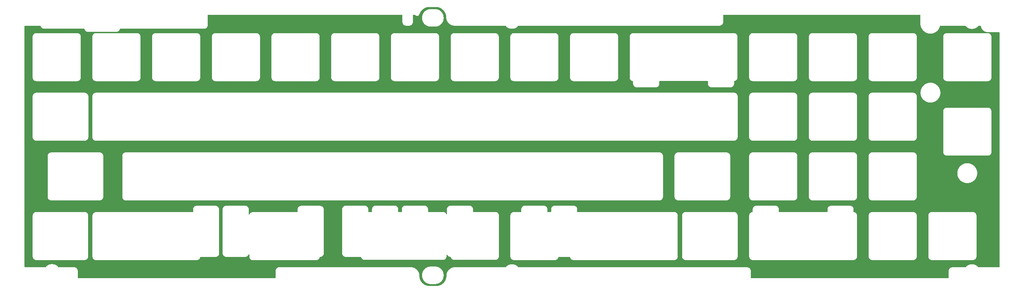
<source format=gbr>
%TF.GenerationSoftware,KiCad,Pcbnew,8.0.5*%
%TF.CreationDate,2024-09-18T09:40:36-04:00*%
%TF.ProjectId,limousine-plate,6c696d6f-7573-4696-9e65-2d706c617465,rev?*%
%TF.SameCoordinates,Original*%
%TF.FileFunction,Copper,L2,Bot*%
%TF.FilePolarity,Positive*%
%FSLAX46Y46*%
G04 Gerber Fmt 4.6, Leading zero omitted, Abs format (unit mm)*
G04 Created by KiCad (PCBNEW 8.0.5) date 2024-09-18 09:40:36*
%MOMM*%
%LPD*%
G01*
G04 APERTURE LIST*
G04 APERTURE END LIST*
%TA.AperFunction,NonConductor*%
G36*
X131050350Y-56327082D02*
G01*
X131053827Y-56327171D01*
X131180213Y-56330411D01*
X131185210Y-56330668D01*
X131305699Y-56339951D01*
X131310681Y-56340462D01*
X131429392Y-56355730D01*
X131434303Y-56356489D01*
X131551106Y-56377582D01*
X131555970Y-56378587D01*
X131670802Y-56405362D01*
X131675561Y-56406597D01*
X131788363Y-56438927D01*
X131792997Y-56440381D01*
X131903547Y-56478101D01*
X131908073Y-56479770D01*
X131990705Y-56512594D01*
X132016290Y-56522757D01*
X132020723Y-56524645D01*
X132126419Y-56572741D01*
X132130726Y-56574829D01*
X132233750Y-56627894D01*
X132237933Y-56630177D01*
X132338199Y-56688104D01*
X132342221Y-56690559D01*
X132406340Y-56731825D01*
X132439451Y-56753134D01*
X132443337Y-56755767D01*
X132521904Y-56811807D01*
X132537434Y-56822884D01*
X132541191Y-56825700D01*
X132626424Y-56892825D01*
X132631952Y-56897178D01*
X132635539Y-56900143D01*
X132722816Y-56975840D01*
X132726263Y-56978977D01*
X132809823Y-57058679D01*
X132813131Y-57061987D01*
X132892833Y-57145547D01*
X132895966Y-57148990D01*
X132970910Y-57235397D01*
X132971651Y-57236251D01*
X132974633Y-57239859D01*
X133046118Y-57330629D01*
X133048915Y-57334360D01*
X133116037Y-57428464D01*
X133118677Y-57432359D01*
X133181252Y-57529589D01*
X133183713Y-57533620D01*
X133240578Y-57632048D01*
X133241620Y-57633852D01*
X133243909Y-57638044D01*
X133296978Y-57741078D01*
X133299075Y-57745405D01*
X133347167Y-57851087D01*
X133349065Y-57855545D01*
X133392033Y-57963717D01*
X133393722Y-57968295D01*
X133431427Y-58078803D01*
X133432899Y-58083496D01*
X133465205Y-58196214D01*
X133466451Y-58201010D01*
X133493223Y-58315831D01*
X133494233Y-58320718D01*
X133515318Y-58437477D01*
X133516085Y-58442442D01*
X133531347Y-58561110D01*
X133531863Y-58566133D01*
X133541142Y-58686566D01*
X133541402Y-58691634D01*
X133543077Y-58756976D01*
X133543056Y-58757532D01*
X133544220Y-58802053D01*
X133544939Y-58829553D01*
X133545282Y-58842919D01*
X133543654Y-58863510D01*
X133543145Y-58866250D01*
X133543145Y-58866258D01*
X133547073Y-58916368D01*
X133547342Y-58921517D01*
X133548343Y-58959809D01*
X133548377Y-58962487D01*
X133548370Y-58969974D01*
X133549658Y-58978100D01*
X133550044Y-58980769D01*
X133554902Y-59017939D01*
X133555434Y-59023033D01*
X133558268Y-59059188D01*
X133558279Y-59062022D01*
X133558441Y-59062014D01*
X133558859Y-59070327D01*
X133559033Y-59071658D01*
X133560716Y-59079582D01*
X133560563Y-59079614D01*
X133561345Y-59082559D01*
X133567873Y-59118175D01*
X133568660Y-59123193D01*
X133573215Y-59158043D01*
X133573374Y-59161189D01*
X133573533Y-59161173D01*
X133574340Y-59169110D01*
X133574877Y-59172044D01*
X133576879Y-59179545D01*
X133576741Y-59179581D01*
X133577773Y-59182789D01*
X133585838Y-59216914D01*
X133586870Y-59221837D01*
X133593015Y-59255365D01*
X133593365Y-59258804D01*
X133593515Y-59258782D01*
X133594668Y-59266339D01*
X133595717Y-59270783D01*
X133597995Y-59277839D01*
X133597867Y-59277880D01*
X133599172Y-59281321D01*
X133608655Y-59314001D01*
X133609923Y-59318822D01*
X133617532Y-59351021D01*
X133618095Y-59354707D01*
X133618233Y-59354679D01*
X133619703Y-59361878D01*
X133621374Y-59367644D01*
X133623907Y-59374312D01*
X133623790Y-59374356D01*
X133625375Y-59377972D01*
X133631493Y-59395705D01*
X133636150Y-59409204D01*
X133637641Y-59413904D01*
X133646617Y-59444841D01*
X133647413Y-59448738D01*
X133647545Y-59448705D01*
X133649294Y-59455537D01*
X133651707Y-59462537D01*
X133654448Y-59468785D01*
X133654339Y-59468832D01*
X133656221Y-59472605D01*
X133658483Y-59478243D01*
X133662492Y-59488238D01*
X133668182Y-59502420D01*
X133669887Y-59506994D01*
X133680124Y-59536667D01*
X133681172Y-59540763D01*
X133681299Y-59540724D01*
X133683299Y-59547205D01*
X133686516Y-59555231D01*
X133689455Y-59561115D01*
X133689350Y-59561166D01*
X133691525Y-59565033D01*
X133704595Y-59593509D01*
X133706502Y-59597946D01*
X133717915Y-59626396D01*
X133719221Y-59630628D01*
X133719342Y-59630585D01*
X133721573Y-59636740D01*
X133725500Y-59645301D01*
X133725583Y-59645508D01*
X133728763Y-59651160D01*
X133728665Y-59651215D01*
X133731127Y-59655135D01*
X133745233Y-59682316D01*
X133747336Y-59686620D01*
X133759852Y-59713888D01*
X133761426Y-59718230D01*
X133761542Y-59718182D01*
X133764043Y-59724170D01*
X133764150Y-59724354D01*
X133768538Y-59732814D01*
X133768764Y-59733307D01*
X133772217Y-59738798D01*
X133772122Y-59738857D01*
X133774867Y-59742788D01*
X133789940Y-59768713D01*
X133792214Y-59772850D01*
X133805804Y-59799038D01*
X133807640Y-59803436D01*
X133807752Y-59803384D01*
X133810533Y-59809242D01*
X133810820Y-59809685D01*
X133815579Y-59817874D01*
X133815951Y-59818592D01*
X133819667Y-59823913D01*
X133819576Y-59823976D01*
X133822590Y-59827880D01*
X133837858Y-59851481D01*
X133838565Y-59852573D01*
X133841032Y-59856593D01*
X133855637Y-59881717D01*
X133857735Y-59886135D01*
X133857842Y-59886079D01*
X133860894Y-59891792D01*
X133860895Y-59891794D01*
X133861366Y-59892451D01*
X133866447Y-59900309D01*
X133866988Y-59901239D01*
X133866989Y-59901240D01*
X133866990Y-59901241D01*
X133870954Y-59906375D01*
X133870866Y-59906442D01*
X133874133Y-59910281D01*
X133890570Y-59933233D01*
X133891010Y-59933847D01*
X133893642Y-59937713D01*
X133909208Y-59961775D01*
X133911572Y-59966202D01*
X133911676Y-59966141D01*
X133914998Y-59971714D01*
X133915642Y-59972529D01*
X133921066Y-59980105D01*
X133921735Y-59981140D01*
X133925941Y-59986081D01*
X133925855Y-59986153D01*
X133929353Y-59989892D01*
X133947112Y-60012377D01*
X133949906Y-60016091D01*
X133964145Y-60035973D01*
X133966422Y-60039153D01*
X133969036Y-60043539D01*
X133969135Y-60043474D01*
X133972718Y-60048891D01*
X133973523Y-60049817D01*
X133979273Y-60057099D01*
X133980056Y-60058193D01*
X133984484Y-60062924D01*
X133984402Y-60063000D01*
X133988104Y-60066601D01*
X134000071Y-60080373D01*
X134003000Y-60083745D01*
X134006716Y-60088021D01*
X134009666Y-60091581D01*
X134027169Y-60113743D01*
X134030012Y-60118042D01*
X134030107Y-60117973D01*
X134033934Y-60123209D01*
X134034855Y-60124174D01*
X134040928Y-60131164D01*
X134041818Y-60132291D01*
X134046469Y-60136813D01*
X134046389Y-60136894D01*
X134050294Y-60140351D01*
X134055591Y-60145901D01*
X134069152Y-60160111D01*
X134069756Y-60160743D01*
X134072863Y-60164154D01*
X134090855Y-60184862D01*
X134091307Y-60185382D01*
X134094375Y-60189580D01*
X134094467Y-60189507D01*
X134098532Y-60194557D01*
X134099554Y-60195532D01*
X134105929Y-60202212D01*
X134106899Y-60203328D01*
X134106900Y-60203328D01*
X134106903Y-60203332D01*
X134111760Y-60207631D01*
X134111684Y-60207716D01*
X134115755Y-60210995D01*
X134125429Y-60220227D01*
X134135838Y-60230162D01*
X134136066Y-60230379D01*
X134139329Y-60233642D01*
X134156588Y-60251726D01*
X134158739Y-60253979D01*
X134162019Y-60258053D01*
X134162106Y-60257977D01*
X134166410Y-60262840D01*
X134167512Y-60263797D01*
X134174195Y-60270174D01*
X134175174Y-60271200D01*
X134175176Y-60271201D01*
X134175178Y-60271203D01*
X134180233Y-60275273D01*
X134180158Y-60275365D01*
X134184356Y-60278431D01*
X134191229Y-60284402D01*
X134205565Y-60296858D01*
X134208984Y-60299971D01*
X134229388Y-60319445D01*
X134232836Y-60323340D01*
X134232918Y-60323261D01*
X134237438Y-60327909D01*
X134237443Y-60327913D01*
X134237444Y-60327914D01*
X134237464Y-60327930D01*
X134238551Y-60328788D01*
X134245541Y-60334861D01*
X134246519Y-60335795D01*
X134251760Y-60339624D01*
X134251689Y-60339720D01*
X134256008Y-60342575D01*
X134275996Y-60358362D01*
X134278140Y-60360055D01*
X134281708Y-60363012D01*
X134303108Y-60381605D01*
X134306722Y-60385320D01*
X134306799Y-60385239D01*
X134311530Y-60389667D01*
X134311534Y-60389670D01*
X134311536Y-60389672D01*
X134312634Y-60390458D01*
X134319927Y-60396217D01*
X134320844Y-60397014D01*
X134320845Y-60397014D01*
X134320847Y-60397016D01*
X134326258Y-60400596D01*
X134326192Y-60400694D01*
X134330572Y-60403305D01*
X134353651Y-60419832D01*
X134357370Y-60422630D01*
X134379831Y-60440369D01*
X134383578Y-60443875D01*
X134383650Y-60443791D01*
X134388590Y-60447994D01*
X134388593Y-60447998D01*
X134388967Y-60448240D01*
X134389624Y-60448665D01*
X134397226Y-60454108D01*
X134397618Y-60454417D01*
X134398018Y-60454733D01*
X134398024Y-60454735D01*
X134403595Y-60458057D01*
X134403532Y-60458161D01*
X134407952Y-60460521D01*
X134432025Y-60476094D01*
X134435893Y-60478728D01*
X134459453Y-60495600D01*
X134463292Y-60498865D01*
X134463359Y-60498779D01*
X134468489Y-60502740D01*
X134468493Y-60502742D01*
X134468496Y-60502745D01*
X134469405Y-60503273D01*
X134477280Y-60508366D01*
X134477933Y-60508834D01*
X134477939Y-60508838D01*
X134483658Y-60511892D01*
X134483600Y-60512000D01*
X134488031Y-60514102D01*
X134513133Y-60528696D01*
X134517139Y-60531153D01*
X134541856Y-60547143D01*
X134545758Y-60550155D01*
X134545821Y-60550065D01*
X134551139Y-60553779D01*
X134551862Y-60554154D01*
X134560027Y-60558899D01*
X134560487Y-60559196D01*
X134560492Y-60559199D01*
X134560496Y-60559200D01*
X134566353Y-60561981D01*
X134566299Y-60562094D01*
X134570708Y-60563934D01*
X134596870Y-60577510D01*
X134601020Y-60579791D01*
X134612708Y-60586586D01*
X134626928Y-60594853D01*
X134630866Y-60597602D01*
X134630926Y-60597509D01*
X134636422Y-60600965D01*
X134636915Y-60601191D01*
X134645378Y-60605581D01*
X134645561Y-60605687D01*
X134645564Y-60605688D01*
X134645569Y-60605691D01*
X134645573Y-60605692D01*
X134651556Y-60608192D01*
X134651507Y-60608307D01*
X134655836Y-60609876D01*
X134663074Y-60613198D01*
X134683141Y-60622408D01*
X134687424Y-60624501D01*
X134714600Y-60638604D01*
X134718515Y-60641064D01*
X134718570Y-60640967D01*
X134724218Y-60644143D01*
X134724223Y-60644147D01*
X134724228Y-60644149D01*
X134724421Y-60644227D01*
X134732977Y-60648152D01*
X134739151Y-60650390D01*
X134739106Y-60650511D01*
X134743331Y-60651812D01*
X134768215Y-60661794D01*
X134771792Y-60663229D01*
X134776230Y-60665137D01*
X134804695Y-60678203D01*
X134808560Y-60680375D01*
X134808611Y-60680274D01*
X134814500Y-60683214D01*
X134822529Y-60686432D01*
X134822815Y-60686520D01*
X134822819Y-60686522D01*
X134822822Y-60686522D01*
X134829019Y-60688435D01*
X134828979Y-60688561D01*
X134833070Y-60689607D01*
X134862777Y-60699856D01*
X134867312Y-60701547D01*
X134897117Y-60713504D01*
X134900899Y-60715391D01*
X134900947Y-60715283D01*
X134906888Y-60717889D01*
X134906890Y-60717890D01*
X134906891Y-60717890D01*
X134907196Y-60718024D01*
X134914187Y-60720433D01*
X134914742Y-60720575D01*
X134914747Y-60720577D01*
X134914751Y-60720577D01*
X134921035Y-60722186D01*
X134921000Y-60722321D01*
X134924889Y-60723112D01*
X134955858Y-60732097D01*
X134960511Y-60733574D01*
X134991752Y-60744352D01*
X134995373Y-60745940D01*
X134995418Y-60745823D01*
X135002085Y-60748355D01*
X135007850Y-60750026D01*
X135015056Y-60751497D01*
X135015027Y-60751638D01*
X135018710Y-60752198D01*
X135050940Y-60759815D01*
X135055725Y-60761073D01*
X135088399Y-60770553D01*
X135091837Y-60771859D01*
X135091879Y-60771731D01*
X135098053Y-60773723D01*
X135098064Y-60773728D01*
X135098075Y-60773730D01*
X135098977Y-60774021D01*
X135103380Y-60775061D01*
X135110971Y-60776219D01*
X135110947Y-60776373D01*
X135114374Y-60776716D01*
X135147928Y-60782866D01*
X135152789Y-60783885D01*
X135186936Y-60791955D01*
X135190139Y-60792990D01*
X135190178Y-60792848D01*
X135196445Y-60794521D01*
X135196452Y-60794524D01*
X135196458Y-60794524D01*
X135197699Y-60794856D01*
X135200620Y-60795391D01*
X135208570Y-60796197D01*
X135208553Y-60796360D01*
X135211709Y-60796517D01*
X135237294Y-60799862D01*
X135246544Y-60801071D01*
X135251530Y-60801852D01*
X135287148Y-60808380D01*
X135290089Y-60809167D01*
X135290123Y-60809009D01*
X135298103Y-60810704D01*
X135299376Y-60810870D01*
X135301241Y-60810963D01*
X135301243Y-60810964D01*
X135301244Y-60810963D01*
X135307739Y-60811290D01*
X135307729Y-60811488D01*
X135310567Y-60811463D01*
X135346718Y-60814296D01*
X135351783Y-60814826D01*
X135388970Y-60819686D01*
X135391598Y-60820067D01*
X135397953Y-60821074D01*
X135397956Y-60821075D01*
X135397958Y-60821075D01*
X135399763Y-60821361D01*
X135401755Y-60821358D01*
X135401759Y-60821359D01*
X135401762Y-60821358D01*
X135407188Y-60821352D01*
X135409874Y-60821385D01*
X135448227Y-60822388D01*
X135453339Y-60822654D01*
X135503479Y-60826586D01*
X135503487Y-60826584D01*
X135504045Y-60826555D01*
X135521317Y-60824966D01*
X135545553Y-60824966D01*
X135548137Y-60824999D01*
X135606184Y-60826517D01*
X135606184Y-60826516D01*
X135606185Y-60826517D01*
X135612638Y-60825839D01*
X135612691Y-60826347D01*
X135624364Y-60824966D01*
X147704408Y-60824966D01*
X147762599Y-60843873D01*
X147790664Y-60875377D01*
X147803097Y-60897448D01*
X147806992Y-60902637D01*
X147806606Y-60902926D01*
X147816002Y-60916483D01*
X147816550Y-60916134D01*
X147820040Y-60921602D01*
X147820041Y-60921605D01*
X147844965Y-60951260D01*
X147850410Y-60958368D01*
X147872568Y-60990177D01*
X147876938Y-60994969D01*
X147876243Y-60995602D01*
X147884364Y-61005313D01*
X147885248Y-61004637D01*
X147889192Y-61009787D01*
X147889195Y-61009790D01*
X147917348Y-61037998D01*
X147917622Y-61038272D01*
X147923336Y-61044509D01*
X147945581Y-61070977D01*
X147949241Y-61075331D01*
X147954025Y-61079708D01*
X147953662Y-61080104D01*
X147961287Y-61086838D01*
X147965020Y-61090975D01*
X147974162Y-61098765D01*
X147996773Y-61118032D01*
X148002620Y-61123436D01*
X148032086Y-61152960D01*
X148032089Y-61152962D01*
X148036785Y-61156572D01*
X148044688Y-61163337D01*
X148046723Y-61165274D01*
X148046727Y-61165278D01*
X148073133Y-61184516D01*
X148081529Y-61190633D01*
X148087443Y-61195296D01*
X148120237Y-61223240D01*
X148123594Y-61225415D01*
X148132680Y-61232064D01*
X148133661Y-61232871D01*
X148133664Y-61232872D01*
X148133666Y-61232875D01*
X148171271Y-61256332D01*
X148177164Y-61260309D01*
X148199911Y-61276881D01*
X148212999Y-61286416D01*
X148215063Y-61287540D01*
X148225262Y-61293927D01*
X148225329Y-61293975D01*
X148265420Y-61315331D01*
X148271263Y-61318703D01*
X148309810Y-61342748D01*
X148309812Y-61342748D01*
X148309813Y-61342749D01*
X148310791Y-61343194D01*
X148320464Y-61348367D01*
X148321247Y-61348721D01*
X148321250Y-61348723D01*
X148363552Y-61367841D01*
X148369300Y-61370668D01*
X148390145Y-61381772D01*
X148410267Y-61392491D01*
X148410274Y-61392492D01*
X148410331Y-61392514D01*
X148419542Y-61396693D01*
X148435279Y-61402657D01*
X148465268Y-61414022D01*
X148470938Y-61416375D01*
X148514003Y-61435839D01*
X148514007Y-61435839D01*
X148514650Y-61436130D01*
X148522342Y-61439055D01*
X148524527Y-61439737D01*
X148524531Y-61439739D01*
X148570327Y-61454028D01*
X148575907Y-61455953D01*
X148620751Y-61472950D01*
X148620752Y-61472950D01*
X148621971Y-61473412D01*
X148628667Y-61475508D01*
X148631287Y-61476161D01*
X148631289Y-61476163D01*
X148678399Y-61487920D01*
X148683874Y-61489456D01*
X148730245Y-61503926D01*
X148730246Y-61503926D01*
X148731810Y-61504414D01*
X148738320Y-61506044D01*
X148757664Y-61509731D01*
X148789280Y-61515757D01*
X148794672Y-61516942D01*
X148842279Y-61528825D01*
X148842280Y-61528824D01*
X148843923Y-61529235D01*
X148851036Y-61530596D01*
X148878152Y-61534235D01*
X148902707Y-61537530D01*
X148908066Y-61538399D01*
X148956633Y-61547658D01*
X148956635Y-61547657D01*
X148958110Y-61547939D01*
X148966641Y-61549088D01*
X148968948Y-61549271D01*
X148968949Y-61549272D01*
X148982082Y-61550317D01*
X149018516Y-61553220D01*
X149023808Y-61553784D01*
X149073096Y-61560401D01*
X149073098Y-61560400D01*
X149074114Y-61560537D01*
X149084799Y-61561392D01*
X149086482Y-61561436D01*
X149086485Y-61561437D01*
X149136423Y-61562751D01*
X149141676Y-61563029D01*
X149146890Y-61563445D01*
X149191463Y-61566996D01*
X149191466Y-61566995D01*
X149191468Y-61566996D01*
X149191469Y-61566995D01*
X149196580Y-61566732D01*
X149200367Y-61566609D01*
X149233179Y-61566178D01*
X149241422Y-61566070D01*
X149253145Y-61567300D01*
X149253192Y-61566797D01*
X149259645Y-61567388D01*
X149259652Y-61567390D01*
X149277639Y-61566679D01*
X149284108Y-61566637D01*
X149311505Y-61567359D01*
X149311510Y-61567357D01*
X149315807Y-61566907D01*
X149319641Y-61566579D01*
X149346268Y-61564827D01*
X149351401Y-61564625D01*
X149376762Y-61564292D01*
X149378608Y-61564316D01*
X149380202Y-61564126D01*
X149405839Y-61561760D01*
X149411003Y-61561421D01*
X149435102Y-61560470D01*
X149438278Y-61560435D01*
X149441103Y-61559999D01*
X149465035Y-61557150D01*
X149470134Y-61556679D01*
X149493442Y-61555145D01*
X149497072Y-61555004D01*
X149500051Y-61554480D01*
X149519526Y-61551634D01*
X149523692Y-61551025D01*
X149528852Y-61550409D01*
X149551193Y-61548348D01*
X149555454Y-61548066D01*
X149558868Y-61547379D01*
X149581908Y-61543381D01*
X149587098Y-61542623D01*
X149608421Y-61540086D01*
X149613357Y-61539624D01*
X149613425Y-61539619D01*
X149617261Y-61538741D01*
X149639658Y-61534226D01*
X149644798Y-61533334D01*
X149665195Y-61530354D01*
X149670026Y-61529772D01*
X149670738Y-61529703D01*
X149675075Y-61528588D01*
X149696716Y-61523605D01*
X149701937Y-61522552D01*
X149721486Y-61519160D01*
X149726199Y-61518461D01*
X149727512Y-61518298D01*
X149727683Y-61518245D01*
X149732297Y-61516925D01*
X149753265Y-61511479D01*
X149758531Y-61510265D01*
X149777137Y-61506515D01*
X149781737Y-61505701D01*
X149782682Y-61505556D01*
X149782689Y-61505556D01*
X149782695Y-61505554D01*
X149783773Y-61505389D01*
X149784338Y-61505196D01*
X149788878Y-61503759D01*
X149809163Y-61497875D01*
X149814513Y-61496484D01*
X149814652Y-61496451D01*
X149832303Y-61492387D01*
X149836782Y-61491465D01*
X149838236Y-61491200D01*
X149838241Y-61491200D01*
X149838244Y-61491198D01*
X149839282Y-61491010D01*
X149839488Y-61490953D01*
X149840380Y-61490621D01*
X149844641Y-61489141D01*
X149864486Y-61482757D01*
X149869841Y-61481202D01*
X149886855Y-61476783D01*
X149891123Y-61475776D01*
X149893164Y-61475341D01*
X149893169Y-61475341D01*
X149893173Y-61475339D01*
X149894242Y-61475112D01*
X149894484Y-61475038D01*
X149895667Y-61474559D01*
X149899769Y-61473001D01*
X149919033Y-61466173D01*
X149924479Y-61464419D01*
X149940850Y-61459669D01*
X149944885Y-61458592D01*
X149947451Y-61457964D01*
X149947458Y-61457964D01*
X149947463Y-61457961D01*
X149948551Y-61457696D01*
X149948777Y-61457619D01*
X149950179Y-61457004D01*
X149954085Y-61455386D01*
X149972972Y-61448045D01*
X149978472Y-61446093D01*
X149994086Y-61441071D01*
X149997908Y-61439928D01*
X150001099Y-61439041D01*
X150001106Y-61439041D01*
X150001112Y-61439038D01*
X150002212Y-61438733D01*
X150002239Y-61438723D01*
X150003799Y-61437985D01*
X150007456Y-61436342D01*
X150026143Y-61428405D01*
X150031735Y-61426228D01*
X150046812Y-61420884D01*
X150050307Y-61419721D01*
X150054037Y-61418555D01*
X150054043Y-61418555D01*
X150054047Y-61418552D01*
X150055075Y-61418232D01*
X150056610Y-61417448D01*
X150060057Y-61415770D01*
X150078495Y-61407236D01*
X150084195Y-61404811D01*
X150098804Y-61399133D01*
X150102053Y-61397936D01*
X150106253Y-61396471D01*
X150106260Y-61396470D01*
X150106265Y-61396467D01*
X150107135Y-61396164D01*
X150108562Y-61395381D01*
X150111658Y-61393752D01*
X150130147Y-61384446D01*
X150135883Y-61381787D01*
X150150104Y-61375746D01*
X150153065Y-61374546D01*
X150157718Y-61372745D01*
X150157724Y-61372744D01*
X150157728Y-61372741D01*
X150158381Y-61372489D01*
X150159345Y-61371920D01*
X150162184Y-61370305D01*
X150180890Y-61360082D01*
X150186746Y-61357131D01*
X150200765Y-61350642D01*
X150203401Y-61349469D01*
X150208394Y-61347332D01*
X150208401Y-61347331D01*
X150208406Y-61347327D01*
X150208836Y-61347144D01*
X150211762Y-61345337D01*
X150230794Y-61334051D01*
X150236737Y-61330798D01*
X150250865Y-61323687D01*
X150253117Y-61322591D01*
X150258243Y-61320175D01*
X150258250Y-61320173D01*
X150279763Y-61306334D01*
X150285807Y-61302745D01*
X150300412Y-61294763D01*
X150302256Y-61293782D01*
X150307195Y-61291220D01*
X150307205Y-61291217D01*
X150327760Y-61276868D01*
X150333901Y-61272913D01*
X150349644Y-61263578D01*
X150351177Y-61262688D01*
X150355224Y-61260386D01*
X150355228Y-61260385D01*
X150374748Y-61245584D01*
X150380992Y-61241219D01*
X150399050Y-61229604D01*
X150400151Y-61228907D01*
X150402227Y-61227609D01*
X150402233Y-61227607D01*
X150420632Y-61212432D01*
X150426919Y-61207658D01*
X150445860Y-61194439D01*
X150445863Y-61194435D01*
X150447928Y-61192994D01*
X150448154Y-61192790D01*
X150448159Y-61192788D01*
X150465352Y-61177327D01*
X150471699Y-61172083D01*
X150489507Y-61158584D01*
X150489509Y-61158580D01*
X150492117Y-61156604D01*
X150492869Y-61155863D01*
X150492873Y-61155862D01*
X150508763Y-61140238D01*
X150515177Y-61134462D01*
X150516629Y-61133265D01*
X150531791Y-61120762D01*
X150531792Y-61120760D01*
X150534971Y-61118139D01*
X150545692Y-61106570D01*
X150550840Y-61101013D01*
X150557269Y-61094681D01*
X150560251Y-61092000D01*
X150572618Y-61080881D01*
X150572619Y-61080878D01*
X150574799Y-61078919D01*
X150577728Y-61075891D01*
X150578219Y-61075306D01*
X150578221Y-61075305D01*
X150591388Y-61059634D01*
X150597760Y-61052744D01*
X150611839Y-61038905D01*
X150611840Y-61038902D01*
X150613016Y-61037747D01*
X150618154Y-61031902D01*
X150618531Y-61031518D01*
X150618540Y-61031512D01*
X150630288Y-61015999D01*
X150636590Y-61008483D01*
X150649332Y-60994735D01*
X150649332Y-60994733D01*
X150649703Y-60994334D01*
X150655672Y-60986822D01*
X150657010Y-60985313D01*
X150657020Y-60985306D01*
X150667335Y-60970080D01*
X150673498Y-60961923D01*
X150684903Y-60948353D01*
X150684906Y-60948345D01*
X150685262Y-60947789D01*
X150691233Y-60939421D01*
X150693438Y-60936645D01*
X150693448Y-60936636D01*
X150702369Y-60921774D01*
X150708323Y-60912967D01*
X150718387Y-60899680D01*
X150718392Y-60899666D01*
X150719430Y-60897844D01*
X150724608Y-60889693D01*
X150727556Y-60885515D01*
X150727564Y-60885507D01*
X150731546Y-60877927D01*
X150775344Y-60835204D01*
X150819189Y-60824966D01*
X198796642Y-60824966D01*
X198807932Y-60826313D01*
X198807995Y-60825727D01*
X198814450Y-60826417D01*
X198814454Y-60826418D01*
X198838372Y-60825836D01*
X198859391Y-60827574D01*
X198861034Y-60827889D01*
X198884696Y-60826166D01*
X198905804Y-60826887D01*
X198907398Y-60827114D01*
X198917568Y-60825879D01*
X198919142Y-60825688D01*
X198931075Y-60824966D01*
X198934067Y-60824966D01*
X198934071Y-60824966D01*
X198934074Y-60824964D01*
X198934818Y-60824867D01*
X198947018Y-60824634D01*
X198947008Y-60824370D01*
X198953485Y-60824123D01*
X198953492Y-60824124D01*
X198953809Y-60824070D01*
X198968069Y-60822688D01*
X198968442Y-60822679D01*
X198968449Y-60822676D01*
X198974855Y-60821676D01*
X198974911Y-60822034D01*
X198992732Y-60819876D01*
X198992701Y-60819507D01*
X198999164Y-60818950D01*
X198999164Y-60818949D01*
X198999167Y-60818950D01*
X198999619Y-60818850D01*
X198999749Y-60818822D01*
X199013863Y-60816765D01*
X199013888Y-60816763D01*
X199014522Y-60816717D01*
X199014529Y-60816714D01*
X199020873Y-60815406D01*
X199020959Y-60815824D01*
X199037977Y-60812929D01*
X199037919Y-60812496D01*
X199044349Y-60811632D01*
X199044352Y-60811631D01*
X199044355Y-60811631D01*
X199045172Y-60811409D01*
X199059127Y-60808688D01*
X199060051Y-60808576D01*
X199060053Y-60808575D01*
X199060054Y-60808575D01*
X199066337Y-60806959D01*
X199066458Y-60807430D01*
X199082747Y-60803848D01*
X199082658Y-60803362D01*
X199089039Y-60802193D01*
X199089042Y-60802193D01*
X199090077Y-60801858D01*
X199103849Y-60798481D01*
X199104972Y-60798290D01*
X199104975Y-60798288D01*
X199104978Y-60798288D01*
X199111171Y-60796374D01*
X199111331Y-60796892D01*
X199126886Y-60792684D01*
X199126762Y-60792149D01*
X199133078Y-60790680D01*
X199133079Y-60790679D01*
X199133083Y-60790679D01*
X199134305Y-60790219D01*
X199147846Y-60786206D01*
X199149150Y-60785920D01*
X199149154Y-60785917D01*
X199155253Y-60783708D01*
X199155451Y-60784256D01*
X199170400Y-60779437D01*
X199170241Y-60778875D01*
X199176479Y-60777107D01*
X199176485Y-60777107D01*
X199177792Y-60776543D01*
X199191106Y-60771898D01*
X199192516Y-60771517D01*
X199192521Y-60771514D01*
X199198506Y-60769017D01*
X199198742Y-60769583D01*
X199213145Y-60764173D01*
X199212950Y-60763589D01*
X199219099Y-60761528D01*
X199219099Y-60761527D01*
X199219103Y-60761527D01*
X199220516Y-60760836D01*
X199233562Y-60755578D01*
X199235062Y-60755095D01*
X199235065Y-60755092D01*
X199240929Y-60752312D01*
X199241202Y-60752888D01*
X199255096Y-60746903D01*
X199254866Y-60746310D01*
X199260912Y-60743959D01*
X199260916Y-60743956D01*
X199260923Y-60743955D01*
X199262348Y-60743173D01*
X199275142Y-60737297D01*
X199276651Y-60736731D01*
X199276659Y-60736725D01*
X199282376Y-60733674D01*
X199282680Y-60734243D01*
X199296228Y-60727625D01*
X199295969Y-60727043D01*
X199301890Y-60724409D01*
X199301900Y-60724407D01*
X199303324Y-60723535D01*
X199315820Y-60717061D01*
X199317289Y-60716429D01*
X199317294Y-60716424D01*
X199322867Y-60713102D01*
X199323197Y-60713656D01*
X199336405Y-60706409D01*
X199336121Y-60705844D01*
X199341915Y-60702929D01*
X199341915Y-60702928D01*
X199341923Y-60702926D01*
X199343251Y-60702023D01*
X199355468Y-60694938D01*
X199356842Y-60694268D01*
X199356845Y-60694265D01*
X199362253Y-60690683D01*
X199362600Y-60691207D01*
X199375588Y-60683255D01*
X199375286Y-60682720D01*
X199380934Y-60679532D01*
X199380942Y-60679529D01*
X199382140Y-60678627D01*
X199394038Y-60670948D01*
X199395296Y-60670259D01*
X199395299Y-60670255D01*
X199395304Y-60670253D01*
X199400533Y-60666421D01*
X199400888Y-60666905D01*
X199413690Y-60658201D01*
X199413379Y-60657706D01*
X199418867Y-60654252D01*
X199418870Y-60654249D01*
X199418875Y-60654247D01*
X199419944Y-60653359D01*
X199431501Y-60645093D01*
X199432604Y-60644419D01*
X199432607Y-60644414D01*
X199432611Y-60644413D01*
X199437652Y-60640337D01*
X199438007Y-60640776D01*
X199450659Y-60631258D01*
X199450347Y-60630812D01*
X199455660Y-60627098D01*
X199455660Y-60627097D01*
X199455669Y-60627093D01*
X199456573Y-60626266D01*
X199467760Y-60617425D01*
X199468661Y-60616814D01*
X199468664Y-60616810D01*
X199468666Y-60616809D01*
X199473509Y-60612496D01*
X199473851Y-60612880D01*
X199486435Y-60602429D01*
X199486137Y-60602043D01*
X199491265Y-60598076D01*
X199491266Y-60598074D01*
X199491269Y-60598073D01*
X199491966Y-60597370D01*
X199502765Y-60587956D01*
X199503424Y-60587461D01*
X199503427Y-60587456D01*
X199508058Y-60582918D01*
X199508374Y-60583240D01*
X199520848Y-60571820D01*
X199520572Y-60571497D01*
X199525505Y-60567279D01*
X199525506Y-60567277D01*
X199525513Y-60567273D01*
X199525983Y-60566749D01*
X199536379Y-60556763D01*
X199536809Y-60556407D01*
X199536813Y-60556402D01*
X199541226Y-60551641D01*
X199541507Y-60551902D01*
X199553897Y-60539400D01*
X199553652Y-60539141D01*
X199558367Y-60534692D01*
X199558367Y-60534691D01*
X199558371Y-60534689D01*
X199558622Y-60534379D01*
X199568582Y-60523835D01*
X199568766Y-60523667D01*
X199568768Y-60523664D01*
X199572948Y-60518694D01*
X199573182Y-60518890D01*
X199585467Y-60505219D01*
X199585267Y-60505027D01*
X199589757Y-60500349D01*
X199589759Y-60500346D01*
X199589763Y-60500343D01*
X199589813Y-60500274D01*
X199599154Y-60489358D01*
X199603167Y-60484085D01*
X199603348Y-60484223D01*
X199615446Y-60469351D01*
X199615296Y-60469221D01*
X199619336Y-60464570D01*
X199619501Y-60464366D01*
X199619553Y-60464321D01*
X199619557Y-60464315D01*
X199619808Y-60464026D01*
X199627737Y-60453778D01*
X199628073Y-60453288D01*
X199628076Y-60453285D01*
X199628278Y-60452889D01*
X199629367Y-60451406D01*
X199631752Y-60447933D01*
X199631862Y-60448008D01*
X199643774Y-60431788D01*
X199643693Y-60431724D01*
X199645723Y-60429134D01*
X199647256Y-60427047D01*
X199647702Y-60426611D01*
X199647705Y-60426605D01*
X199648290Y-60425860D01*
X199654628Y-60416770D01*
X199655251Y-60415760D01*
X199655255Y-60415756D01*
X199655668Y-60414833D01*
X199658007Y-60411293D01*
X199658664Y-60410229D01*
X199658696Y-60410249D01*
X199670307Y-60392672D01*
X199670293Y-60392662D01*
X199670621Y-60392196D01*
X199673268Y-60388189D01*
X199674039Y-60387355D01*
X199674042Y-60387348D01*
X199674888Y-60386150D01*
X199679887Y-60378159D01*
X199680686Y-60376705D01*
X199680690Y-60376701D01*
X199681252Y-60375261D01*
X199697437Y-60347859D01*
X199698518Y-60346563D01*
X199698521Y-60346554D01*
X199699631Y-60344802D01*
X199703289Y-60338242D01*
X199704270Y-60336230D01*
X199704271Y-60336229D01*
X199704954Y-60334182D01*
X199719685Y-60306111D01*
X199719791Y-60305970D01*
X199721029Y-60304321D01*
X199721033Y-60304309D01*
X199722344Y-60301984D01*
X199724838Y-60296927D01*
X199725943Y-60294338D01*
X199726534Y-60292221D01*
X199730097Y-60281751D01*
X199730158Y-60281600D01*
X199734284Y-60272688D01*
X199734319Y-60272620D01*
X199734800Y-60271704D01*
X199740355Y-60262396D01*
X199741447Y-60260776D01*
X199741449Y-60260771D01*
X199742915Y-60257825D01*
X199744425Y-60254327D01*
X199745581Y-60251187D01*
X199745584Y-60251182D01*
X199746001Y-60249336D01*
X199748929Y-60239002D01*
X199748936Y-60238981D01*
X199749252Y-60238059D01*
X199753040Y-60228627D01*
X199753195Y-60228293D01*
X199753904Y-60226758D01*
X199758921Y-60217293D01*
X199759721Y-60215964D01*
X199759722Y-60215960D01*
X199759724Y-60215957D01*
X199761255Y-60212438D01*
X199761990Y-60210464D01*
X199763134Y-60206795D01*
X199763133Y-60206795D01*
X199763135Y-60206793D01*
X199763396Y-60205278D01*
X199765793Y-60194826D01*
X199766068Y-60193869D01*
X199766319Y-60192993D01*
X199769603Y-60183428D01*
X199770683Y-60180742D01*
X199775205Y-60171041D01*
X199775747Y-60170028D01*
X199775749Y-60170019D01*
X199777273Y-60165964D01*
X199777434Y-60165453D01*
X199778506Y-60161276D01*
X199778509Y-60161269D01*
X199778649Y-60160111D01*
X199780509Y-60149548D01*
X199780518Y-60149512D01*
X199781118Y-60146930D01*
X199783913Y-60137200D01*
X199784079Y-60136717D01*
X199785132Y-60133650D01*
X199789149Y-60123740D01*
X199789445Y-60123111D01*
X199789446Y-60123102D01*
X199790779Y-60118917D01*
X199791618Y-60114780D01*
X199791620Y-60114775D01*
X199791679Y-60113921D01*
X199792995Y-60103298D01*
X199793608Y-60099877D01*
X199795899Y-60090037D01*
X199797152Y-60085676D01*
X199800667Y-60075544D01*
X199800769Y-60075296D01*
X199800770Y-60075291D01*
X199801830Y-60071259D01*
X199802417Y-60067348D01*
X199802426Y-60066848D01*
X199803197Y-60056159D01*
X199803557Y-60053322D01*
X199803724Y-60052001D01*
X199805507Y-60042054D01*
X199806688Y-60036978D01*
X199809633Y-60026849D01*
X199810474Y-60022830D01*
X199810833Y-60019158D01*
X199810834Y-60019155D01*
X199810827Y-60018950D01*
X199811053Y-60008189D01*
X199811414Y-60003422D01*
X199812683Y-59993438D01*
X199813060Y-59991334D01*
X199813718Y-59987663D01*
X199815995Y-59978035D01*
X199816664Y-59973778D01*
X199816823Y-59970341D01*
X199816824Y-59970337D01*
X199816823Y-59970332D01*
X199816826Y-59970280D01*
X199816507Y-59959634D01*
X199816535Y-59958518D01*
X199818191Y-59947072D01*
X199817631Y-59946999D01*
X199818655Y-59939222D01*
X199819266Y-59929560D01*
X199820218Y-59922059D01*
X199820355Y-59920980D01*
X199820352Y-59920961D01*
X199820031Y-59918606D01*
X199819403Y-59897758D01*
X199821406Y-59871274D01*
X199820980Y-59869017D01*
X199819296Y-59848201D01*
X199819970Y-59821327D01*
X199819968Y-59821321D01*
X199819284Y-59814874D01*
X199819838Y-59814815D01*
X199818478Y-59803370D01*
X199818478Y-58331049D01*
X199837385Y-58272858D01*
X199886885Y-58236894D01*
X199917478Y-58232049D01*
X246896411Y-58232049D01*
X246954602Y-58250956D01*
X246990566Y-58300456D01*
X246995013Y-58322182D01*
X246996040Y-58333603D01*
X246996398Y-58339665D01*
X246998071Y-58398681D01*
X246998111Y-58401486D01*
X246998111Y-60200627D01*
X246996727Y-60212330D01*
X246997229Y-60212383D01*
X246996551Y-60218840D01*
X246996551Y-60218841D01*
X246996953Y-60234106D01*
X246998077Y-60276846D01*
X246998111Y-60279449D01*
X246998111Y-60326444D01*
X246997329Y-60334948D01*
X246997360Y-60334950D01*
X246997019Y-60341432D01*
X247000957Y-60391504D01*
X247001228Y-60396658D01*
X247002551Y-60446915D01*
X247002610Y-60447285D01*
X247003817Y-60462703D01*
X247010371Y-60512866D01*
X247010900Y-60517928D01*
X247014899Y-60568776D01*
X247016550Y-60581442D01*
X247025888Y-60632609D01*
X247026662Y-60637555D01*
X247033454Y-60689531D01*
X247035104Y-60698590D01*
X247047296Y-60750581D01*
X247048302Y-60755405D01*
X247053872Y-60785920D01*
X247057441Y-60805474D01*
X247057971Y-60808374D01*
X247059257Y-60813868D01*
X247074381Y-60866598D01*
X247075603Y-60871289D01*
X247088220Y-60925093D01*
X247088812Y-60927161D01*
X247106919Y-60980460D01*
X247108339Y-60984996D01*
X247122430Y-61034124D01*
X247123808Y-61038926D01*
X247144693Y-61092000D01*
X247146307Y-61096405D01*
X247164273Y-61149289D01*
X247187507Y-61201099D01*
X247189297Y-61205354D01*
X247209688Y-61257169D01*
X247217635Y-61272906D01*
X247235160Y-61307613D01*
X247237107Y-61311700D01*
X247240961Y-61320293D01*
X247259818Y-61362341D01*
X247287434Y-61411361D01*
X247289551Y-61415327D01*
X247314506Y-61464745D01*
X247316413Y-61467801D01*
X247316414Y-61467802D01*
X247320602Y-61474511D01*
X247344178Y-61512283D01*
X247346442Y-61516099D01*
X247362540Y-61544672D01*
X247373557Y-61564228D01*
X247375400Y-61566907D01*
X247375401Y-61566909D01*
X247405170Y-61610182D01*
X247407588Y-61613871D01*
X247436801Y-61660673D01*
X247470299Y-61705030D01*
X247472854Y-61708572D01*
X247502681Y-61751929D01*
X247502682Y-61751930D01*
X247504083Y-61753966D01*
X247505784Y-61756023D01*
X247505785Y-61756025D01*
X247519543Y-61772665D01*
X247539350Y-61796621D01*
X247542053Y-61800041D01*
X247575231Y-61843973D01*
X247576880Y-61845798D01*
X247576882Y-61845801D01*
X247612240Y-61884927D01*
X247615068Y-61888199D01*
X247650117Y-61930590D01*
X247688739Y-61969723D01*
X247691729Y-61972889D01*
X247728606Y-62013697D01*
X247744411Y-62028357D01*
X247764961Y-62047419D01*
X247768777Y-62050958D01*
X247771907Y-62053993D01*
X247808910Y-62091485D01*
X247808911Y-62091485D01*
X247810545Y-62093141D01*
X247812115Y-62094473D01*
X247812116Y-62094474D01*
X247826821Y-62106947D01*
X247852220Y-62128492D01*
X247855494Y-62131395D01*
X247891518Y-62164810D01*
X247895821Y-62168801D01*
X247938906Y-62202151D01*
X247942347Y-62204940D01*
X247984313Y-62240537D01*
X247993575Y-62247058D01*
X248028791Y-62271854D01*
X248032340Y-62274475D01*
X248073750Y-62306529D01*
X248075901Y-62308194D01*
X248077684Y-62309331D01*
X248077686Y-62309333D01*
X248121672Y-62337381D01*
X248125439Y-62339907D01*
X248170478Y-62371619D01*
X248172419Y-62372733D01*
X248172421Y-62372735D01*
X248217487Y-62398603D01*
X248221375Y-62400957D01*
X248265198Y-62428902D01*
X248265202Y-62428903D01*
X248267910Y-62430630D01*
X248270072Y-62431738D01*
X248270075Y-62431741D01*
X248311389Y-62452922D01*
X248316078Y-62455326D01*
X248320199Y-62457564D01*
X248368092Y-62485057D01*
X248370534Y-62486163D01*
X248370536Y-62486165D01*
X248417398Y-62507401D01*
X248421658Y-62509457D01*
X248467431Y-62532924D01*
X248467432Y-62532924D01*
X248470925Y-62534715D01*
X248473696Y-62535809D01*
X248473697Y-62535810D01*
X248481041Y-62538711D01*
X248521234Y-62554587D01*
X248525726Y-62556491D01*
X248576223Y-62579374D01*
X248579420Y-62580454D01*
X248579423Y-62580456D01*
X248627570Y-62596722D01*
X248632196Y-62598416D01*
X248679463Y-62617087D01*
X248679466Y-62617087D01*
X248683936Y-62618853D01*
X248687584Y-62619879D01*
X248687585Y-62619880D01*
X248723831Y-62630079D01*
X248736131Y-62633540D01*
X248741005Y-62635048D01*
X248755982Y-62640108D01*
X248788808Y-62651199D01*
X248788810Y-62651199D01*
X248793599Y-62652817D01*
X248794073Y-62652950D01*
X248798024Y-62653840D01*
X248798028Y-62653842D01*
X248846933Y-62664860D01*
X248851912Y-62666120D01*
X248900169Y-62679700D01*
X248900174Y-62679700D01*
X248903959Y-62680765D01*
X248907712Y-62681608D01*
X248910580Y-62682093D01*
X248910586Y-62682096D01*
X248959627Y-62690396D01*
X248964853Y-62691427D01*
X248969442Y-62692461D01*
X249013363Y-62702357D01*
X249013364Y-62702356D01*
X249016059Y-62702964D01*
X249023309Y-62704187D01*
X249034633Y-62705467D01*
X249074149Y-62709933D01*
X249079535Y-62710694D01*
X249116665Y-62716979D01*
X249129815Y-62719205D01*
X249140561Y-62720413D01*
X249155063Y-62721229D01*
X249190201Y-62723208D01*
X249195739Y-62723677D01*
X249244451Y-62729184D01*
X249244454Y-62729183D01*
X249245132Y-62729260D01*
X249251650Y-62729643D01*
X249256076Y-62729662D01*
X249256077Y-62729663D01*
X249306472Y-62729890D01*
X249311560Y-62730045D01*
X249361871Y-62732880D01*
X249361872Y-62732879D01*
X249362676Y-62732925D01*
X249368228Y-62732691D01*
X249368234Y-62732693D01*
X249420152Y-62730510D01*
X249424717Y-62730425D01*
X249476678Y-62730661D01*
X249476682Y-62730659D01*
X249478054Y-62730666D01*
X249479451Y-62730542D01*
X249479457Y-62730543D01*
X249529219Y-62726127D01*
X249531206Y-62725951D01*
X249535792Y-62725651D01*
X249587703Y-62723470D01*
X249587706Y-62723468D01*
X249588559Y-62723433D01*
X249589545Y-62723299D01*
X249589552Y-62723300D01*
X249641099Y-62716305D01*
X249645599Y-62715800D01*
X249697422Y-62711202D01*
X249697422Y-62711201D01*
X249697782Y-62711170D01*
X249697904Y-62711161D01*
X249698388Y-62711062D01*
X249749586Y-62701689D01*
X249754033Y-62700981D01*
X249803723Y-62694238D01*
X249805638Y-62694025D01*
X249807783Y-62693480D01*
X249856544Y-62682212D01*
X249860934Y-62681303D01*
X249909098Y-62672486D01*
X249911888Y-62672032D01*
X249915047Y-62671082D01*
X249961829Y-62657990D01*
X249966155Y-62656886D01*
X250010304Y-62646686D01*
X250012321Y-62646220D01*
X250016183Y-62645408D01*
X250016395Y-62645367D01*
X250016920Y-62645171D01*
X250020689Y-62643843D01*
X250065312Y-62629137D01*
X250069480Y-62627868D01*
X250113834Y-62615456D01*
X250117699Y-62614460D01*
X250117814Y-62614432D01*
X250117821Y-62614432D01*
X250117827Y-62614429D01*
X250118931Y-62614168D01*
X250119857Y-62613772D01*
X250119869Y-62613769D01*
X250119879Y-62613762D01*
X250120483Y-62613505D01*
X250124163Y-62612017D01*
X250166761Y-62595809D01*
X250170927Y-62594331D01*
X250213415Y-62580329D01*
X250217296Y-62579138D01*
X250218008Y-62578935D01*
X250218016Y-62578934D01*
X250218022Y-62578931D01*
X250219442Y-62578527D01*
X250220642Y-62577948D01*
X250220646Y-62577947D01*
X250220648Y-62577945D01*
X250221906Y-62577339D01*
X250225546Y-62575673D01*
X250266142Y-62558099D01*
X250270200Y-62556449D01*
X250310965Y-62540937D01*
X250314800Y-62539570D01*
X250316078Y-62539143D01*
X250316087Y-62539142D01*
X250316094Y-62539138D01*
X250317511Y-62538666D01*
X250318013Y-62538449D01*
X250319219Y-62537797D01*
X250319227Y-62537795D01*
X250319233Y-62537790D01*
X250320881Y-62536901D01*
X250324541Y-62535022D01*
X250363332Y-62516129D01*
X250367253Y-62514327D01*
X250406339Y-62497406D01*
X250410125Y-62495861D01*
X250411898Y-62495179D01*
X250411909Y-62495177D01*
X250411918Y-62495171D01*
X250413180Y-62494687D01*
X250414416Y-62494085D01*
X250415465Y-62493456D01*
X250415476Y-62493452D01*
X250415485Y-62493444D01*
X250417527Y-62492222D01*
X250421107Y-62490178D01*
X250458144Y-62470057D01*
X250461958Y-62468094D01*
X250499479Y-62449819D01*
X250503267Y-62448074D01*
X250505365Y-62447159D01*
X250505371Y-62447158D01*
X250505375Y-62447155D01*
X250506464Y-62446681D01*
X250508388Y-62445636D01*
X250509277Y-62445048D01*
X250509284Y-62445045D01*
X250509289Y-62445040D01*
X250511611Y-62443506D01*
X250515161Y-62441266D01*
X250550479Y-62420007D01*
X250554235Y-62417856D01*
X250590232Y-62398300D01*
X250593988Y-62396364D01*
X250596344Y-62395212D01*
X250596354Y-62395209D01*
X250596362Y-62395203D01*
X250597290Y-62394750D01*
X250599782Y-62393251D01*
X250600531Y-62392706D01*
X250600539Y-62392702D01*
X250600545Y-62392696D01*
X250603057Y-62390870D01*
X250606519Y-62388464D01*
X250640320Y-62366040D01*
X250643919Y-62363764D01*
X250678434Y-62342988D01*
X250682135Y-62340870D01*
X250684744Y-62339449D01*
X250684749Y-62339448D01*
X250684753Y-62339445D01*
X250685545Y-62339014D01*
X250688491Y-62337060D01*
X250689124Y-62336555D01*
X250689133Y-62336550D01*
X250689139Y-62336542D01*
X250691737Y-62334473D01*
X250695146Y-62331873D01*
X250727462Y-62308339D01*
X250730940Y-62305920D01*
X250764054Y-62283951D01*
X250767674Y-62281662D01*
X250770446Y-62279991D01*
X250770461Y-62279985D01*
X250770473Y-62279975D01*
X250771184Y-62279547D01*
X250774385Y-62277216D01*
X250774948Y-62276725D01*
X250774958Y-62276719D01*
X250774965Y-62276710D01*
X250777639Y-62274382D01*
X250780937Y-62271632D01*
X250807497Y-62250460D01*
X250811765Y-62247058D01*
X250815191Y-62244446D01*
X250846964Y-62221305D01*
X250850538Y-62218822D01*
X250853373Y-62216941D01*
X250853379Y-62216939D01*
X250853383Y-62216935D01*
X250854002Y-62216525D01*
X250857414Y-62213806D01*
X250857907Y-62213336D01*
X250857914Y-62213332D01*
X250857919Y-62213325D01*
X250860600Y-62210776D01*
X250863795Y-62207868D01*
X250893287Y-62182188D01*
X250896562Y-62179460D01*
X250906020Y-62171920D01*
X250927037Y-62155165D01*
X250930526Y-62152509D01*
X250933393Y-62150423D01*
X250933397Y-62150422D01*
X250933399Y-62150419D01*
X250933949Y-62150020D01*
X250937468Y-62146956D01*
X250937901Y-62146506D01*
X250937909Y-62146500D01*
X250937914Y-62146492D01*
X250940503Y-62143805D01*
X250943588Y-62140739D01*
X250971773Y-62113968D01*
X250974930Y-62111098D01*
X251004189Y-62085620D01*
X251007542Y-62082829D01*
X251010405Y-62080549D01*
X251010420Y-62080541D01*
X251010431Y-62080528D01*
X251010934Y-62080129D01*
X251014433Y-62076806D01*
X251014833Y-62076352D01*
X251014840Y-62076347D01*
X251014844Y-62076339D01*
X251017351Y-62073503D01*
X251020340Y-62070266D01*
X251047210Y-62042436D01*
X251050205Y-62039466D01*
X251078290Y-62012789D01*
X251081542Y-62009836D01*
X251084336Y-62007408D01*
X251084342Y-62007405D01*
X251084346Y-62007400D01*
X251084822Y-62006987D01*
X251088225Y-62003462D01*
X251088602Y-62002994D01*
X251088608Y-62002990D01*
X251088611Y-62002984D01*
X251090994Y-62000039D01*
X251093831Y-61996685D01*
X251119455Y-61967746D01*
X251122300Y-61964668D01*
X251149232Y-61936776D01*
X251152356Y-61933683D01*
X251155055Y-61931125D01*
X251155065Y-61931118D01*
X251155072Y-61931108D01*
X251155508Y-61930696D01*
X251158755Y-61927029D01*
X251159115Y-61926542D01*
X251159121Y-61926536D01*
X251159125Y-61926528D01*
X251161300Y-61923588D01*
X251163999Y-61920102D01*
X251188444Y-61889967D01*
X251191184Y-61886735D01*
X251216919Y-61857668D01*
X251219897Y-61854453D01*
X251222467Y-61851797D01*
X251222473Y-61851793D01*
X251222477Y-61851787D01*
X251222914Y-61851336D01*
X251225916Y-61847635D01*
X251226274Y-61847104D01*
X251226278Y-61847100D01*
X251226280Y-61847094D01*
X251228310Y-61844088D01*
X251230837Y-61840517D01*
X251254040Y-61809242D01*
X251256601Y-61805941D01*
X251281235Y-61775571D01*
X251284091Y-61772208D01*
X251286465Y-61769534D01*
X251286470Y-61769530D01*
X251286473Y-61769524D01*
X251286896Y-61769049D01*
X251289629Y-61765365D01*
X251289980Y-61764791D01*
X251289984Y-61764788D01*
X251289985Y-61764783D01*
X251291808Y-61761816D01*
X251294170Y-61758151D01*
X251316152Y-61725671D01*
X251318584Y-61722241D01*
X251342065Y-61690591D01*
X251344744Y-61687144D01*
X251346950Y-61684429D01*
X251346954Y-61684426D01*
X251346956Y-61684421D01*
X251347397Y-61683880D01*
X251349754Y-61680397D01*
X251350125Y-61679728D01*
X251350132Y-61679720D01*
X251350135Y-61679710D01*
X251351718Y-61676865D01*
X251353918Y-61673105D01*
X251374661Y-61639390D01*
X251376987Y-61635789D01*
X251382045Y-61628316D01*
X251399333Y-61602770D01*
X251401861Y-61599208D01*
X251403794Y-61596606D01*
X251403800Y-61596601D01*
X251403803Y-61596594D01*
X251404264Y-61595975D01*
X251406250Y-61592746D01*
X251406620Y-61592005D01*
X251406627Y-61591996D01*
X251406630Y-61591985D01*
X251407984Y-61589281D01*
X251410017Y-61585432D01*
X251427275Y-61554434D01*
X251429504Y-61550431D01*
X251431683Y-61546710D01*
X251431931Y-61546307D01*
X251452837Y-61512328D01*
X251455169Y-61508717D01*
X251456900Y-61506158D01*
X251456904Y-61506155D01*
X251456906Y-61506150D01*
X251457396Y-61505427D01*
X251458973Y-61502592D01*
X251459359Y-61501727D01*
X251459365Y-61501719D01*
X251459367Y-61501709D01*
X251460484Y-61499215D01*
X251462312Y-61495353D01*
X251480565Y-61458904D01*
X251482530Y-61455186D01*
X251502549Y-61419228D01*
X251504699Y-61415559D01*
X251506151Y-61413196D01*
X251506154Y-61413194D01*
X251506155Y-61413190D01*
X251506662Y-61412367D01*
X251507836Y-61410022D01*
X251508230Y-61409026D01*
X251508235Y-61409018D01*
X251508237Y-61409008D01*
X251509110Y-61406805D01*
X251510762Y-61402882D01*
X251527679Y-61365034D01*
X251529515Y-61361158D01*
X251548278Y-61323689D01*
X251550268Y-61319923D01*
X251551968Y-61316864D01*
X251552732Y-61315153D01*
X251553131Y-61314001D01*
X251553135Y-61313994D01*
X251553136Y-61313984D01*
X251553790Y-61312100D01*
X251555251Y-61308153D01*
X251570793Y-61268806D01*
X251572465Y-61264835D01*
X251573081Y-61263457D01*
X251589930Y-61225760D01*
X251591725Y-61221963D01*
X251592595Y-61220216D01*
X251592604Y-61220205D01*
X251592608Y-61220191D01*
X251593182Y-61219042D01*
X251593553Y-61218103D01*
X251593950Y-61216766D01*
X251593953Y-61216762D01*
X251593953Y-61216757D01*
X251594385Y-61215309D01*
X251595675Y-61211288D01*
X251609746Y-61170449D01*
X251611248Y-61166385D01*
X251627369Y-61125572D01*
X251628969Y-61121761D01*
X251630172Y-61119054D01*
X251630187Y-61119008D01*
X251630576Y-61117456D01*
X251630579Y-61117450D01*
X251630579Y-61117442D01*
X251630826Y-61116462D01*
X251631912Y-61112484D01*
X251644449Y-61070036D01*
X251645794Y-61065829D01*
X251647178Y-61061813D01*
X251660484Y-61023194D01*
X251661905Y-61019335D01*
X251662204Y-61018569D01*
X251662207Y-61018566D01*
X251662208Y-61018561D01*
X251662641Y-61017457D01*
X251662899Y-61016186D01*
X251662901Y-61016182D01*
X251662901Y-61016177D01*
X251662981Y-61015786D01*
X251663874Y-61011818D01*
X251674799Y-60967620D01*
X251675946Y-60963390D01*
X251688059Y-60922379D01*
X251722676Y-60871929D01*
X251780336Y-60851460D01*
X251783004Y-60851424D01*
X257771091Y-60851424D01*
X257829282Y-60870331D01*
X257857345Y-60901832D01*
X257869784Y-60923913D01*
X257869786Y-60923915D01*
X257873679Y-60929102D01*
X257873292Y-60929392D01*
X257882688Y-60942950D01*
X257883236Y-60942601D01*
X257886726Y-60948070D01*
X257911648Y-60977722D01*
X257917095Y-60984832D01*
X257939243Y-61016627D01*
X257943613Y-61021419D01*
X257942919Y-61022051D01*
X257951048Y-61031770D01*
X257951931Y-61031095D01*
X257955878Y-61036249D01*
X257984313Y-61064741D01*
X257990026Y-61070977D01*
X258015924Y-61101790D01*
X258020715Y-61106173D01*
X258020351Y-61106570D01*
X258027970Y-61113298D01*
X258031699Y-61117430D01*
X258031700Y-61117431D01*
X258036080Y-61121163D01*
X258063447Y-61144484D01*
X258069307Y-61149900D01*
X258093908Y-61174549D01*
X258098768Y-61179418D01*
X258098771Y-61179420D01*
X258103467Y-61183030D01*
X258111370Y-61189795D01*
X258113405Y-61191732D01*
X258113409Y-61191736D01*
X258142916Y-61213233D01*
X258148211Y-61217091D01*
X258154125Y-61221754D01*
X258186918Y-61249698D01*
X258190276Y-61251873D01*
X258199357Y-61258518D01*
X258200351Y-61259336D01*
X258237953Y-61282790D01*
X258243855Y-61286773D01*
X258249777Y-61291087D01*
X258279681Y-61312874D01*
X258279684Y-61312875D01*
X258281750Y-61314001D01*
X258291959Y-61320395D01*
X258292005Y-61320427D01*
X258292007Y-61320429D01*
X258332112Y-61341792D01*
X258337936Y-61345154D01*
X258376424Y-61369161D01*
X258376506Y-61369212D01*
X258377470Y-61369650D01*
X258387157Y-61374830D01*
X258387937Y-61375182D01*
X258387939Y-61375184D01*
X258430250Y-61394305D01*
X258435993Y-61397130D01*
X258475605Y-61418232D01*
X258476951Y-61418949D01*
X258476952Y-61418949D01*
X258477029Y-61418978D01*
X258486209Y-61423141D01*
X258487772Y-61423733D01*
X258487776Y-61423736D01*
X258531971Y-61440486D01*
X258537625Y-61442832D01*
X258580692Y-61462297D01*
X258580693Y-61462297D01*
X258581337Y-61462588D01*
X258589035Y-61465517D01*
X258596359Y-61467802D01*
X258637002Y-61480483D01*
X258642594Y-61482414D01*
X258688619Y-61499858D01*
X258695347Y-61501965D01*
X258697971Y-61502619D01*
X258697973Y-61502621D01*
X258745092Y-61514381D01*
X258750558Y-61515914D01*
X258796929Y-61530384D01*
X258796930Y-61530384D01*
X258798494Y-61530872D01*
X258805004Y-61532502D01*
X258818121Y-61535002D01*
X258855964Y-61542215D01*
X258861356Y-61543400D01*
X258908963Y-61555283D01*
X258908965Y-61555282D01*
X258910612Y-61555694D01*
X258917718Y-61557053D01*
X258920417Y-61557415D01*
X258920419Y-61557416D01*
X258969393Y-61563988D01*
X258974750Y-61564857D01*
X259023317Y-61574116D01*
X259023319Y-61574115D01*
X259024794Y-61574397D01*
X259033329Y-61575546D01*
X259035630Y-61575729D01*
X259035632Y-61575730D01*
X259062612Y-61577878D01*
X259085198Y-61579678D01*
X259090490Y-61580242D01*
X259139778Y-61586859D01*
X259139780Y-61586858D01*
X259140796Y-61586995D01*
X259151481Y-61587850D01*
X259153164Y-61587894D01*
X259153167Y-61587895D01*
X259203106Y-61589209D01*
X259208359Y-61589487D01*
X259213971Y-61589934D01*
X259258145Y-61593454D01*
X259258148Y-61593453D01*
X259258150Y-61593454D01*
X259258151Y-61593453D01*
X259263265Y-61593190D01*
X259267053Y-61593067D01*
X259299133Y-61592645D01*
X259308102Y-61592528D01*
X259319825Y-61593758D01*
X259319872Y-61593255D01*
X259326325Y-61593846D01*
X259326332Y-61593848D01*
X259344319Y-61593137D01*
X259350788Y-61593095D01*
X259378186Y-61593817D01*
X259378191Y-61593815D01*
X259382488Y-61593365D01*
X259386322Y-61593037D01*
X259412949Y-61591285D01*
X259418048Y-61591083D01*
X259443498Y-61590749D01*
X259445278Y-61590772D01*
X259446800Y-61590592D01*
X259472518Y-61588218D01*
X259477683Y-61587878D01*
X259501782Y-61586928D01*
X259504958Y-61586893D01*
X259507783Y-61586457D01*
X259531714Y-61583608D01*
X259536848Y-61583134D01*
X259560087Y-61581606D01*
X259563894Y-61581456D01*
X259567051Y-61580890D01*
X259590403Y-61577479D01*
X259595544Y-61576867D01*
X259617847Y-61574808D01*
X259622168Y-61574522D01*
X259625643Y-61573820D01*
X259648577Y-61569840D01*
X259653752Y-61569084D01*
X259671303Y-61566996D01*
X259675103Y-61566544D01*
X259680049Y-61566081D01*
X259680106Y-61566077D01*
X259683973Y-61565193D01*
X259691617Y-61563652D01*
X259706300Y-61560691D01*
X259711475Y-61559792D01*
X259731877Y-61556812D01*
X259736703Y-61556230D01*
X259737410Y-61556162D01*
X259741756Y-61555045D01*
X259763402Y-61550061D01*
X259768620Y-61549008D01*
X259788160Y-61545617D01*
X259792867Y-61544919D01*
X259793229Y-61544873D01*
X259793235Y-61544874D01*
X259793240Y-61544872D01*
X259794195Y-61544754D01*
X259794370Y-61544700D01*
X259798971Y-61543383D01*
X259819945Y-61537935D01*
X259825221Y-61536720D01*
X259833767Y-61534998D01*
X259843816Y-61532973D01*
X259848440Y-61532155D01*
X259850418Y-61531853D01*
X259850480Y-61531837D01*
X259850954Y-61531675D01*
X259855563Y-61530215D01*
X259875858Y-61524326D01*
X259881198Y-61522938D01*
X259899000Y-61518839D01*
X259903494Y-61517914D01*
X259904895Y-61517658D01*
X259904907Y-61517658D01*
X259904917Y-61517654D01*
X259905936Y-61517469D01*
X259906217Y-61517392D01*
X259907023Y-61517091D01*
X259911382Y-61515574D01*
X259931127Y-61509223D01*
X259936498Y-61507664D01*
X259953544Y-61503237D01*
X259957818Y-61502228D01*
X259959830Y-61501799D01*
X259959842Y-61501799D01*
X259959852Y-61501795D01*
X259960930Y-61501566D01*
X259961161Y-61501495D01*
X259962357Y-61501011D01*
X259966476Y-61499447D01*
X259967131Y-61499215D01*
X259985743Y-61492617D01*
X259991180Y-61490866D01*
X260007482Y-61486136D01*
X260011516Y-61485060D01*
X260014144Y-61484417D01*
X260014151Y-61484417D01*
X260014156Y-61484414D01*
X260015179Y-61484165D01*
X260015486Y-61484061D01*
X260016745Y-61483508D01*
X260020708Y-61481866D01*
X260039631Y-61474510D01*
X260045185Y-61472540D01*
X260051549Y-61470493D01*
X260060788Y-61467521D01*
X260064612Y-61466377D01*
X260068877Y-61465193D01*
X260068927Y-61465174D01*
X260070576Y-61464394D01*
X260074161Y-61462784D01*
X260092777Y-61454876D01*
X260098384Y-61452695D01*
X260113442Y-61447358D01*
X260117018Y-61446166D01*
X260120707Y-61445014D01*
X260120714Y-61445013D01*
X260120719Y-61445010D01*
X260121749Y-61444689D01*
X260123383Y-61443856D01*
X260126715Y-61442234D01*
X260145239Y-61433660D01*
X260150881Y-61431260D01*
X260165428Y-61425605D01*
X260168682Y-61424407D01*
X260172925Y-61422928D01*
X260172936Y-61422926D01*
X260172945Y-61422921D01*
X260173804Y-61422622D01*
X260175154Y-61421881D01*
X260178300Y-61420225D01*
X260196801Y-61410913D01*
X260202570Y-61408240D01*
X260216761Y-61402212D01*
X260219701Y-61401019D01*
X260224391Y-61399202D01*
X260224400Y-61399200D01*
X260224407Y-61399195D01*
X260225050Y-61398947D01*
X260226022Y-61398374D01*
X260228857Y-61396762D01*
X260242263Y-61389437D01*
X260247548Y-61386549D01*
X260253433Y-61383583D01*
X260267438Y-61377100D01*
X260270085Y-61375921D01*
X260275071Y-61373786D01*
X260275081Y-61373784D01*
X260275089Y-61373779D01*
X260275468Y-61373617D01*
X260275567Y-61373555D01*
X260278256Y-61371900D01*
X260297494Y-61360492D01*
X260303407Y-61357256D01*
X260317542Y-61350142D01*
X260319821Y-61349032D01*
X260324905Y-61346636D01*
X260324909Y-61346635D01*
X260346418Y-61332800D01*
X260352470Y-61329205D01*
X260366967Y-61321282D01*
X260368825Y-61320293D01*
X260373874Y-61317674D01*
X260373881Y-61317672D01*
X260394451Y-61303312D01*
X260400612Y-61299344D01*
X260416184Y-61290110D01*
X260417738Y-61289207D01*
X260421884Y-61286847D01*
X260421896Y-61286843D01*
X260441398Y-61272057D01*
X260447641Y-61267692D01*
X260465849Y-61255981D01*
X260466926Y-61255299D01*
X260468911Y-61254057D01*
X260468917Y-61254055D01*
X260487305Y-61238888D01*
X260493615Y-61234095D01*
X260512534Y-61220891D01*
X260512535Y-61220888D01*
X260514590Y-61219455D01*
X260514815Y-61219252D01*
X260514818Y-61219251D01*
X260528343Y-61207089D01*
X260531992Y-61203809D01*
X260538379Y-61198533D01*
X260558782Y-61183066D01*
X260559545Y-61182315D01*
X260559548Y-61182314D01*
X260575468Y-61166660D01*
X260581856Y-61160905D01*
X260598471Y-61147204D01*
X260598471Y-61147202D01*
X260601645Y-61144586D01*
X260602942Y-61143186D01*
X260602944Y-61143185D01*
X260617493Y-61127484D01*
X260623912Y-61121163D01*
X260636900Y-61109486D01*
X260639278Y-61107348D01*
X260639278Y-61107346D01*
X260641433Y-61105410D01*
X260644407Y-61102335D01*
X260644891Y-61101757D01*
X260644896Y-61101755D01*
X260658082Y-61086061D01*
X260664438Y-61079190D01*
X260678512Y-61065354D01*
X260678514Y-61065349D01*
X260679703Y-61064181D01*
X260684828Y-61058352D01*
X260685197Y-61057976D01*
X260685206Y-61057970D01*
X260696943Y-61042471D01*
X260703250Y-61034950D01*
X260703781Y-61034377D01*
X260715992Y-61021202D01*
X260715993Y-61021198D01*
X260716352Y-61020812D01*
X260722334Y-61013285D01*
X260723679Y-61011769D01*
X260723686Y-61011764D01*
X260734006Y-60996530D01*
X260740172Y-60988369D01*
X260751575Y-60974801D01*
X260751580Y-60974788D01*
X260751919Y-60974260D01*
X260757893Y-60965886D01*
X260760103Y-60963103D01*
X260760114Y-60963094D01*
X260769026Y-60948246D01*
X260774984Y-60939430D01*
X260785053Y-60926138D01*
X260785054Y-60926134D01*
X260786102Y-60924294D01*
X260791269Y-60916160D01*
X260794237Y-60911952D01*
X260794242Y-60911948D01*
X260798214Y-60904385D01*
X260842013Y-60861662D01*
X260885858Y-60851424D01*
X261384803Y-60851424D01*
X261442994Y-60870331D01*
X261478958Y-60919831D01*
X261483501Y-60942701D01*
X261483559Y-60943442D01*
X261483747Y-60944329D01*
X261487396Y-60958015D01*
X261488768Y-60965494D01*
X261489816Y-60971208D01*
X261490607Y-60976250D01*
X261492225Y-60988641D01*
X261492948Y-61002987D01*
X261493032Y-61003812D01*
X261494246Y-61008939D01*
X261494474Y-61009899D01*
X261496304Y-61019889D01*
X261497138Y-61026271D01*
X261497139Y-61026274D01*
X261497307Y-61026905D01*
X261501803Y-61040837D01*
X261504679Y-61052972D01*
X261505723Y-61057944D01*
X261507814Y-61069345D01*
X261509312Y-61084048D01*
X261509405Y-61084649D01*
X261509405Y-61084652D01*
X261509406Y-61084653D01*
X261511247Y-61090973D01*
X261511272Y-61091058D01*
X261513597Y-61100880D01*
X261514836Y-61107636D01*
X261514966Y-61108036D01*
X261520333Y-61122153D01*
X261523571Y-61133265D01*
X261524859Y-61138143D01*
X261527329Y-61148571D01*
X261529623Y-61163506D01*
X261529714Y-61163947D01*
X261529716Y-61163952D01*
X261532038Y-61170645D01*
X261534839Y-61180266D01*
X261536529Y-61187401D01*
X261536605Y-61187601D01*
X261542847Y-61201799D01*
X261546353Y-61211902D01*
X261547871Y-61216661D01*
X261550647Y-61226187D01*
X261553761Y-61241316D01*
X261553838Y-61241613D01*
X261556654Y-61248580D01*
X261559909Y-61257967D01*
X261561509Y-61263457D01*
X261562080Y-61265417D01*
X261562120Y-61265508D01*
X261569194Y-61279619D01*
X261572899Y-61288787D01*
X261574641Y-61293429D01*
X261577653Y-61302110D01*
X261581573Y-61317276D01*
X261581643Y-61317501D01*
X261584963Y-61324671D01*
X261588651Y-61333803D01*
X261591325Y-61341509D01*
X261591327Y-61341513D01*
X261591340Y-61341532D01*
X261599231Y-61355486D01*
X261602748Y-61363082D01*
X261603074Y-61363785D01*
X261605026Y-61368291D01*
X261608206Y-61376161D01*
X261612941Y-61391331D01*
X261612991Y-61391469D01*
X261616836Y-61398804D01*
X261620939Y-61407671D01*
X261623426Y-61413824D01*
X261624146Y-61415606D01*
X261624147Y-61415607D01*
X261624149Y-61415611D01*
X261624189Y-61415664D01*
X261632814Y-61429291D01*
X261636740Y-61436782D01*
X261638889Y-61441139D01*
X261642185Y-61448257D01*
X261647729Y-61463367D01*
X261647759Y-61463438D01*
X261652157Y-61470920D01*
X261656642Y-61479482D01*
X261660386Y-61487567D01*
X261660387Y-61487568D01*
X261660388Y-61487570D01*
X261660451Y-61487645D01*
X261669782Y-61500899D01*
X261670174Y-61501566D01*
X261673319Y-61506916D01*
X261673754Y-61507655D01*
X261676089Y-61511857D01*
X261679295Y-61517975D01*
X261679471Y-61518309D01*
X261685809Y-61533286D01*
X261685819Y-61533306D01*
X261690755Y-61540844D01*
X261695614Y-61549112D01*
X261696012Y-61549870D01*
X261699902Y-61557293D01*
X261699977Y-61557374D01*
X261709996Y-61570226D01*
X261712812Y-61574526D01*
X261713985Y-61576317D01*
X261716507Y-61580380D01*
X261717081Y-61581355D01*
X261719950Y-61586236D01*
X261727047Y-61600976D01*
X261727050Y-61600984D01*
X261727050Y-61600985D01*
X261727051Y-61600987D01*
X261727052Y-61600988D01*
X261732121Y-61607974D01*
X261732525Y-61608530D01*
X261737741Y-61616500D01*
X261742555Y-61624689D01*
X261742557Y-61624691D01*
X261742559Y-61624694D01*
X261742641Y-61624775D01*
X261753311Y-61637177D01*
X261757312Y-61642691D01*
X261760008Y-61646601D01*
X261763498Y-61651931D01*
X261771321Y-61666363D01*
X261771325Y-61666373D01*
X261771330Y-61666382D01*
X261777317Y-61673856D01*
X261782866Y-61681506D01*
X261788221Y-61689684D01*
X261788318Y-61689770D01*
X261799616Y-61701695D01*
X261803585Y-61706650D01*
X261806444Y-61710399D01*
X261809996Y-61715294D01*
X261818533Y-61729394D01*
X261818545Y-61729418D01*
X261818545Y-61729419D01*
X261825039Y-61736783D01*
X261830911Y-61744116D01*
X261836764Y-61752182D01*
X261836767Y-61752185D01*
X261836770Y-61752189D01*
X261836861Y-61752263D01*
X261848754Y-61763674D01*
X261850245Y-61765365D01*
X261852734Y-61768187D01*
X261855745Y-61771769D01*
X261859342Y-61776259D01*
X261868573Y-61789994D01*
X261868586Y-61790017D01*
X261874988Y-61796621D01*
X261875546Y-61797196D01*
X261881738Y-61804219D01*
X261888062Y-61812115D01*
X261888063Y-61812116D01*
X261888064Y-61812117D01*
X261888067Y-61812120D01*
X261888141Y-61812175D01*
X261900604Y-61823044D01*
X261904624Y-61827191D01*
X261907753Y-61830574D01*
X261911445Y-61834760D01*
X261921323Y-61848060D01*
X261921340Y-61848087D01*
X261928749Y-61855043D01*
X261935222Y-61861721D01*
X261938609Y-61865562D01*
X261941228Y-61868533D01*
X261942009Y-61869418D01*
X261942014Y-61869421D01*
X261942078Y-61869464D01*
X261955072Y-61879760D01*
X261959097Y-61883539D01*
X261962412Y-61886801D01*
X261963767Y-61888199D01*
X261966182Y-61890690D01*
X261976687Y-61903523D01*
X261976716Y-61903566D01*
X261976717Y-61903567D01*
X261976718Y-61903568D01*
X261984529Y-61910241D01*
X261991298Y-61916598D01*
X261998477Y-61924003D01*
X261998532Y-61924036D01*
X262012011Y-61933718D01*
X262016138Y-61937244D01*
X262019568Y-61940317D01*
X262023481Y-61943991D01*
X262034578Y-61956319D01*
X262034621Y-61956376D01*
X262042775Y-61962705D01*
X262049837Y-61968739D01*
X262057349Y-61975792D01*
X262057350Y-61975793D01*
X262057357Y-61975799D01*
X262057408Y-61975826D01*
X262071331Y-61984870D01*
X262075567Y-61988158D01*
X262079153Y-61991079D01*
X262083220Y-61994553D01*
X262094901Y-62006364D01*
X262094942Y-62006413D01*
X262094943Y-62006414D01*
X262103386Y-62012354D01*
X262110724Y-62018050D01*
X262118559Y-62024743D01*
X262118560Y-62024744D01*
X262118610Y-62024768D01*
X262132939Y-62033146D01*
X262137315Y-62036224D01*
X262141041Y-62038977D01*
X262145344Y-62042318D01*
X262157544Y-62053545D01*
X262157610Y-62053617D01*
X262157615Y-62053620D01*
X262166310Y-62059145D01*
X262173913Y-62064492D01*
X262181989Y-62070761D01*
X262182025Y-62070776D01*
X262196726Y-62078468D01*
X262199340Y-62080129D01*
X262201304Y-62081377D01*
X262205172Y-62083965D01*
X262209745Y-62087182D01*
X262222443Y-62097808D01*
X262222517Y-62097881D01*
X262231367Y-62102933D01*
X262239252Y-62107942D01*
X262243738Y-62111098D01*
X262247522Y-62113760D01*
X262247572Y-62113778D01*
X262262578Y-62120750D01*
X262267449Y-62123531D01*
X262271428Y-62125929D01*
X262275462Y-62128492D01*
X262276345Y-62129053D01*
X262289496Y-62139040D01*
X262289590Y-62139125D01*
X262298561Y-62143695D01*
X262306708Y-62148344D01*
X262315096Y-62153673D01*
X262315137Y-62153686D01*
X262330423Y-62159927D01*
X262335623Y-62162576D01*
X262339726Y-62164791D01*
X262345047Y-62167829D01*
X262358596Y-62177137D01*
X262358714Y-62177234D01*
X262358717Y-62177235D01*
X262358719Y-62177237D01*
X262367737Y-62181300D01*
X262376150Y-62185584D01*
X262384590Y-62190403D01*
X262384627Y-62190412D01*
X262400142Y-62195903D01*
X262405735Y-62198423D01*
X262409984Y-62200460D01*
X262415752Y-62203399D01*
X262429691Y-62212024D01*
X262429818Y-62212118D01*
X262437336Y-62215079D01*
X262438817Y-62215662D01*
X262447480Y-62219564D01*
X262455925Y-62223866D01*
X262455927Y-62223867D01*
X262455963Y-62223874D01*
X262471660Y-62228596D01*
X262477694Y-62230973D01*
X262482068Y-62232819D01*
X262488383Y-62235665D01*
X262502652Y-62243570D01*
X262502783Y-62243657D01*
X262502784Y-62243657D01*
X262502788Y-62243660D01*
X262511704Y-62246680D01*
X262520602Y-62250183D01*
X262527560Y-62253318D01*
X262528987Y-62253961D01*
X262529010Y-62253964D01*
X262544855Y-62257909D01*
X262551407Y-62260128D01*
X262555901Y-62261773D01*
X262560947Y-62263760D01*
X262562826Y-62264501D01*
X262577385Y-62271666D01*
X262577527Y-62271751D01*
X262586281Y-62274245D01*
X262595431Y-62277341D01*
X262603677Y-62280590D01*
X262603678Y-62280590D01*
X262603682Y-62280591D01*
X262619620Y-62283745D01*
X262626778Y-62285785D01*
X262631391Y-62287223D01*
X262636037Y-62288797D01*
X262638977Y-62289793D01*
X262653794Y-62296202D01*
X262653928Y-62296274D01*
X262661669Y-62298071D01*
X262662466Y-62298256D01*
X262671835Y-62300923D01*
X262679890Y-62303652D01*
X262679892Y-62303652D01*
X262679906Y-62303655D01*
X262695860Y-62306009D01*
X262699963Y-62306961D01*
X262703671Y-62307823D01*
X262708397Y-62309044D01*
X262710268Y-62309577D01*
X262716703Y-62311410D01*
X262731746Y-62317051D01*
X262731844Y-62317098D01*
X262731847Y-62317098D01*
X262731848Y-62317099D01*
X262740091Y-62318584D01*
X262749676Y-62320807D01*
X262754296Y-62322123D01*
X262757510Y-62323039D01*
X262757511Y-62323039D01*
X262757572Y-62323048D01*
X262773451Y-62324592D01*
X262782004Y-62326133D01*
X262786781Y-62327117D01*
X262795915Y-62329238D01*
X262811120Y-62334090D01*
X262811184Y-62334117D01*
X262816702Y-62334826D01*
X262819114Y-62335136D01*
X262828892Y-62336895D01*
X262836413Y-62338641D01*
X262836414Y-62338641D01*
X262836418Y-62338642D01*
X262836421Y-62338641D01*
X262836606Y-62338660D01*
X262852265Y-62339396D01*
X262856243Y-62339907D01*
X262861554Y-62340589D01*
X262866441Y-62341343D01*
X262876451Y-62343146D01*
X262891766Y-62347196D01*
X262891769Y-62347197D01*
X262891773Y-62347197D01*
X262891778Y-62347199D01*
X262899327Y-62347780D01*
X262909241Y-62349053D01*
X262916454Y-62350353D01*
X262916455Y-62350352D01*
X262916456Y-62350353D01*
X262916719Y-62350365D01*
X262932171Y-62350314D01*
X262942294Y-62351095D01*
X262947268Y-62351605D01*
X262958133Y-62353001D01*
X262973312Y-62356201D01*
X262973480Y-62356227D01*
X262980597Y-62356410D01*
X262990678Y-62357184D01*
X262997520Y-62358064D01*
X262997527Y-62358062D01*
X262997941Y-62358062D01*
X263013027Y-62357243D01*
X263024010Y-62357526D01*
X263029018Y-62357783D01*
X263030420Y-62357891D01*
X263036658Y-62358960D01*
X263036693Y-62358700D01*
X263043131Y-62359547D01*
X263043132Y-62359548D01*
X263048075Y-62359548D01*
X263055687Y-62359840D01*
X263079428Y-62361672D01*
X263081156Y-62361348D01*
X263081772Y-62361234D01*
X263099963Y-62359548D01*
X263101323Y-62359548D01*
X263103868Y-62359580D01*
X263162026Y-62361077D01*
X263162026Y-62361076D01*
X263162027Y-62361077D01*
X263168481Y-62360396D01*
X263168536Y-62360922D01*
X263180123Y-62359548D01*
X265720942Y-62359548D01*
X265723405Y-62359579D01*
X265726402Y-62359653D01*
X265738050Y-62359944D01*
X265742926Y-62360186D01*
X265749981Y-62360714D01*
X265754797Y-62361194D01*
X265761761Y-62362063D01*
X265766491Y-62362773D01*
X265773374Y-62363979D01*
X265778040Y-62364916D01*
X265784812Y-62366447D01*
X265789477Y-62367623D01*
X265796104Y-62369466D01*
X265800666Y-62370854D01*
X265807257Y-62373034D01*
X265811738Y-62374637D01*
X265818237Y-62377140D01*
X265822583Y-62378936D01*
X265829028Y-62381781D01*
X265833256Y-62383770D01*
X265839513Y-62386898D01*
X265843664Y-62389098D01*
X265849808Y-62392544D01*
X265853835Y-62394930D01*
X265859826Y-62398676D01*
X265863707Y-62401232D01*
X265869472Y-62405230D01*
X265873276Y-62408005D01*
X265878781Y-62412224D01*
X265882429Y-62415159D01*
X265887743Y-62419647D01*
X265891278Y-62422781D01*
X265896276Y-62427429D01*
X265899671Y-62430741D01*
X265904426Y-62435608D01*
X265907666Y-62439088D01*
X265912112Y-62444099D01*
X265915193Y-62447746D01*
X265916877Y-62449839D01*
X265919357Y-62452922D01*
X265922267Y-62456726D01*
X265926115Y-62462015D01*
X265928872Y-62466005D01*
X265932396Y-62471384D01*
X265934959Y-62475514D01*
X265938225Y-62481077D01*
X265940595Y-62485352D01*
X265943541Y-62490990D01*
X265945723Y-62495434D01*
X265948399Y-62501246D01*
X265950359Y-62505800D01*
X265952748Y-62511757D01*
X265954484Y-62516422D01*
X265956612Y-62522612D01*
X265958126Y-62527408D01*
X265959978Y-62533841D01*
X265961247Y-62538711D01*
X265962827Y-62545475D01*
X265963849Y-62550416D01*
X265965141Y-62557577D01*
X265965909Y-62562562D01*
X265966889Y-62570207D01*
X265967401Y-62575219D01*
X265967719Y-62579374D01*
X265968031Y-62583446D01*
X265968287Y-62588481D01*
X265968706Y-62604975D01*
X265968738Y-62607489D01*
X265968738Y-118472417D01*
X265968707Y-118474893D01*
X265968341Y-118489521D01*
X265968096Y-118494429D01*
X265967571Y-118501448D01*
X265967087Y-118506299D01*
X265966224Y-118513218D01*
X265965505Y-118518013D01*
X265964315Y-118524801D01*
X265963363Y-118529548D01*
X265961840Y-118536281D01*
X265960662Y-118540954D01*
X265958819Y-118547584D01*
X265957426Y-118552165D01*
X265955896Y-118556791D01*
X265955257Y-118558721D01*
X265953644Y-118563226D01*
X265951139Y-118569726D01*
X265949327Y-118574113D01*
X265946521Y-118580468D01*
X265944513Y-118584737D01*
X265941391Y-118590984D01*
X265939176Y-118595164D01*
X265935745Y-118601280D01*
X265933344Y-118605331D01*
X265929631Y-118611269D01*
X265927047Y-118615191D01*
X265923065Y-118620934D01*
X265920288Y-118624742D01*
X265916054Y-118630267D01*
X265913110Y-118633925D01*
X265910314Y-118637236D01*
X265908646Y-118639210D01*
X265905504Y-118642754D01*
X265900850Y-118647757D01*
X265897555Y-118651134D01*
X265892689Y-118655889D01*
X265889202Y-118659136D01*
X265884191Y-118663582D01*
X265880549Y-118666660D01*
X265875390Y-118670811D01*
X265871558Y-118673743D01*
X265866274Y-118677586D01*
X265862290Y-118680337D01*
X265856852Y-118683899D01*
X265852728Y-118686458D01*
X265847228Y-118689687D01*
X265842947Y-118692060D01*
X265837260Y-118695031D01*
X265832841Y-118697202D01*
X265831057Y-118698024D01*
X265827044Y-118699871D01*
X265822478Y-118701837D01*
X265816522Y-118704225D01*
X265811857Y-118705961D01*
X265805674Y-118708086D01*
X265800887Y-118709597D01*
X265794423Y-118711458D01*
X265789554Y-118712726D01*
X265782812Y-118714301D01*
X265777867Y-118715324D01*
X265770705Y-118716616D01*
X265765712Y-118717386D01*
X265758080Y-118718364D01*
X265753047Y-118718879D01*
X265744823Y-118719508D01*
X265739788Y-118719764D01*
X265726034Y-118720113D01*
X265723299Y-118720183D01*
X265720787Y-118720215D01*
X260906340Y-118720215D01*
X260848149Y-118701308D01*
X260820084Y-118669804D01*
X260807645Y-118647722D01*
X260807643Y-118647720D01*
X260803750Y-118642533D01*
X260804135Y-118642243D01*
X260794741Y-118628685D01*
X260794193Y-118629035D01*
X260790703Y-118623566D01*
X260765777Y-118593910D01*
X260760329Y-118586799D01*
X260738182Y-118555005D01*
X260738176Y-118555000D01*
X260733811Y-118550212D01*
X260734505Y-118549578D01*
X260726381Y-118539861D01*
X260725497Y-118540539D01*
X260721553Y-118535389D01*
X260721552Y-118535387D01*
X260693115Y-118506895D01*
X260687401Y-118500658D01*
X260679054Y-118490727D01*
X260661504Y-118469845D01*
X260661503Y-118469844D01*
X260656717Y-118465465D01*
X260657080Y-118465068D01*
X260649460Y-118458340D01*
X260645725Y-118454201D01*
X260637836Y-118447479D01*
X260613974Y-118427146D01*
X260608126Y-118421741D01*
X260578661Y-118392218D01*
X260573944Y-118388591D01*
X260566051Y-118381834D01*
X260564021Y-118379903D01*
X260564019Y-118379900D01*
X260540626Y-118362857D01*
X260529202Y-118354534D01*
X260523288Y-118349871D01*
X260490508Y-118321938D01*
X260487165Y-118319773D01*
X260478074Y-118313121D01*
X260477074Y-118312298D01*
X260439465Y-118288838D01*
X260433567Y-118284858D01*
X260397743Y-118258759D01*
X260395670Y-118257630D01*
X260385471Y-118251242D01*
X260385422Y-118251207D01*
X260345323Y-118229845D01*
X260339477Y-118226470D01*
X260300938Y-118202432D01*
X260300932Y-118202428D01*
X260300930Y-118202427D01*
X260300928Y-118202426D01*
X260299941Y-118201977D01*
X260290282Y-118196810D01*
X260247204Y-118177341D01*
X260241432Y-118174503D01*
X260200475Y-118152685D01*
X260200389Y-118152653D01*
X260191216Y-118148492D01*
X260189654Y-118147900D01*
X260189653Y-118147899D01*
X260166842Y-118139253D01*
X260145468Y-118131151D01*
X260139787Y-118128793D01*
X260096742Y-118109339D01*
X260096739Y-118109338D01*
X260096110Y-118109054D01*
X260088387Y-118106115D01*
X260040437Y-118091154D01*
X260034839Y-118089222D01*
X259988812Y-118071777D01*
X259982060Y-118069663D01*
X259932349Y-118057255D01*
X259926837Y-118055709D01*
X259921869Y-118054159D01*
X259904358Y-118048695D01*
X259878947Y-118040766D01*
X259872438Y-118039136D01*
X259821480Y-118029422D01*
X259816048Y-118028227D01*
X259766825Y-118015942D01*
X259759690Y-118014577D01*
X259708023Y-118007642D01*
X259702659Y-118006771D01*
X259652684Y-117997245D01*
X259644093Y-117996088D01*
X259592233Y-117991957D01*
X259586926Y-117991390D01*
X259536636Y-117984640D01*
X259525909Y-117983781D01*
X259474315Y-117982423D01*
X259469060Y-117982144D01*
X259419284Y-117978179D01*
X259414095Y-117978446D01*
X259410308Y-117978569D01*
X259369322Y-117979106D01*
X259357599Y-117977877D01*
X259357554Y-117978378D01*
X259351094Y-117977785D01*
X259333111Y-117978494D01*
X259326614Y-117978537D01*
X259299237Y-117977818D01*
X259294910Y-117978272D01*
X259291086Y-117978598D01*
X259283853Y-117979074D01*
X259264522Y-117980345D01*
X259259326Y-117980549D01*
X259233881Y-117980883D01*
X259232163Y-117980861D01*
X259230733Y-117981030D01*
X259204908Y-117983413D01*
X259199717Y-117983755D01*
X259183016Y-117984414D01*
X259175266Y-117984720D01*
X259172993Y-117984754D01*
X259171570Y-117984949D01*
X259145784Y-117988017D01*
X259140584Y-117988497D01*
X259117164Y-117990037D01*
X259113936Y-117990169D01*
X259111369Y-117990601D01*
X259087065Y-117994150D01*
X259081859Y-117994770D01*
X259059573Y-117996827D01*
X259055353Y-117997109D01*
X259052122Y-117997751D01*
X259028836Y-118001793D01*
X259023604Y-118002558D01*
X259002328Y-118005090D01*
X258997417Y-118005551D01*
X258997379Y-118005553D01*
X258993606Y-118006410D01*
X258971187Y-118010929D01*
X258965933Y-118011842D01*
X258945517Y-118014824D01*
X258940710Y-118015406D01*
X258940050Y-118015469D01*
X258935704Y-118016581D01*
X258914055Y-118021566D01*
X258908772Y-118022632D01*
X258889329Y-118026007D01*
X258884607Y-118026710D01*
X258883249Y-118026878D01*
X258882991Y-118026959D01*
X258878508Y-118028237D01*
X258860772Y-118032844D01*
X258857513Y-118033691D01*
X258857509Y-118033692D01*
X258852180Y-118034920D01*
X258833616Y-118038662D01*
X258829016Y-118039477D01*
X258827081Y-118039772D01*
X258826915Y-118039813D01*
X258826334Y-118040012D01*
X258821961Y-118041392D01*
X258801611Y-118047297D01*
X258796235Y-118048695D01*
X258778432Y-118052794D01*
X258773995Y-118053709D01*
X258771529Y-118054159D01*
X258771201Y-118054249D01*
X258770334Y-118054573D01*
X258766035Y-118056065D01*
X258746338Y-118062399D01*
X258740924Y-118063971D01*
X258723895Y-118068395D01*
X258719596Y-118069410D01*
X258716654Y-118070035D01*
X258716146Y-118070191D01*
X258715046Y-118070637D01*
X258710975Y-118072181D01*
X258691718Y-118079007D01*
X258686229Y-118080775D01*
X258670013Y-118085480D01*
X258665946Y-118086567D01*
X258662315Y-118087454D01*
X258661923Y-118087587D01*
X258660533Y-118088196D01*
X258656733Y-118089764D01*
X258637814Y-118097119D01*
X258632253Y-118099093D01*
X258616632Y-118104117D01*
X258612808Y-118105262D01*
X258608642Y-118106418D01*
X258608399Y-118106509D01*
X258606918Y-118107211D01*
X258603242Y-118108862D01*
X258584650Y-118116759D01*
X258579021Y-118118949D01*
X258563970Y-118124284D01*
X258560410Y-118125471D01*
X258555688Y-118126945D01*
X258553978Y-118127816D01*
X258550665Y-118129425D01*
X258532248Y-118137949D01*
X258526539Y-118140377D01*
X258512017Y-118146023D01*
X258508747Y-118147228D01*
X258503638Y-118149009D01*
X258502145Y-118149828D01*
X258499085Y-118151435D01*
X258480651Y-118160713D01*
X258474851Y-118163401D01*
X258460675Y-118169423D01*
X258457690Y-118170634D01*
X258452395Y-118172682D01*
X258451390Y-118173275D01*
X258448613Y-118174851D01*
X258444058Y-118177341D01*
X258429881Y-118185089D01*
X258423988Y-118188059D01*
X258409979Y-118194543D01*
X258407340Y-118195718D01*
X258402092Y-118197963D01*
X258401339Y-118198431D01*
X258399623Y-118199472D01*
X258380003Y-118211106D01*
X258374012Y-118214384D01*
X258359985Y-118221443D01*
X258357737Y-118222540D01*
X258352511Y-118225006D01*
X258331004Y-118238839D01*
X258324936Y-118242443D01*
X258310533Y-118250316D01*
X258308641Y-118251324D01*
X258303551Y-118253964D01*
X258283017Y-118268296D01*
X258276848Y-118272270D01*
X258261392Y-118281434D01*
X258259984Y-118282254D01*
X258255531Y-118284795D01*
X258236008Y-118299595D01*
X258229764Y-118303961D01*
X258211862Y-118315477D01*
X258210815Y-118316141D01*
X258208533Y-118317568D01*
X258190150Y-118332728D01*
X258183831Y-118337526D01*
X258162834Y-118352182D01*
X258145427Y-118367833D01*
X258139053Y-118373099D01*
X258118658Y-118388563D01*
X258102005Y-118404933D01*
X258095595Y-118410706D01*
X258075794Y-118427036D01*
X258059916Y-118444169D01*
X258053503Y-118450486D01*
X258035988Y-118466236D01*
X258033025Y-118469298D01*
X258019376Y-118485541D01*
X258012994Y-118492441D01*
X257997743Y-118507434D01*
X257992625Y-118513258D01*
X257992232Y-118513655D01*
X257980470Y-118529183D01*
X257974175Y-118536691D01*
X257961056Y-118550848D01*
X257955119Y-118558321D01*
X257953749Y-118559862D01*
X257943416Y-118575112D01*
X257937259Y-118583259D01*
X257925856Y-118596830D01*
X257925498Y-118597392D01*
X257919568Y-118605703D01*
X257917317Y-118608535D01*
X257908399Y-118623391D01*
X257902445Y-118632200D01*
X257892378Y-118645492D01*
X257891321Y-118647351D01*
X257886175Y-118655452D01*
X257883189Y-118659683D01*
X257883187Y-118659687D01*
X257879661Y-118666400D01*
X257879210Y-118667258D01*
X257835408Y-118709979D01*
X257791568Y-118720215D01*
X254714160Y-118720215D01*
X254703039Y-118718883D01*
X254702972Y-118719506D01*
X254696517Y-118718809D01*
X254675452Y-118719302D01*
X254654360Y-118717532D01*
X254652990Y-118717267D01*
X254632151Y-118718745D01*
X254611029Y-118717981D01*
X254609561Y-118717769D01*
X254609550Y-118717769D01*
X254596683Y-118719302D01*
X254594971Y-118719506D01*
X254594853Y-118719520D01*
X254583144Y-118720215D01*
X254569991Y-118720215D01*
X254569991Y-118720183D01*
X254566248Y-118720317D01*
X254562591Y-118720932D01*
X254548519Y-118722274D01*
X254545089Y-118722355D01*
X254538672Y-118723353D01*
X254538496Y-118722224D01*
X254529551Y-118723296D01*
X254529643Y-118724376D01*
X254523174Y-118724922D01*
X254519629Y-118725697D01*
X254505514Y-118727729D01*
X254502187Y-118727965D01*
X254495827Y-118729266D01*
X254495601Y-118728162D01*
X254486757Y-118729655D01*
X254486900Y-118730718D01*
X254480476Y-118731577D01*
X254477068Y-118732498D01*
X254462965Y-118735229D01*
X254459691Y-118735619D01*
X254453405Y-118737221D01*
X254453132Y-118736151D01*
X254444408Y-118738062D01*
X254444600Y-118739103D01*
X254438217Y-118740277D01*
X254434929Y-118741341D01*
X254420900Y-118744771D01*
X254417657Y-118745316D01*
X254411451Y-118747220D01*
X254411132Y-118746182D01*
X254402509Y-118748515D01*
X254402749Y-118749532D01*
X254396426Y-118751021D01*
X254393229Y-118752232D01*
X254379327Y-118756361D01*
X254376191Y-118757046D01*
X254370079Y-118759251D01*
X254369712Y-118758233D01*
X254361315Y-118760954D01*
X254361605Y-118761959D01*
X254355365Y-118763757D01*
X254352277Y-118765105D01*
X254338529Y-118769933D01*
X254335416Y-118770774D01*
X254329426Y-118773271D01*
X254329017Y-118772290D01*
X254320794Y-118775407D01*
X254321129Y-118776383D01*
X254314989Y-118778487D01*
X254312024Y-118779961D01*
X254298463Y-118785488D01*
X254295422Y-118786472D01*
X254295419Y-118786473D01*
X254295417Y-118786474D01*
X254295414Y-118786475D01*
X254289557Y-118789260D01*
X254289102Y-118788304D01*
X254281071Y-118791811D01*
X254281454Y-118792770D01*
X254275428Y-118795176D01*
X254272518Y-118796807D01*
X254259222Y-118803011D01*
X254256230Y-118804145D01*
X254250516Y-118807216D01*
X254250015Y-118806284D01*
X254242296Y-118810121D01*
X254242727Y-118811062D01*
X254236823Y-118813767D01*
X254234046Y-118815511D01*
X254221027Y-118822390D01*
X254218080Y-118823676D01*
X254212521Y-118827027D01*
X254211976Y-118826123D01*
X254204490Y-118830320D01*
X254204970Y-118831242D01*
X254199213Y-118834236D01*
X254199210Y-118834237D01*
X254199210Y-118834238D01*
X254196516Y-118836122D01*
X254183832Y-118843653D01*
X254180947Y-118845086D01*
X254175560Y-118848709D01*
X254174968Y-118847829D01*
X254167782Y-118852341D01*
X254168312Y-118853246D01*
X254162710Y-118856523D01*
X254160099Y-118858552D01*
X254147792Y-118866714D01*
X254144960Y-118868301D01*
X254139765Y-118872184D01*
X254139134Y-118871340D01*
X254132201Y-118876192D01*
X254132770Y-118877062D01*
X254127340Y-118880615D01*
X254124861Y-118882748D01*
X254112955Y-118891530D01*
X254110230Y-118893240D01*
X254105226Y-118897384D01*
X254104555Y-118896573D01*
X254097902Y-118901741D01*
X254098518Y-118902586D01*
X254093273Y-118906405D01*
X254090896Y-118908666D01*
X254079452Y-118918023D01*
X254076786Y-118919888D01*
X254071993Y-118924278D01*
X254071284Y-118923504D01*
X254064935Y-118928966D01*
X254065592Y-118929779D01*
X254060543Y-118933857D01*
X254058302Y-118936213D01*
X254047322Y-118946146D01*
X254044750Y-118948144D01*
X254040184Y-118952764D01*
X254039439Y-118952028D01*
X254033368Y-118957804D01*
X254034066Y-118958584D01*
X254029235Y-118962901D01*
X254027091Y-118965394D01*
X254016626Y-118975859D01*
X254015845Y-118976531D01*
X254014129Y-118978008D01*
X254009808Y-118982842D01*
X254009027Y-118982144D01*
X254003288Y-118988176D01*
X254004025Y-118988922D01*
X253999408Y-118993484D01*
X253997398Y-118996072D01*
X253987461Y-119007056D01*
X253985084Y-119009317D01*
X253981010Y-119014361D01*
X253980192Y-119013700D01*
X253974729Y-119020050D01*
X253975507Y-119020762D01*
X253971128Y-119025543D01*
X253969262Y-119028211D01*
X253959888Y-119039674D01*
X253957634Y-119042043D01*
X253953813Y-119047290D01*
X253952970Y-119046676D01*
X253947817Y-119053309D01*
X253948626Y-119053979D01*
X253944489Y-119058975D01*
X253942761Y-119061728D01*
X253933984Y-119073626D01*
X253931845Y-119076112D01*
X253928289Y-119081546D01*
X253927419Y-119080976D01*
X253922583Y-119087886D01*
X253923426Y-119088516D01*
X253919540Y-119093715D01*
X253917961Y-119096532D01*
X253909802Y-119108833D01*
X253907773Y-119111444D01*
X253904497Y-119117043D01*
X253903594Y-119116514D01*
X253899067Y-119123723D01*
X253899947Y-119124315D01*
X253896327Y-119129695D01*
X253894888Y-119132593D01*
X253887359Y-119145274D01*
X253885470Y-119147973D01*
X253882477Y-119153730D01*
X253881559Y-119153253D01*
X253877368Y-119160728D01*
X253878267Y-119161270D01*
X253874919Y-119166823D01*
X253874918Y-119166826D01*
X253873671Y-119169684D01*
X253873633Y-119169770D01*
X253866754Y-119182789D01*
X253865001Y-119185580D01*
X253862297Y-119191482D01*
X253861352Y-119191048D01*
X253857498Y-119198801D01*
X253858432Y-119199303D01*
X253855358Y-119205023D01*
X253854227Y-119208008D01*
X253848021Y-119221311D01*
X253846409Y-119224187D01*
X253844002Y-119230214D01*
X253843041Y-119229830D01*
X253839546Y-119237833D01*
X253840504Y-119238289D01*
X253837716Y-119244153D01*
X253836732Y-119247193D01*
X253831208Y-119260745D01*
X253829726Y-119263726D01*
X253827623Y-119269864D01*
X253826648Y-119269530D01*
X253823522Y-119277776D01*
X253824501Y-119278184D01*
X253822005Y-119284173D01*
X253821169Y-119287267D01*
X253816339Y-119301021D01*
X253814991Y-119304110D01*
X253813196Y-119310339D01*
X253812196Y-119310051D01*
X253809462Y-119318490D01*
X253810475Y-119318855D01*
X253808276Y-119324951D01*
X253807586Y-119328110D01*
X253803452Y-119342031D01*
X253802501Y-119344540D01*
X253802241Y-119345229D01*
X253800756Y-119351537D01*
X253799732Y-119351295D01*
X253797403Y-119359897D01*
X253798449Y-119360218D01*
X253796545Y-119366424D01*
X253796005Y-119369636D01*
X253792577Y-119383656D01*
X253792337Y-119384399D01*
X253791510Y-119386955D01*
X253790337Y-119393332D01*
X253789299Y-119393141D01*
X253787382Y-119401896D01*
X253788449Y-119402168D01*
X253786848Y-119408449D01*
X253786459Y-119411721D01*
X253783728Y-119425823D01*
X253783384Y-119427100D01*
X253782805Y-119429242D01*
X253781946Y-119435667D01*
X253780882Y-119435524D01*
X253779390Y-119444362D01*
X253780493Y-119444588D01*
X253779192Y-119450947D01*
X253778955Y-119454294D01*
X253776924Y-119468404D01*
X253776149Y-119471951D01*
X253775603Y-119478415D01*
X253774529Y-119478324D01*
X253773462Y-119487243D01*
X253774585Y-119487418D01*
X253773588Y-119493823D01*
X253773588Y-119493826D01*
X253773588Y-119493827D01*
X253773542Y-119495808D01*
X253773508Y-119497247D01*
X253772163Y-119511341D01*
X253771544Y-119515017D01*
X253771410Y-119518756D01*
X253771442Y-119518756D01*
X253771442Y-119531916D01*
X253770747Y-119543623D01*
X253768997Y-119558315D01*
X253768997Y-119558326D01*
X253769209Y-119559794D01*
X253769973Y-119580915D01*
X253768495Y-119601757D01*
X253768495Y-119601758D01*
X253768756Y-119603106D01*
X253770527Y-119624206D01*
X253770033Y-119645257D01*
X253770730Y-119651709D01*
X253770108Y-119651776D01*
X253771442Y-119662909D01*
X253771442Y-121240584D01*
X253752535Y-121298775D01*
X253703035Y-121334739D01*
X253672442Y-121339584D01*
X206505597Y-121339584D01*
X206447406Y-121320677D01*
X206411442Y-121271177D01*
X206406597Y-121240584D01*
X206406597Y-119662907D01*
X206407930Y-119651776D01*
X206407309Y-119651709D01*
X206408003Y-119645266D01*
X206408005Y-119645259D01*
X206407511Y-119624226D01*
X206409286Y-119603105D01*
X206409540Y-119601787D01*
X206409541Y-119601783D01*
X206408063Y-119580935D01*
X206408829Y-119559800D01*
X206408830Y-119559794D01*
X206409043Y-119558319D01*
X206407291Y-119543616D01*
X206406597Y-119531908D01*
X206406597Y-119518745D01*
X206406629Y-119518745D01*
X206406494Y-119515000D01*
X206406493Y-119514997D01*
X206406494Y-119514992D01*
X206405874Y-119511313D01*
X206404530Y-119497207D01*
X206404497Y-119495808D01*
X206404451Y-119493827D01*
X206404449Y-119493820D01*
X206403454Y-119487422D01*
X206404597Y-119487243D01*
X206403532Y-119478353D01*
X206402438Y-119478446D01*
X206401892Y-119471984D01*
X206401891Y-119471983D01*
X206401892Y-119471979D01*
X206401123Y-119468460D01*
X206399088Y-119454324D01*
X206398851Y-119450973D01*
X206398850Y-119450970D01*
X206398850Y-119450967D01*
X206397551Y-119444611D01*
X206398664Y-119444383D01*
X206397167Y-119435520D01*
X206396094Y-119435664D01*
X206395233Y-119429231D01*
X206394316Y-119425839D01*
X206391579Y-119411701D01*
X206391193Y-119408460D01*
X206391192Y-119408458D01*
X206391192Y-119408453D01*
X206391189Y-119408447D01*
X206389590Y-119402168D01*
X206390665Y-119401893D01*
X206388744Y-119393123D01*
X206387700Y-119393316D01*
X206386525Y-119386935D01*
X206386524Y-119386932D01*
X206386524Y-119386929D01*
X206385454Y-119383624D01*
X206382021Y-119369584D01*
X206381485Y-119366396D01*
X206381482Y-119366391D01*
X206381482Y-119366386D01*
X206379581Y-119360187D01*
X206380634Y-119359863D01*
X206378318Y-119351309D01*
X206377285Y-119351553D01*
X206375797Y-119345233D01*
X206374604Y-119342084D01*
X206370460Y-119328127D01*
X206369773Y-119324980D01*
X206369770Y-119324975D01*
X206367571Y-119318872D01*
X206368585Y-119318506D01*
X206365844Y-119310044D01*
X206364842Y-119310334D01*
X206363045Y-119304103D01*
X206361708Y-119301039D01*
X206356863Y-119287244D01*
X206356032Y-119284168D01*
X206353536Y-119278178D01*
X206354534Y-119277761D01*
X206351421Y-119269550D01*
X206350425Y-119269892D01*
X206348325Y-119263766D01*
X206348322Y-119263761D01*
X206348322Y-119263758D01*
X206346825Y-119260745D01*
X206341301Y-119247193D01*
X206340310Y-119244130D01*
X206340307Y-119244125D01*
X206337523Y-119238270D01*
X206338492Y-119237808D01*
X206335009Y-119229835D01*
X206334040Y-119230223D01*
X206331637Y-119224205D01*
X206331627Y-119224187D01*
X206330027Y-119221332D01*
X206323804Y-119207991D01*
X206322682Y-119205029D01*
X206322681Y-119205026D01*
X206322678Y-119205022D01*
X206319607Y-119199305D01*
X206320547Y-119198799D01*
X206316697Y-119191054D01*
X206315746Y-119191491D01*
X206313040Y-119185588D01*
X206313039Y-119185584D01*
X206311284Y-119182789D01*
X206304398Y-119169756D01*
X206303116Y-119166819D01*
X206299762Y-119161255D01*
X206300677Y-119160703D01*
X206296488Y-119153232D01*
X206295557Y-119153717D01*
X206292561Y-119147957D01*
X206292450Y-119147799D01*
X206290684Y-119145274D01*
X206283143Y-119132573D01*
X206282787Y-119131856D01*
X206281724Y-119129716D01*
X206281722Y-119129714D01*
X206278103Y-119124332D01*
X206278985Y-119123738D01*
X206274451Y-119116516D01*
X206273544Y-119117048D01*
X206270269Y-119111453D01*
X206270267Y-119111448D01*
X206268257Y-119108860D01*
X206260076Y-119096526D01*
X206258505Y-119093722D01*
X206254623Y-119088528D01*
X206255474Y-119087891D01*
X206250644Y-119080989D01*
X206249763Y-119081566D01*
X206246208Y-119076134D01*
X206244071Y-119073650D01*
X206235276Y-119061724D01*
X206233552Y-119058978D01*
X206229414Y-119053980D01*
X206230231Y-119053302D01*
X206225068Y-119046654D01*
X206224215Y-119047276D01*
X206220397Y-119042035D01*
X206220395Y-119042031D01*
X206218459Y-119039996D01*
X206218135Y-119039655D01*
X206208749Y-119028178D01*
X206207980Y-119027079D01*
X206206896Y-119025529D01*
X206206895Y-119025528D01*
X206202514Y-119020744D01*
X206203297Y-119020026D01*
X206197857Y-119013703D01*
X206197035Y-119014368D01*
X206192953Y-119009315D01*
X206190576Y-119007054D01*
X206180635Y-118996066D01*
X206178632Y-118993488D01*
X206174015Y-118988926D01*
X206174758Y-118988173D01*
X206169005Y-118982125D01*
X206168219Y-118982829D01*
X206163893Y-118977991D01*
X206161435Y-118975876D01*
X206150945Y-118965385D01*
X206148821Y-118962916D01*
X206143987Y-118958594D01*
X206144689Y-118957808D01*
X206138623Y-118952037D01*
X206137870Y-118952782D01*
X206133307Y-118948164D01*
X206130729Y-118946162D01*
X206119735Y-118936217D01*
X206117473Y-118933839D01*
X206112423Y-118929760D01*
X206113091Y-118928932D01*
X206106770Y-118923493D01*
X206106049Y-118924281D01*
X206101260Y-118919896D01*
X206098607Y-118918040D01*
X206087126Y-118908651D01*
X206084763Y-118906403D01*
X206079518Y-118902583D01*
X206080136Y-118901733D01*
X206073504Y-118896580D01*
X206072828Y-118897397D01*
X206067832Y-118893261D01*
X206067831Y-118893260D01*
X206065076Y-118891530D01*
X206053162Y-118882742D01*
X206050674Y-118880602D01*
X206050673Y-118880601D01*
X206050669Y-118880598D01*
X206045246Y-118877049D01*
X206045820Y-118876171D01*
X206038917Y-118871340D01*
X206038283Y-118872190D01*
X206033082Y-118868304D01*
X206030264Y-118866724D01*
X206017954Y-118858560D01*
X206015346Y-118856534D01*
X206009741Y-118853254D01*
X206010270Y-118852348D01*
X206003063Y-118847821D01*
X206002470Y-118848704D01*
X205997081Y-118845080D01*
X205994197Y-118843647D01*
X205981515Y-118836117D01*
X205978833Y-118834241D01*
X205973074Y-118831246D01*
X205973557Y-118830316D01*
X205966094Y-118826130D01*
X205965543Y-118827045D01*
X205959990Y-118823697D01*
X205959942Y-118823676D01*
X205957050Y-118822413D01*
X205944027Y-118815531D01*
X205941225Y-118813772D01*
X205941223Y-118813771D01*
X205941221Y-118813770D01*
X205935329Y-118811070D01*
X205935761Y-118810126D01*
X205928002Y-118806268D01*
X205927501Y-118807202D01*
X205921789Y-118804133D01*
X205919648Y-118803322D01*
X205918805Y-118803002D01*
X205905471Y-118796781D01*
X205902609Y-118795176D01*
X205896583Y-118792770D01*
X205896969Y-118791803D01*
X205888967Y-118788307D01*
X205888508Y-118789273D01*
X205882639Y-118786482D01*
X205879575Y-118785491D01*
X205866019Y-118779966D01*
X205863036Y-118778484D01*
X205856902Y-118776382D01*
X205857242Y-118775389D01*
X205849038Y-118772277D01*
X205848623Y-118773274D01*
X205842633Y-118770777D01*
X205839549Y-118769944D01*
X205825777Y-118765107D01*
X205822705Y-118763766D01*
X205816469Y-118761968D01*
X205816757Y-118760967D01*
X205808319Y-118758233D01*
X205807954Y-118759248D01*
X205801849Y-118757046D01*
X205798684Y-118756355D01*
X205784757Y-118752220D01*
X205781572Y-118751013D01*
X205775255Y-118749526D01*
X205775494Y-118748508D01*
X205766899Y-118746180D01*
X205766581Y-118747219D01*
X205760378Y-118745316D01*
X205757165Y-118744776D01*
X205743126Y-118741343D01*
X205739847Y-118740282D01*
X205739844Y-118740281D01*
X205739843Y-118740281D01*
X205739841Y-118740280D01*
X205733463Y-118739107D01*
X205733654Y-118738067D01*
X205724912Y-118736151D01*
X205724640Y-118737222D01*
X205718343Y-118735618D01*
X205715080Y-118735229D01*
X205700985Y-118732500D01*
X205697578Y-118731579D01*
X205691151Y-118730720D01*
X205691293Y-118729655D01*
X205682434Y-118728156D01*
X205682208Y-118729265D01*
X205675853Y-118727965D01*
X205672512Y-118727728D01*
X205658394Y-118725695D01*
X205654858Y-118724922D01*
X205648389Y-118724376D01*
X205648480Y-118723290D01*
X205639541Y-118722218D01*
X205639365Y-118723354D01*
X205632941Y-118722354D01*
X205629518Y-118722274D01*
X205615447Y-118720933D01*
X205611779Y-118720316D01*
X205608048Y-118720182D01*
X205608048Y-118720215D01*
X205594895Y-118720215D01*
X205583186Y-118719520D01*
X205583068Y-118719506D01*
X205581356Y-118719302D01*
X205568488Y-118717769D01*
X205568475Y-118717769D01*
X205567008Y-118717981D01*
X205545888Y-118718745D01*
X205525048Y-118717267D01*
X205525046Y-118717267D01*
X205523678Y-118717532D01*
X205502588Y-118719302D01*
X205481520Y-118718809D01*
X205475066Y-118719506D01*
X205474998Y-118718883D01*
X205463878Y-118720215D01*
X150839661Y-118720215D01*
X150781470Y-118701308D01*
X150753405Y-118669804D01*
X150740969Y-118647727D01*
X150740968Y-118647726D01*
X150740967Y-118647724D01*
X150737075Y-118642539D01*
X150737461Y-118642248D01*
X150728069Y-118628693D01*
X150727519Y-118629045D01*
X150724024Y-118623568D01*
X150699096Y-118593908D01*
X150693652Y-118586802D01*
X150671496Y-118554997D01*
X150667125Y-118550204D01*
X150667823Y-118549566D01*
X150659709Y-118539860D01*
X150658820Y-118540542D01*
X150654873Y-118535388D01*
X150645386Y-118525883D01*
X150626437Y-118506897D01*
X150620723Y-118500659D01*
X150594833Y-118469854D01*
X150590043Y-118465472D01*
X150590407Y-118465073D01*
X150582779Y-118458339D01*
X150579052Y-118454210D01*
X150579049Y-118454205D01*
X150552857Y-118431886D01*
X150547301Y-118427151D01*
X150541441Y-118421735D01*
X150511984Y-118392221D01*
X150511983Y-118392220D01*
X150511981Y-118392218D01*
X150511977Y-118392215D01*
X150507282Y-118388606D01*
X150499381Y-118381842D01*
X150497338Y-118379898D01*
X150462529Y-118354538D01*
X150456615Y-118349875D01*
X150423831Y-118321939D01*
X150423830Y-118321938D01*
X150423826Y-118321936D01*
X150420471Y-118319762D01*
X150411387Y-118313114D01*
X150410402Y-118312303D01*
X150383437Y-118295483D01*
X150372789Y-118288841D01*
X150366899Y-118284866D01*
X150331069Y-118258762D01*
X150328997Y-118257634D01*
X150318797Y-118251245D01*
X150318741Y-118251205D01*
X150278637Y-118229841D01*
X150272788Y-118226464D01*
X150234261Y-118202432D01*
X150233278Y-118201985D01*
X150223594Y-118196805D01*
X150180526Y-118177341D01*
X150174754Y-118174503D01*
X150133797Y-118152685D01*
X150133711Y-118152653D01*
X150124538Y-118148492D01*
X150122976Y-118147900D01*
X150122975Y-118147899D01*
X150100164Y-118139253D01*
X150078790Y-118131151D01*
X150073109Y-118128793D01*
X150030064Y-118109339D01*
X150030061Y-118109338D01*
X150029432Y-118109054D01*
X150021709Y-118106115D01*
X149973759Y-118091154D01*
X149968161Y-118089222D01*
X149922134Y-118071777D01*
X149915382Y-118069663D01*
X149865671Y-118057255D01*
X149860159Y-118055709D01*
X149855191Y-118054159D01*
X149837680Y-118048695D01*
X149812269Y-118040766D01*
X149805760Y-118039136D01*
X149754802Y-118029422D01*
X149749370Y-118028227D01*
X149700171Y-118015948D01*
X149692988Y-118014574D01*
X149641356Y-118007644D01*
X149635991Y-118006773D01*
X149586006Y-117997245D01*
X149577420Y-117996088D01*
X149525553Y-117991957D01*
X149520246Y-117991390D01*
X149469956Y-117984640D01*
X149459229Y-117983781D01*
X149407636Y-117982423D01*
X149402381Y-117982144D01*
X149352603Y-117978179D01*
X149347392Y-117978447D01*
X149343611Y-117978569D01*
X149335859Y-117978671D01*
X149302640Y-117979106D01*
X149290921Y-117977877D01*
X149290876Y-117978378D01*
X149284414Y-117977785D01*
X149266429Y-117978494D01*
X149259933Y-117978537D01*
X149234800Y-117977877D01*
X149232556Y-117977818D01*
X149232555Y-117977818D01*
X149232553Y-117977818D01*
X149228227Y-117978272D01*
X149224402Y-117978598D01*
X149217169Y-117979074D01*
X149197838Y-117980345D01*
X149192660Y-117980549D01*
X149177933Y-117980742D01*
X149167185Y-117980883D01*
X149165473Y-117980861D01*
X149163989Y-117981037D01*
X149138242Y-117983412D01*
X149133052Y-117983754D01*
X149108750Y-117984713D01*
X149106132Y-117984748D01*
X149104038Y-117985049D01*
X149079084Y-117988019D01*
X149073900Y-117988497D01*
X149050611Y-117990030D01*
X149047194Y-117990165D01*
X149044456Y-117990633D01*
X149020362Y-117994152D01*
X149015154Y-117994772D01*
X148992933Y-117996823D01*
X148988611Y-117997110D01*
X148985284Y-117997778D01*
X148962139Y-118001795D01*
X148956909Y-118002559D01*
X148935633Y-118005091D01*
X148930726Y-118005552D01*
X148930690Y-118005554D01*
X148926915Y-118006411D01*
X148904496Y-118010930D01*
X148899243Y-118011842D01*
X148878835Y-118014823D01*
X148874016Y-118015407D01*
X148873357Y-118015470D01*
X148869015Y-118016581D01*
X148847376Y-118021564D01*
X148842089Y-118022631D01*
X148822626Y-118026009D01*
X148817895Y-118026713D01*
X148817507Y-118026761D01*
X148817505Y-118026761D01*
X148817502Y-118026761D01*
X148816556Y-118026879D01*
X148816329Y-118026950D01*
X148811814Y-118028237D01*
X148790813Y-118033691D01*
X148785489Y-118034918D01*
X148766909Y-118038663D01*
X148762335Y-118039474D01*
X148760345Y-118039778D01*
X148760264Y-118039798D01*
X148759654Y-118040007D01*
X148755270Y-118041391D01*
X148745797Y-118044140D01*
X148734905Y-118047300D01*
X148729533Y-118048696D01*
X148711747Y-118052791D01*
X148707320Y-118053704D01*
X148704865Y-118054152D01*
X148704491Y-118054255D01*
X148703565Y-118054600D01*
X148699354Y-118056060D01*
X148679648Y-118062398D01*
X148674225Y-118063973D01*
X148657224Y-118068389D01*
X148652945Y-118069400D01*
X148649905Y-118070047D01*
X148649507Y-118070168D01*
X148648320Y-118070649D01*
X148644299Y-118072174D01*
X148624988Y-118079018D01*
X148619521Y-118080778D01*
X148603321Y-118085478D01*
X148599266Y-118086562D01*
X148595647Y-118087447D01*
X148595197Y-118087600D01*
X148593909Y-118088165D01*
X148590016Y-118089774D01*
X148571130Y-118097115D01*
X148565572Y-118099087D01*
X148549953Y-118104110D01*
X148546157Y-118105248D01*
X148541895Y-118106432D01*
X148541791Y-118106471D01*
X148540131Y-118107255D01*
X148536581Y-118108845D01*
X148517951Y-118116759D01*
X148512315Y-118118953D01*
X148497293Y-118124277D01*
X148493756Y-118125456D01*
X148488990Y-118126945D01*
X148487345Y-118127784D01*
X148483978Y-118129420D01*
X148465563Y-118137944D01*
X148459841Y-118140377D01*
X148445335Y-118146015D01*
X148442103Y-118147207D01*
X148436946Y-118149007D01*
X148435452Y-118149826D01*
X148432392Y-118151433D01*
X148413952Y-118160714D01*
X148408148Y-118163404D01*
X148394001Y-118169413D01*
X148391053Y-118170610D01*
X148385690Y-118172686D01*
X148384663Y-118173292D01*
X148381907Y-118174856D01*
X148363177Y-118185092D01*
X148357288Y-118188060D01*
X148343335Y-118194519D01*
X148340690Y-118195697D01*
X148335358Y-118197978D01*
X148334875Y-118198281D01*
X148332813Y-118199537D01*
X148313281Y-118211118D01*
X148307304Y-118214389D01*
X148299053Y-118218542D01*
X148293303Y-118221437D01*
X148291049Y-118222535D01*
X148285819Y-118225002D01*
X148264312Y-118238836D01*
X148258234Y-118242445D01*
X148243882Y-118250288D01*
X148242042Y-118251269D01*
X148236862Y-118253959D01*
X148216313Y-118268302D01*
X148210144Y-118272276D01*
X148194574Y-118281508D01*
X148193092Y-118282370D01*
X148188834Y-118284795D01*
X148169311Y-118299595D01*
X148163067Y-118303961D01*
X148145165Y-118315477D01*
X148144118Y-118316141D01*
X148141836Y-118317568D01*
X148123453Y-118332728D01*
X148117134Y-118337526D01*
X148096137Y-118352182D01*
X148078730Y-118367833D01*
X148072356Y-118373099D01*
X148051961Y-118388563D01*
X148035308Y-118404933D01*
X148028898Y-118410706D01*
X148009097Y-118427036D01*
X147993219Y-118444169D01*
X147986806Y-118450486D01*
X147969291Y-118466236D01*
X147966324Y-118469303D01*
X147952676Y-118485543D01*
X147946300Y-118492437D01*
X147931053Y-118507429D01*
X147925942Y-118513243D01*
X147925531Y-118513658D01*
X147913764Y-118529194D01*
X147907465Y-118536706D01*
X147894362Y-118550845D01*
X147888415Y-118558330D01*
X147887057Y-118559858D01*
X147876733Y-118575096D01*
X147870569Y-118583252D01*
X147859161Y-118596827D01*
X147858799Y-118597396D01*
X147852851Y-118605732D01*
X147850617Y-118608542D01*
X147841701Y-118623395D01*
X147835746Y-118632205D01*
X147821767Y-118650665D01*
X147820293Y-118649549D01*
X147781489Y-118684933D01*
X147740653Y-118693748D01*
X135677282Y-118693748D01*
X135665609Y-118692366D01*
X135665556Y-118692875D01*
X135659103Y-118692196D01*
X135602657Y-118693672D01*
X135601055Y-118693714D01*
X135598471Y-118693748D01*
X135574234Y-118693748D01*
X135556963Y-118692158D01*
X135556397Y-118692128D01*
X135556396Y-118692128D01*
X135556393Y-118692128D01*
X135556391Y-118692128D01*
X135506279Y-118696056D01*
X135501128Y-118696325D01*
X135462806Y-118697326D01*
X135460121Y-118697360D01*
X135452679Y-118697352D01*
X135444517Y-118698645D01*
X135441867Y-118699028D01*
X135404711Y-118703885D01*
X135399615Y-118704417D01*
X135363457Y-118707251D01*
X135360618Y-118707269D01*
X135360626Y-118707425D01*
X135352339Y-118707841D01*
X135350983Y-118708018D01*
X135343068Y-118709698D01*
X135343036Y-118709547D01*
X135340092Y-118710327D01*
X135304472Y-118716855D01*
X135299459Y-118717642D01*
X135274292Y-118720932D01*
X135264604Y-118722198D01*
X135261462Y-118722356D01*
X135261479Y-118722516D01*
X135253554Y-118723321D01*
X135250600Y-118723861D01*
X135243126Y-118725856D01*
X135243089Y-118725720D01*
X135239886Y-118726748D01*
X135205738Y-118734819D01*
X135200813Y-118735852D01*
X135167279Y-118741998D01*
X135163844Y-118742348D01*
X135163867Y-118742498D01*
X135156314Y-118743650D01*
X135151862Y-118744701D01*
X135144817Y-118746975D01*
X135144776Y-118746848D01*
X135141331Y-118748155D01*
X135108667Y-118757632D01*
X135103852Y-118758899D01*
X135071636Y-118766513D01*
X135067951Y-118767075D01*
X135067980Y-118767217D01*
X135061625Y-118768512D01*
X135061625Y-118768513D01*
X135061624Y-118768513D01*
X135060792Y-118768683D01*
X135054974Y-118770369D01*
X135048343Y-118772887D01*
X135048299Y-118772772D01*
X135044675Y-118774359D01*
X135013452Y-118785130D01*
X135008752Y-118786621D01*
X134977804Y-118795600D01*
X134973908Y-118796396D01*
X134973942Y-118796528D01*
X134967122Y-118798274D01*
X134960111Y-118800691D01*
X134953873Y-118803427D01*
X134953825Y-118803318D01*
X134950052Y-118805200D01*
X134920235Y-118817161D01*
X134915661Y-118818866D01*
X134885960Y-118829112D01*
X134881875Y-118830158D01*
X134881914Y-118830284D01*
X134875436Y-118832283D01*
X134867418Y-118835497D01*
X134861547Y-118838429D01*
X134861496Y-118838328D01*
X134857630Y-118840500D01*
X134829144Y-118853576D01*
X134824702Y-118855485D01*
X134796244Y-118866901D01*
X134792019Y-118868205D01*
X134792063Y-118868325D01*
X134785900Y-118870559D01*
X134777361Y-118874476D01*
X134777150Y-118874560D01*
X134771492Y-118877744D01*
X134771437Y-118877646D01*
X134767511Y-118880111D01*
X134741819Y-118893444D01*
X134740364Y-118894199D01*
X134736067Y-118896298D01*
X134708748Y-118908838D01*
X134704414Y-118910409D01*
X134704463Y-118910525D01*
X134698485Y-118913022D01*
X134698283Y-118913140D01*
X134689858Y-118917509D01*
X134689338Y-118917749D01*
X134689337Y-118917749D01*
X134689332Y-118917752D01*
X134683850Y-118921198D01*
X134683792Y-118921106D01*
X134679863Y-118923847D01*
X134653942Y-118938917D01*
X134649783Y-118941203D01*
X134623618Y-118954781D01*
X134619214Y-118956621D01*
X134619267Y-118956732D01*
X134613396Y-118959519D01*
X134612921Y-118959827D01*
X134604794Y-118964549D01*
X134604067Y-118964926D01*
X134598747Y-118968642D01*
X134598683Y-118968551D01*
X134594779Y-118971563D01*
X134570047Y-118987562D01*
X134566032Y-118990026D01*
X134540939Y-119004614D01*
X134536514Y-119006717D01*
X134536571Y-119006823D01*
X134530844Y-119009881D01*
X134530175Y-119010361D01*
X134522341Y-119015427D01*
X134521418Y-119015963D01*
X134516287Y-119019926D01*
X134516220Y-119019839D01*
X134512379Y-119023104D01*
X134488792Y-119039996D01*
X134484923Y-119042631D01*
X134460867Y-119058193D01*
X134456442Y-119060557D01*
X134456504Y-119060660D01*
X134450926Y-119063985D01*
X134450110Y-119064630D01*
X134442552Y-119070042D01*
X134441509Y-119070716D01*
X134436572Y-119074918D01*
X134436500Y-119074834D01*
X134432760Y-119078333D01*
X134410291Y-119096078D01*
X134406573Y-119098875D01*
X134383482Y-119115411D01*
X134379097Y-119118026D01*
X134379163Y-119118125D01*
X134373754Y-119121702D01*
X134372819Y-119122515D01*
X134365571Y-119128238D01*
X134364461Y-119129033D01*
X134359724Y-119133467D01*
X134359647Y-119133384D01*
X134356038Y-119137094D01*
X134334613Y-119155708D01*
X134331043Y-119158666D01*
X134308905Y-119176150D01*
X134304600Y-119178999D01*
X134304669Y-119179094D01*
X134299435Y-119182919D01*
X134298456Y-119183854D01*
X134291486Y-119189910D01*
X134290366Y-119190794D01*
X134285840Y-119195449D01*
X134285758Y-119195369D01*
X134282305Y-119199269D01*
X134261903Y-119218739D01*
X134258484Y-119221853D01*
X134237263Y-119240290D01*
X134233065Y-119243360D01*
X134233137Y-119243450D01*
X134228082Y-119247520D01*
X134227097Y-119248552D01*
X134220437Y-119254908D01*
X134219330Y-119255869D01*
X134215026Y-119260731D01*
X134214941Y-119260656D01*
X134211673Y-119264712D01*
X134192257Y-119285057D01*
X134188988Y-119288326D01*
X134168661Y-119307726D01*
X134164599Y-119310997D01*
X134164675Y-119311083D01*
X134159815Y-119315385D01*
X134158851Y-119316495D01*
X134152490Y-119323159D01*
X134151458Y-119324144D01*
X134147391Y-119329195D01*
X134147300Y-119329122D01*
X134144230Y-119333321D01*
X134125784Y-119354552D01*
X134122668Y-119357974D01*
X134103203Y-119378369D01*
X134099305Y-119381821D01*
X134099383Y-119381902D01*
X134094732Y-119386425D01*
X134093836Y-119387560D01*
X134087790Y-119394521D01*
X134086851Y-119395505D01*
X134083027Y-119400737D01*
X134082933Y-119400668D01*
X134080086Y-119404969D01*
X134062608Y-119427100D01*
X134059646Y-119430675D01*
X134041016Y-119452116D01*
X134037314Y-119455719D01*
X134037395Y-119455795D01*
X134032973Y-119460519D01*
X134032189Y-119461615D01*
X134026455Y-119468877D01*
X134025643Y-119469811D01*
X134022059Y-119475230D01*
X134021960Y-119475164D01*
X134019345Y-119479550D01*
X134002822Y-119502623D01*
X134000024Y-119506342D01*
X133982278Y-119528812D01*
X133978775Y-119532556D01*
X133978860Y-119532628D01*
X133974656Y-119537567D01*
X133973975Y-119538620D01*
X133968566Y-119546173D01*
X133967917Y-119546994D01*
X133964597Y-119552563D01*
X133964495Y-119552502D01*
X133962134Y-119556919D01*
X133946550Y-119581010D01*
X133943916Y-119584879D01*
X133927048Y-119608434D01*
X133923779Y-119612278D01*
X133923866Y-119612345D01*
X133919899Y-119617482D01*
X133919360Y-119618410D01*
X133914284Y-119626260D01*
X133913813Y-119626916D01*
X133910758Y-119632640D01*
X133910649Y-119632581D01*
X133908548Y-119637008D01*
X133893950Y-119662117D01*
X133891485Y-119666133D01*
X133875501Y-119690840D01*
X133872491Y-119694741D01*
X133872580Y-119694804D01*
X133868862Y-119700128D01*
X133868483Y-119700860D01*
X133863750Y-119709004D01*
X133863457Y-119709456D01*
X133860674Y-119715317D01*
X133860564Y-119715264D01*
X133858727Y-119719661D01*
X133845143Y-119745839D01*
X133842855Y-119750001D01*
X133827779Y-119775931D01*
X133825038Y-119779861D01*
X133825130Y-119779919D01*
X133821681Y-119785405D01*
X133821453Y-119785903D01*
X133817088Y-119794320D01*
X133816961Y-119794537D01*
X133814460Y-119800524D01*
X133814346Y-119800476D01*
X133812773Y-119804813D01*
X133800242Y-119832113D01*
X133798141Y-119836413D01*
X133784046Y-119863575D01*
X133781581Y-119867501D01*
X133781678Y-119867556D01*
X133778499Y-119873206D01*
X133778412Y-119873424D01*
X133774493Y-119881966D01*
X133772265Y-119888115D01*
X133772145Y-119888071D01*
X133770836Y-119892310D01*
X133759419Y-119920770D01*
X133757511Y-119925210D01*
X133744441Y-119953684D01*
X133742262Y-119957562D01*
X133742364Y-119957613D01*
X133739436Y-119963475D01*
X133736219Y-119971501D01*
X133734217Y-119977987D01*
X133734090Y-119977947D01*
X133733047Y-119982024D01*
X133722802Y-120011723D01*
X133721094Y-120016303D01*
X133709126Y-120046132D01*
X133707253Y-120049891D01*
X133707360Y-120049938D01*
X133704620Y-120056186D01*
X133702210Y-120063178D01*
X133700463Y-120070002D01*
X133700332Y-120069968D01*
X133699535Y-120073872D01*
X133690557Y-120104814D01*
X133689067Y-120109509D01*
X133678299Y-120140726D01*
X133676708Y-120144358D01*
X133676824Y-120144402D01*
X133674299Y-120151048D01*
X133672619Y-120156846D01*
X133671151Y-120164035D01*
X133671013Y-120164006D01*
X133670450Y-120167688D01*
X133662832Y-120199920D01*
X133661565Y-120204734D01*
X133652092Y-120237385D01*
X133650786Y-120240832D01*
X133650912Y-120240873D01*
X133648632Y-120247937D01*
X133647587Y-120252363D01*
X133646433Y-120259929D01*
X133646283Y-120259906D01*
X133645934Y-120263334D01*
X133639790Y-120296859D01*
X133638758Y-120301784D01*
X133630688Y-120335929D01*
X133629656Y-120339137D01*
X133629795Y-120339174D01*
X133627797Y-120346654D01*
X133627256Y-120349610D01*
X133626451Y-120357535D01*
X133626291Y-120357518D01*
X133626133Y-120360663D01*
X133621574Y-120395533D01*
X133620787Y-120400544D01*
X133614261Y-120436156D01*
X133613481Y-120439101D01*
X133613632Y-120439133D01*
X133611952Y-120447048D01*
X133611775Y-120448404D01*
X133611359Y-120456691D01*
X133611201Y-120456683D01*
X133611185Y-120459521D01*
X133608351Y-120495679D01*
X133607819Y-120500774D01*
X133602960Y-120537949D01*
X133602576Y-120540607D01*
X133601287Y-120548743D01*
X133601294Y-120556190D01*
X133601260Y-120558866D01*
X133600259Y-120597195D01*
X133599990Y-120602346D01*
X133596062Y-120652457D01*
X133596062Y-120652466D01*
X133596570Y-120655200D01*
X133598199Y-120675795D01*
X133597869Y-120688697D01*
X133597869Y-120688698D01*
X133595973Y-120761284D01*
X133595993Y-120761814D01*
X133594320Y-120827079D01*
X133594060Y-120832147D01*
X133584781Y-120952580D01*
X133584265Y-120957603D01*
X133569003Y-121076271D01*
X133568236Y-121081236D01*
X133547151Y-121197995D01*
X133546141Y-121202882D01*
X133519373Y-121317687D01*
X133518128Y-121322482D01*
X133485813Y-121435237D01*
X133484340Y-121439931D01*
X133446639Y-121550425D01*
X133444950Y-121555003D01*
X133401985Y-121663169D01*
X133400087Y-121667627D01*
X133351988Y-121773325D01*
X133349891Y-121777651D01*
X133296837Y-121880657D01*
X133294548Y-121884850D01*
X133236643Y-121985079D01*
X133234169Y-121989133D01*
X133171596Y-122086359D01*
X133168945Y-122090270D01*
X133101846Y-122184342D01*
X133099025Y-122188104D01*
X133027561Y-122278849D01*
X133024573Y-122282464D01*
X132948902Y-122369710D01*
X132945751Y-122373174D01*
X132866063Y-122456719D01*
X132862755Y-122460027D01*
X132779185Y-122539738D01*
X132775722Y-122542888D01*
X132688490Y-122618548D01*
X132684875Y-122621537D01*
X132594124Y-122693007D01*
X132590361Y-122695828D01*
X132496290Y-122762927D01*
X132492378Y-122765579D01*
X132395130Y-122828165D01*
X132391077Y-122830637D01*
X132290897Y-122888514D01*
X132286705Y-122890803D01*
X132183638Y-122943890D01*
X132179310Y-122945988D01*
X132073664Y-122994062D01*
X132069208Y-122995960D01*
X131961024Y-123038934D01*
X131956445Y-123040623D01*
X131845957Y-123078321D01*
X131841263Y-123079794D01*
X131728507Y-123112109D01*
X131723712Y-123113354D01*
X131608904Y-123140123D01*
X131604018Y-123141133D01*
X131487256Y-123162219D01*
X131482291Y-123162986D01*
X131363650Y-123178245D01*
X131358626Y-123178761D01*
X131238163Y-123188042D01*
X131233097Y-123188302D01*
X131110505Y-123191446D01*
X131103274Y-123191632D01*
X131100738Y-123191665D01*
X129607925Y-123191665D01*
X129605387Y-123191632D01*
X129475547Y-123188302D01*
X129470480Y-123188042D01*
X129350058Y-123178764D01*
X129345034Y-123178248D01*
X129226374Y-123162986D01*
X129221409Y-123162219D01*
X129104640Y-123141132D01*
X129099754Y-123140122D01*
X128984947Y-123113354D01*
X128980152Y-123112109D01*
X128867413Y-123079798D01*
X128862719Y-123078325D01*
X128752208Y-123040619D01*
X128747634Y-123038932D01*
X128639456Y-122995960D01*
X128635000Y-122994062D01*
X128529352Y-122945987D01*
X128525024Y-122943889D01*
X128421978Y-122890813D01*
X128417786Y-122888525D01*
X128336063Y-122841312D01*
X128317572Y-122830629D01*
X128313521Y-122828157D01*
X128216289Y-122765580D01*
X128212378Y-122762929D01*
X128133005Y-122706314D01*
X128118291Y-122695818D01*
X128114541Y-122693007D01*
X128023777Y-122621528D01*
X128020197Y-122618568D01*
X127932918Y-122542866D01*
X127929479Y-122539737D01*
X127885513Y-122497802D01*
X127845908Y-122460027D01*
X127842604Y-122456723D01*
X127839744Y-122453725D01*
X127784624Y-122395936D01*
X127762907Y-122373167D01*
X127759770Y-122369720D01*
X127684068Y-122282438D01*
X127681107Y-122278854D01*
X127681103Y-122278849D01*
X127609639Y-122188103D01*
X127606824Y-122184349D01*
X127605186Y-122182053D01*
X127562915Y-122122790D01*
X127539704Y-122090248D01*
X127537053Y-122086337D01*
X127537009Y-122086268D01*
X127474482Y-121989113D01*
X127472025Y-121985086D01*
X127470667Y-121982736D01*
X127414116Y-121884850D01*
X127411829Y-121880661D01*
X127411406Y-121879839D01*
X127358762Y-121777631D01*
X127356667Y-121773308D01*
X127355437Y-121770604D01*
X127308569Y-121667611D01*
X127306691Y-121663201D01*
X127263705Y-121554984D01*
X127262023Y-121550423D01*
X127260439Y-121545782D01*
X127245663Y-121502476D01*
X127224322Y-121439928D01*
X127222849Y-121435234D01*
X127217204Y-121415539D01*
X127194671Y-121336914D01*
X127190535Y-121322483D01*
X127189290Y-121317688D01*
X127178711Y-121272316D01*
X127162521Y-121202878D01*
X127161512Y-121197997D01*
X127158673Y-121182278D01*
X127140424Y-121081225D01*
X127139659Y-121076269D01*
X127138861Y-121070062D01*
X127124394Y-120957583D01*
X127123883Y-120952601D01*
X127114600Y-120832112D01*
X127114343Y-120827115D01*
X127112674Y-120762005D01*
X127112695Y-120761484D01*
X127112530Y-120755176D01*
X127112531Y-120755174D01*
X127112454Y-120752232D01*
X127775258Y-120752232D01*
X127779104Y-120802809D01*
X127779357Y-120807811D01*
X127780317Y-120845770D01*
X127780348Y-120848700D01*
X127780315Y-120856131D01*
X127780364Y-120856772D01*
X127781540Y-120864232D01*
X127781958Y-120867164D01*
X127786722Y-120904664D01*
X127787226Y-120909633D01*
X127789966Y-120945659D01*
X127789972Y-120948707D01*
X127790142Y-120948700D01*
X127790510Y-120956731D01*
X127790770Y-120958778D01*
X127792405Y-120966572D01*
X127792232Y-120966608D01*
X127793017Y-120969621D01*
X127799366Y-121005171D01*
X127800119Y-121010099D01*
X127804548Y-121044960D01*
X127804703Y-121048239D01*
X127804871Y-121048223D01*
X127805617Y-121055963D01*
X127806225Y-121059369D01*
X127808173Y-121066776D01*
X127808015Y-121066817D01*
X127809044Y-121070062D01*
X127816931Y-121104236D01*
X127817925Y-121109094D01*
X127823928Y-121142708D01*
X127824269Y-121146238D01*
X127824427Y-121146215D01*
X127825366Y-121152613D01*
X127825367Y-121152618D01*
X127825368Y-121152622D01*
X127825517Y-121153635D01*
X127826598Y-121158321D01*
X127828832Y-121165351D01*
X127828687Y-121165397D01*
X127829972Y-121168836D01*
X127839285Y-121201633D01*
X127840507Y-121206387D01*
X127842294Y-121214125D01*
X127847987Y-121238794D01*
X127848536Y-121242528D01*
X127848680Y-121242500D01*
X127850091Y-121249623D01*
X127851738Y-121255426D01*
X127854242Y-121262124D01*
X127854110Y-121262173D01*
X127855658Y-121265758D01*
X127866289Y-121297177D01*
X127867747Y-121301866D01*
X127876597Y-121333033D01*
X127877373Y-121336950D01*
X127877508Y-121336917D01*
X127879217Y-121343761D01*
X127881514Y-121350555D01*
X127884254Y-121356901D01*
X127884136Y-121356951D01*
X127885957Y-121360656D01*
X127897824Y-121390752D01*
X127899502Y-121395337D01*
X127909644Y-121425311D01*
X127910661Y-121429379D01*
X127910786Y-121429342D01*
X127912759Y-121435866D01*
X127915798Y-121443577D01*
X127918752Y-121449582D01*
X127918643Y-121449635D01*
X127920741Y-121453417D01*
X127933751Y-121482195D01*
X127935640Y-121486662D01*
X127939537Y-121496546D01*
X127944826Y-121509960D01*
X127946996Y-121515462D01*
X127948265Y-121519657D01*
X127948381Y-121519616D01*
X127950605Y-121525856D01*
X127954418Y-121534289D01*
X127957568Y-121539967D01*
X127957468Y-121540022D01*
X127959840Y-121543846D01*
X127973931Y-121571358D01*
X127976026Y-121575706D01*
X127988536Y-121603378D01*
X127990059Y-121607652D01*
X127990169Y-121607608D01*
X127992640Y-121613604D01*
X127992672Y-121613659D01*
X127997044Y-121622196D01*
X127997065Y-121622242D01*
X127997156Y-121622443D01*
X128000572Y-121627946D01*
X128000478Y-121628003D01*
X128003122Y-121631833D01*
X128018237Y-121658122D01*
X128020526Y-121662336D01*
X128029416Y-121679693D01*
X128033003Y-121686697D01*
X128034131Y-121688898D01*
X128035914Y-121693227D01*
X128036018Y-121693179D01*
X128038780Y-121699058D01*
X128038947Y-121699319D01*
X128043714Y-121707612D01*
X128043931Y-121708037D01*
X128047625Y-121713386D01*
X128047537Y-121713446D01*
X128050441Y-121717246D01*
X128066527Y-121742338D01*
X128069007Y-121746420D01*
X128083670Y-121771921D01*
X128085711Y-121776264D01*
X128085808Y-121776213D01*
X128088842Y-121781939D01*
X128088844Y-121781942D01*
X128088845Y-121781944D01*
X128089151Y-121782374D01*
X128094298Y-121790404D01*
X128094644Y-121791006D01*
X128098583Y-121796158D01*
X128098501Y-121796220D01*
X128101652Y-121799955D01*
X128118671Y-121823887D01*
X128121335Y-121827829D01*
X128137026Y-121852304D01*
X128139316Y-121856626D01*
X128139408Y-121856572D01*
X128142717Y-121862154D01*
X128143170Y-121862730D01*
X128148665Y-121870459D01*
X128149129Y-121871184D01*
X128153314Y-121876141D01*
X128153236Y-121876206D01*
X128156619Y-121879845D01*
X128174557Y-121902672D01*
X128177395Y-121906467D01*
X128194092Y-121929946D01*
X128196629Y-121934226D01*
X128196716Y-121934169D01*
X128200285Y-121939581D01*
X128200286Y-121939582D01*
X128200287Y-121939584D01*
X128200836Y-121940218D01*
X128200859Y-121940244D01*
X128206715Y-121947697D01*
X128207262Y-121948466D01*
X128207265Y-121948470D01*
X128207268Y-121948472D01*
X128211683Y-121953221D01*
X128211609Y-121953289D01*
X128215193Y-121956792D01*
X128231278Y-121975361D01*
X128234041Y-121978550D01*
X128237055Y-121982203D01*
X128254756Y-122004730D01*
X128257516Y-122008914D01*
X128257599Y-122008855D01*
X128261421Y-122014089D01*
X128262085Y-122014786D01*
X128268274Y-122021930D01*
X128268919Y-122022751D01*
X128273558Y-122027284D01*
X128273488Y-122027355D01*
X128277266Y-122030709D01*
X128297023Y-122051431D01*
X128300187Y-122054911D01*
X128307484Y-122063335D01*
X128318882Y-122076494D01*
X128321859Y-122080571D01*
X128321937Y-122080509D01*
X128326007Y-122085558D01*
X128326009Y-122085560D01*
X128326011Y-122085563D01*
X128326775Y-122086292D01*
X128333268Y-122093102D01*
X128333967Y-122093909D01*
X128333969Y-122093911D01*
X128333972Y-122093914D01*
X128333974Y-122093915D01*
X128338821Y-122098218D01*
X128338753Y-122098293D01*
X128342697Y-122101472D01*
X128363340Y-122121152D01*
X128366677Y-122124488D01*
X128369964Y-122127936D01*
X128386387Y-122145162D01*
X128389562Y-122149101D01*
X128389637Y-122149036D01*
X128393939Y-122153881D01*
X128393944Y-122153885D01*
X128393946Y-122153888D01*
X128394748Y-122154583D01*
X128401562Y-122161078D01*
X128402294Y-122161846D01*
X128402298Y-122161848D01*
X128407350Y-122165920D01*
X128407286Y-122165999D01*
X128411366Y-122168978D01*
X128432925Y-122187652D01*
X128436412Y-122190820D01*
X128450514Y-122204265D01*
X128457150Y-122210592D01*
X128460499Y-122214364D01*
X128460571Y-122214294D01*
X128465107Y-122218936D01*
X128465902Y-122219561D01*
X128473043Y-122225745D01*
X128473769Y-122226437D01*
X128479010Y-122230263D01*
X128478949Y-122230345D01*
X128483154Y-122233118D01*
X128505647Y-122250795D01*
X128509292Y-122253803D01*
X128531063Y-122272661D01*
X128534570Y-122276249D01*
X128534638Y-122276177D01*
X128539389Y-122280594D01*
X128539391Y-122280596D01*
X128539539Y-122280701D01*
X128540179Y-122281156D01*
X128547610Y-122286994D01*
X128548278Y-122287573D01*
X128548281Y-122287574D01*
X128553696Y-122291145D01*
X128553638Y-122291232D01*
X128557897Y-122293756D01*
X128581403Y-122310472D01*
X128585160Y-122313281D01*
X128605441Y-122329220D01*
X128608025Y-122331250D01*
X128611657Y-122334626D01*
X128611723Y-122334549D01*
X128616675Y-122338728D01*
X128616678Y-122338731D01*
X128616680Y-122338732D01*
X128617376Y-122339179D01*
X128625110Y-122344677D01*
X128625694Y-122345136D01*
X128631277Y-122348446D01*
X128631222Y-122348537D01*
X128635552Y-122350831D01*
X128660010Y-122366511D01*
X128663949Y-122369171D01*
X128667198Y-122371481D01*
X128687906Y-122386206D01*
X128691635Y-122389354D01*
X128691698Y-122389273D01*
X128696845Y-122393208D01*
X128696852Y-122393212D01*
X128696854Y-122393214D01*
X128697454Y-122393559D01*
X128705478Y-122398702D01*
X128705498Y-122398716D01*
X128705918Y-122399015D01*
X128711654Y-122402053D01*
X128711601Y-122402151D01*
X128715946Y-122404191D01*
X128741463Y-122418863D01*
X128745517Y-122421326D01*
X128770617Y-122437418D01*
X128774410Y-122440317D01*
X128774470Y-122440231D01*
X128779803Y-122443912D01*
X128779809Y-122443917D01*
X128780249Y-122444142D01*
X128788552Y-122448916D01*
X128788814Y-122449084D01*
X128794681Y-122451840D01*
X128794632Y-122451942D01*
X128798953Y-122453722D01*
X128825519Y-122467328D01*
X128829710Y-122469605D01*
X128856018Y-122484732D01*
X128859844Y-122487372D01*
X128859902Y-122487279D01*
X128865409Y-122490698D01*
X128865415Y-122490701D01*
X128865417Y-122490702D01*
X128865633Y-122490799D01*
X128874180Y-122495174D01*
X128874255Y-122495218D01*
X128874256Y-122495218D01*
X128874261Y-122495221D01*
X128880258Y-122497693D01*
X128880212Y-122497802D01*
X128884490Y-122499325D01*
X128912139Y-122511825D01*
X128916487Y-122513920D01*
X128944010Y-122528017D01*
X128947834Y-122530389D01*
X128947890Y-122530290D01*
X128953558Y-122533433D01*
X128953563Y-122533437D01*
X128953568Y-122533439D01*
X128953588Y-122533450D01*
X128961976Y-122537241D01*
X128962126Y-122537294D01*
X128962131Y-122537297D01*
X128962136Y-122537298D01*
X128968245Y-122539476D01*
X128968202Y-122539594D01*
X128972378Y-122540855D01*
X129001203Y-122552220D01*
X129005629Y-122554091D01*
X129034459Y-122567125D01*
X129038224Y-122569214D01*
X129038277Y-122569107D01*
X129044096Y-122571968D01*
X129044102Y-122571972D01*
X129044107Y-122571973D01*
X129044297Y-122572067D01*
X129051974Y-122575094D01*
X129058529Y-122577076D01*
X129058490Y-122577204D01*
X129062562Y-122578217D01*
X129073872Y-122582044D01*
X129092538Y-122588361D01*
X129097104Y-122590032D01*
X129127176Y-122601888D01*
X129130879Y-122603710D01*
X129130931Y-122603592D01*
X129137288Y-122606336D01*
X129144112Y-122608644D01*
X129150954Y-122610352D01*
X129150919Y-122610488D01*
X129154835Y-122611260D01*
X129186030Y-122620119D01*
X129190619Y-122621546D01*
X129222100Y-122632198D01*
X129225682Y-122633745D01*
X129225731Y-122633615D01*
X129231810Y-122635887D01*
X129231812Y-122635888D01*
X129231813Y-122635888D01*
X129232436Y-122636121D01*
X129238238Y-122637767D01*
X129239006Y-122637919D01*
X129239009Y-122637920D01*
X129239011Y-122637920D01*
X129245371Y-122639179D01*
X129245342Y-122639325D01*
X129249076Y-122639872D01*
X129281493Y-122647354D01*
X129286211Y-122648568D01*
X129319029Y-122657888D01*
X129322455Y-122659168D01*
X129322501Y-122659025D01*
X129328683Y-122660987D01*
X129328688Y-122660990D01*
X129328693Y-122660990D01*
X129329566Y-122661268D01*
X129334204Y-122662338D01*
X129335228Y-122662488D01*
X129335234Y-122662490D01*
X129335239Y-122662490D01*
X129341658Y-122663433D01*
X129341634Y-122663593D01*
X129345158Y-122663931D01*
X129345164Y-122663932D01*
X129378772Y-122669932D01*
X129383597Y-122670919D01*
X129417778Y-122678808D01*
X129421017Y-122679838D01*
X129421060Y-122679676D01*
X129428514Y-122681638D01*
X129431888Y-122682240D01*
X129433180Y-122682364D01*
X129433184Y-122682365D01*
X129433187Y-122682364D01*
X129439655Y-122682986D01*
X129439638Y-122683162D01*
X129442953Y-122683313D01*
X129449876Y-122684192D01*
X129477778Y-122687738D01*
X129482661Y-122688484D01*
X129518214Y-122694833D01*
X129521243Y-122695633D01*
X129521281Y-122695452D01*
X129529086Y-122697089D01*
X129531098Y-122697345D01*
X129532685Y-122697417D01*
X129532688Y-122697418D01*
X129532690Y-122697417D01*
X129539192Y-122697715D01*
X129539182Y-122697931D01*
X129542220Y-122697892D01*
X129578263Y-122700633D01*
X129583163Y-122701130D01*
X129620678Y-122705897D01*
X129623554Y-122706307D01*
X129629342Y-122707217D01*
X129629348Y-122707219D01*
X129629353Y-122707219D01*
X129631152Y-122707502D01*
X129631675Y-122707542D01*
X129633545Y-122707533D01*
X129633552Y-122707534D01*
X129633558Y-122707533D01*
X129639049Y-122707507D01*
X129641976Y-122707537D01*
X129680066Y-122708501D01*
X129685027Y-122708751D01*
X129735621Y-122712599D01*
X129735622Y-122712598D01*
X129735627Y-122712599D01*
X129737110Y-122712517D01*
X129753321Y-122711006D01*
X129777925Y-122711006D01*
X129780426Y-122711037D01*
X129838699Y-122712511D01*
X129838699Y-122712510D01*
X129838700Y-122712511D01*
X129845153Y-122711827D01*
X129845210Y-122712371D01*
X129856705Y-122711006D01*
X130825493Y-122711006D01*
X130836987Y-122712371D01*
X130837045Y-122711827D01*
X130843497Y-122712511D01*
X130843498Y-122712510D01*
X130843499Y-122712511D01*
X130901771Y-122711037D01*
X130904273Y-122711006D01*
X130928877Y-122711006D01*
X130945087Y-122712517D01*
X130946570Y-122712599D01*
X130946574Y-122712598D01*
X130946577Y-122712599D01*
X130997171Y-122708751D01*
X131002128Y-122708501D01*
X131040218Y-122707537D01*
X131043148Y-122707507D01*
X131048638Y-122707533D01*
X131048645Y-122707534D01*
X131048651Y-122707533D01*
X131050525Y-122707542D01*
X131051057Y-122707502D01*
X131058588Y-122706314D01*
X131061422Y-122705909D01*
X131099046Y-122701129D01*
X131103935Y-122700633D01*
X131139989Y-122697891D01*
X131143029Y-122697933D01*
X131143019Y-122697714D01*
X131149505Y-122697417D01*
X131149512Y-122697418D01*
X131149518Y-122697416D01*
X131151090Y-122697345D01*
X131153119Y-122697087D01*
X131154564Y-122696783D01*
X131154571Y-122696783D01*
X131154577Y-122696780D01*
X131160935Y-122695446D01*
X131160974Y-122695632D01*
X131164008Y-122694829D01*
X131187084Y-122690708D01*
X131199541Y-122688483D01*
X131204423Y-122687737D01*
X131239255Y-122683311D01*
X131242563Y-122683165D01*
X131242546Y-122682987D01*
X131250299Y-122682242D01*
X131253690Y-122681636D01*
X131254851Y-122681330D01*
X131254855Y-122681330D01*
X131254858Y-122681328D01*
X131261137Y-122679677D01*
X131261180Y-122679841D01*
X131264402Y-122678813D01*
X131298624Y-122670914D01*
X131303420Y-122669933D01*
X131337035Y-122663932D01*
X131340560Y-122663594D01*
X131340537Y-122663435D01*
X131346963Y-122662491D01*
X131346964Y-122662491D01*
X131346964Y-122662490D01*
X131347998Y-122662339D01*
X131352621Y-122661272D01*
X131353504Y-122660991D01*
X131353512Y-122660990D01*
X131353519Y-122660986D01*
X131359703Y-122659022D01*
X131359749Y-122659169D01*
X131363168Y-122657888D01*
X131396021Y-122648559D01*
X131400746Y-122647345D01*
X131433111Y-122639875D01*
X131436846Y-122639329D01*
X131436817Y-122639182D01*
X131443188Y-122637920D01*
X131443193Y-122637920D01*
X131443197Y-122637918D01*
X131443983Y-122637763D01*
X131449757Y-122636124D01*
X131456479Y-122633611D01*
X131456528Y-122633743D01*
X131460114Y-122632193D01*
X131491548Y-122621558D01*
X131496226Y-122620104D01*
X131502918Y-122618203D01*
X131527367Y-122611260D01*
X131531286Y-122610488D01*
X131531252Y-122610350D01*
X131537545Y-122608778D01*
X131537552Y-122608778D01*
X131537558Y-122608775D01*
X131538105Y-122608639D01*
X131544909Y-122606337D01*
X131545295Y-122606170D01*
X131545303Y-122606168D01*
X131545309Y-122606164D01*
X131551262Y-122603595D01*
X131551313Y-122603713D01*
X131555016Y-122601892D01*
X131555029Y-122601887D01*
X131585115Y-122590023D01*
X131589637Y-122588368D01*
X131619636Y-122578217D01*
X131623713Y-122577201D01*
X131623675Y-122577074D01*
X131629891Y-122575194D01*
X131629895Y-122575194D01*
X131629897Y-122575192D01*
X131630231Y-122575092D01*
X131637897Y-122572071D01*
X131638096Y-122571972D01*
X131638099Y-122571972D01*
X131638101Y-122571970D01*
X131643933Y-122569102D01*
X131643986Y-122569211D01*
X131647754Y-122567119D01*
X131676568Y-122554092D01*
X131680987Y-122552223D01*
X131709808Y-122540859D01*
X131713988Y-122539598D01*
X131713946Y-122539479D01*
X131720059Y-122537299D01*
X131720068Y-122537298D01*
X131720075Y-122537294D01*
X131720219Y-122537243D01*
X131728615Y-122533449D01*
X131728633Y-122533438D01*
X131728638Y-122533437D01*
X131728642Y-122533433D01*
X131734326Y-122530281D01*
X131734382Y-122530382D01*
X131738207Y-122528006D01*
X131765714Y-122513919D01*
X131770028Y-122511840D01*
X131797711Y-122499324D01*
X131801979Y-122497806D01*
X131801934Y-122497695D01*
X131807939Y-122495219D01*
X131807948Y-122495217D01*
X131807989Y-122495193D01*
X131816576Y-122490797D01*
X131816783Y-122490704D01*
X131816786Y-122490700D01*
X131822307Y-122487275D01*
X131822365Y-122487369D01*
X131826187Y-122484728D01*
X131852492Y-122469603D01*
X131856638Y-122467351D01*
X131883237Y-122453728D01*
X131887559Y-122451949D01*
X131887510Y-122451845D01*
X131893381Y-122449087D01*
X131893385Y-122449084D01*
X131893392Y-122449082D01*
X131893652Y-122448914D01*
X131901960Y-122444140D01*
X131902392Y-122443919D01*
X131902398Y-122443913D01*
X131902401Y-122443912D01*
X131907742Y-122440226D01*
X131907801Y-122440312D01*
X131911590Y-122437415D01*
X131936719Y-122421304D01*
X131940737Y-122418864D01*
X131966254Y-122404191D01*
X131970591Y-122402157D01*
X131970539Y-122402058D01*
X131976274Y-122399018D01*
X131976285Y-122399015D01*
X131976727Y-122398700D01*
X131984745Y-122393560D01*
X131985349Y-122393214D01*
X131985353Y-122393209D01*
X131985356Y-122393208D01*
X131990512Y-122389267D01*
X131990575Y-122389349D01*
X131994302Y-122386201D01*
X132018263Y-122369162D01*
X132022164Y-122366527D01*
X132046650Y-122350830D01*
X132050976Y-122348541D01*
X132050921Y-122348448D01*
X132056506Y-122345137D01*
X132056506Y-122345136D01*
X132056510Y-122345135D01*
X132057079Y-122344687D01*
X132064836Y-122339173D01*
X132065524Y-122338732D01*
X132065527Y-122338728D01*
X132070484Y-122334545D01*
X132070550Y-122334623D01*
X132074177Y-122331250D01*
X132097077Y-122313253D01*
X132100780Y-122310484D01*
X132124296Y-122293762D01*
X132128554Y-122291241D01*
X132128496Y-122291153D01*
X132133917Y-122287578D01*
X132133919Y-122287575D01*
X132133925Y-122287573D01*
X132134564Y-122287018D01*
X132142023Y-122281156D01*
X132142813Y-122280596D01*
X132142816Y-122280591D01*
X132147573Y-122276169D01*
X132147641Y-122276243D01*
X132151143Y-122272656D01*
X132172931Y-122253784D01*
X132176529Y-122250815D01*
X132199057Y-122233111D01*
X132203247Y-122230351D01*
X132203187Y-122230268D01*
X132208427Y-122226442D01*
X132208429Y-122226440D01*
X132208431Y-122226439D01*
X132209139Y-122225763D01*
X132216287Y-122219571D01*
X132217098Y-122218935D01*
X132217101Y-122218930D01*
X132221647Y-122214279D01*
X132221719Y-122214349D01*
X132225061Y-122210582D01*
X132245810Y-122190800D01*
X132249233Y-122187690D01*
X132270831Y-122168981D01*
X132274918Y-122165998D01*
X132274855Y-122165919D01*
X132279905Y-122161849D01*
X132279904Y-122161849D01*
X132279910Y-122161846D01*
X132280634Y-122161086D01*
X132287468Y-122154571D01*
X132288257Y-122153888D01*
X132288262Y-122153881D01*
X132292570Y-122149030D01*
X132292645Y-122149097D01*
X132295813Y-122145164D01*
X132315548Y-122124464D01*
X132318839Y-122121174D01*
X132339506Y-122101472D01*
X132343434Y-122098308D01*
X132343368Y-122098234D01*
X132348227Y-122093918D01*
X132348228Y-122093916D01*
X132348232Y-122093914D01*
X132348911Y-122093128D01*
X132355437Y-122086282D01*
X132356190Y-122085566D01*
X132356194Y-122085558D01*
X132360267Y-122080507D01*
X132360345Y-122080570D01*
X132363320Y-122076494D01*
X132382014Y-122054912D01*
X132385147Y-122051465D01*
X132404936Y-122030708D01*
X132408705Y-122027365D01*
X132408635Y-122027293D01*
X132413276Y-122022758D01*
X132413279Y-122022753D01*
X132413284Y-122022750D01*
X132413920Y-122021940D01*
X132420101Y-122014803D01*
X132420783Y-122014089D01*
X132420786Y-122014084D01*
X132424614Y-122008841D01*
X132424697Y-122008902D01*
X132427458Y-122004712D01*
X132445167Y-121982177D01*
X132448119Y-121978600D01*
X132467001Y-121956801D01*
X132470586Y-121953300D01*
X132470512Y-121953232D01*
X132474936Y-121948472D01*
X132474941Y-121948469D01*
X132475490Y-121947695D01*
X132481360Y-121940225D01*
X132481917Y-121939584D01*
X132481918Y-121939580D01*
X132481921Y-121939578D01*
X132485496Y-121934158D01*
X132485582Y-121934215D01*
X132488108Y-121929952D01*
X132504818Y-121906453D01*
X132507642Y-121902679D01*
X132525591Y-121879839D01*
X132528965Y-121876210D01*
X132528888Y-121876145D01*
X132533073Y-121871184D01*
X132533078Y-121871180D01*
X132533525Y-121870481D01*
X132539045Y-121862718D01*
X132539484Y-121862160D01*
X132539487Y-121862154D01*
X132539488Y-121862153D01*
X132542800Y-121856567D01*
X132542892Y-121856621D01*
X132545173Y-121852310D01*
X132560880Y-121827809D01*
X132563519Y-121823905D01*
X132566690Y-121819447D01*
X132580549Y-121799958D01*
X132583699Y-121796225D01*
X132583617Y-121796163D01*
X132587558Y-121791009D01*
X132587895Y-121790423D01*
X132593044Y-121782388D01*
X132593360Y-121781944D01*
X132593362Y-121781939D01*
X132596399Y-121776208D01*
X132596496Y-121776259D01*
X132598536Y-121771916D01*
X132613205Y-121746403D01*
X132615676Y-121742335D01*
X132631762Y-121717243D01*
X132634663Y-121713450D01*
X132634577Y-121713390D01*
X132638263Y-121708049D01*
X132638262Y-121708049D01*
X132638266Y-121708046D01*
X132638475Y-121707635D01*
X132643271Y-121699293D01*
X132643370Y-121699139D01*
X132643429Y-121699047D01*
X132643429Y-121699045D01*
X132643431Y-121699043D01*
X132646192Y-121693166D01*
X132646295Y-121693214D01*
X132648072Y-121688898D01*
X132661700Y-121662290D01*
X132663925Y-121658193D01*
X132679086Y-121631825D01*
X132681716Y-121628019D01*
X132681622Y-121627961D01*
X132685046Y-121622444D01*
X132685046Y-121622443D01*
X132685049Y-121622440D01*
X132685142Y-121622233D01*
X132689539Y-121613648D01*
X132689564Y-121613604D01*
X132689565Y-121613603D01*
X132689565Y-121613600D01*
X132689567Y-121613598D01*
X132692044Y-121607589D01*
X132692153Y-121607634D01*
X132693676Y-121603353D01*
X132706180Y-121575697D01*
X132708264Y-121571375D01*
X132708273Y-121571358D01*
X132722356Y-121543859D01*
X132724733Y-121540032D01*
X132724631Y-121539976D01*
X132727779Y-121534300D01*
X132727783Y-121534296D01*
X132727786Y-121534289D01*
X132727795Y-121534273D01*
X132731597Y-121525859D01*
X132731644Y-121525726D01*
X132731646Y-121525723D01*
X132731646Y-121525719D01*
X132733829Y-121519600D01*
X132733947Y-121519642D01*
X132735205Y-121515469D01*
X132746587Y-121486604D01*
X132748432Y-121482240D01*
X132761464Y-121453414D01*
X132763561Y-121449637D01*
X132763451Y-121449583D01*
X132766315Y-121443761D01*
X132766319Y-121443756D01*
X132766321Y-121443749D01*
X132766411Y-121443567D01*
X132769441Y-121435879D01*
X132769537Y-121435558D01*
X132769540Y-121435554D01*
X132769541Y-121435548D01*
X132771420Y-121429337D01*
X132771547Y-121429375D01*
X132772559Y-121425311D01*
X132782721Y-121395276D01*
X132784360Y-121390799D01*
X132796236Y-121360680D01*
X132798055Y-121356987D01*
X132797934Y-121356935D01*
X132800511Y-121350966D01*
X132800514Y-121350962D01*
X132800516Y-121350955D01*
X132800692Y-121350548D01*
X132802985Y-121343769D01*
X132803122Y-121343218D01*
X132803125Y-121343212D01*
X132803125Y-121343205D01*
X132804697Y-121336914D01*
X132804832Y-121336947D01*
X132805609Y-121333017D01*
X132814459Y-121301849D01*
X132815901Y-121297213D01*
X132826544Y-121265761D01*
X132828093Y-121262177D01*
X132827962Y-121262128D01*
X132830472Y-121255413D01*
X132832109Y-121249643D01*
X132832264Y-121248855D01*
X132832267Y-121248849D01*
X132832267Y-121248842D01*
X132833528Y-121242473D01*
X132833677Y-121242502D01*
X132834225Y-121238756D01*
X132841699Y-121206374D01*
X132842906Y-121201675D01*
X132852234Y-121168831D01*
X132853516Y-121165408D01*
X132853369Y-121165361D01*
X132855618Y-121158286D01*
X132856684Y-121153661D01*
X132856835Y-121152628D01*
X132856837Y-121152624D01*
X132856837Y-121152618D01*
X132857781Y-121146197D01*
X132857940Y-121146220D01*
X132858279Y-121142688D01*
X132858952Y-121138923D01*
X132864280Y-121109080D01*
X132865272Y-121104236D01*
X132873155Y-121070078D01*
X132874189Y-121066832D01*
X132874027Y-121066790D01*
X132875991Y-121059325D01*
X132876583Y-121056007D01*
X132877334Y-121048207D01*
X132877509Y-121048223D01*
X132877658Y-121044934D01*
X132882084Y-121010098D01*
X132882837Y-121005172D01*
X132889181Y-120969648D01*
X132889983Y-120966628D01*
X132889795Y-120966589D01*
X132891128Y-120960233D01*
X132891130Y-120960230D01*
X132891130Y-120960226D01*
X132891443Y-120958736D01*
X132891693Y-120956766D01*
X132892063Y-120948680D01*
X132892265Y-120948689D01*
X132892239Y-120945634D01*
X132894979Y-120909606D01*
X132895483Y-120904648D01*
X132900239Y-120867217D01*
X132900655Y-120864289D01*
X132901563Y-120858520D01*
X132901565Y-120858515D01*
X132901565Y-120858509D01*
X132901848Y-120856713D01*
X132901889Y-120856175D01*
X132901856Y-120848704D01*
X132901887Y-120845761D01*
X132902359Y-120827079D01*
X132902846Y-120807800D01*
X132903099Y-120802809D01*
X132906946Y-120752236D01*
X132906945Y-120752233D01*
X132906946Y-120752229D01*
X132906864Y-120750745D01*
X132905354Y-120734541D01*
X132905354Y-120709945D01*
X132905386Y-120707442D01*
X132905861Y-120688647D01*
X132906860Y-120649165D01*
X132906858Y-120649159D01*
X132906176Y-120642707D01*
X132906719Y-120642649D01*
X132905354Y-120631153D01*
X132905354Y-120614855D01*
X132906720Y-120603357D01*
X132906176Y-120603300D01*
X132906858Y-120596850D01*
X132906860Y-120596845D01*
X132905386Y-120538565D01*
X132905354Y-120536063D01*
X132905354Y-120511469D01*
X132906863Y-120495280D01*
X132906946Y-120493780D01*
X132906945Y-120493771D01*
X132903098Y-120443183D01*
X132902846Y-120438193D01*
X132901894Y-120400544D01*
X132901885Y-120400195D01*
X132901855Y-120397258D01*
X132901880Y-120391715D01*
X132901881Y-120391711D01*
X132901880Y-120391706D01*
X132901889Y-120389833D01*
X132901848Y-120389298D01*
X132901565Y-120387499D01*
X132901565Y-120387495D01*
X132901563Y-120387490D01*
X132900651Y-120381687D01*
X132900237Y-120378776D01*
X132895483Y-120341361D01*
X132894978Y-120336392D01*
X132894943Y-120335926D01*
X132892239Y-120300376D01*
X132892280Y-120297330D01*
X132892063Y-120297340D01*
X132891765Y-120290839D01*
X132891766Y-120290833D01*
X132891764Y-120290826D01*
X132891693Y-120289256D01*
X132891439Y-120287256D01*
X132891130Y-120285785D01*
X132891130Y-120285780D01*
X132891128Y-120285775D01*
X132889793Y-120279411D01*
X132889981Y-120279371D01*
X132889180Y-120276358D01*
X132882831Y-120240808D01*
X132882083Y-120235905D01*
X132877658Y-120201079D01*
X132877513Y-120197783D01*
X132877335Y-120197801D01*
X132876588Y-120190044D01*
X132875986Y-120186672D01*
X132875679Y-120185507D01*
X132875679Y-120185503D01*
X132875677Y-120185498D01*
X132874026Y-120179223D01*
X132874187Y-120179180D01*
X132873155Y-120175930D01*
X132871253Y-120167688D01*
X132865265Y-120141743D01*
X132864282Y-120136935D01*
X132859384Y-120109509D01*
X132858280Y-120103324D01*
X132857941Y-120099794D01*
X132857782Y-120099818D01*
X132856685Y-120092350D01*
X132855618Y-120087726D01*
X132853368Y-120080640D01*
X132853512Y-120080594D01*
X132852230Y-120077165D01*
X132851299Y-120073888D01*
X132846184Y-120055874D01*
X132842917Y-120044367D01*
X132841688Y-120039589D01*
X132837530Y-120021572D01*
X132834219Y-120007226D01*
X132833673Y-120003498D01*
X132833527Y-120003528D01*
X132832112Y-119996384D01*
X132830468Y-119990588D01*
X132827960Y-119983880D01*
X132828091Y-119983830D01*
X132826542Y-119980244D01*
X132815915Y-119948836D01*
X132814460Y-119944157D01*
X132805611Y-119912997D01*
X132804835Y-119909065D01*
X132804697Y-119909100D01*
X132802991Y-119902263D01*
X132800683Y-119895439D01*
X132797943Y-119889092D01*
X132798061Y-119889040D01*
X132796239Y-119885337D01*
X132796003Y-119884739D01*
X132784371Y-119855238D01*
X132782699Y-119850670D01*
X132772561Y-119820706D01*
X132771549Y-119816645D01*
X132771423Y-119816684D01*
X132769441Y-119810131D01*
X132766414Y-119802449D01*
X132763454Y-119796432D01*
X132763562Y-119796378D01*
X132761467Y-119792602D01*
X132748448Y-119763806D01*
X132746568Y-119759359D01*
X132742878Y-119750001D01*
X132735208Y-119730548D01*
X132733945Y-119726366D01*
X132733828Y-119726408D01*
X132731600Y-119720159D01*
X132727794Y-119711736D01*
X132724634Y-119706040D01*
X132724734Y-119705984D01*
X132722359Y-119702157D01*
X132708264Y-119674635D01*
X132706172Y-119670292D01*
X132693674Y-119642649D01*
X132692148Y-119638364D01*
X132692037Y-119638411D01*
X132689561Y-119632402D01*
X132689530Y-119632348D01*
X132685146Y-119623787D01*
X132685049Y-119623572D01*
X132685047Y-119623569D01*
X132681628Y-119618060D01*
X132681720Y-119618002D01*
X132679084Y-119614182D01*
X132679060Y-119614140D01*
X132663957Y-119587874D01*
X132661682Y-119583686D01*
X132648071Y-119557111D01*
X132646293Y-119552794D01*
X132646190Y-119552843D01*
X132643431Y-119546970D01*
X132643429Y-119546967D01*
X132643429Y-119546966D01*
X132643265Y-119546711D01*
X132638490Y-119538403D01*
X132638266Y-119537966D01*
X132638263Y-119537963D01*
X132638263Y-119537962D01*
X132634577Y-119532624D01*
X132634664Y-119532563D01*
X132631757Y-119528761D01*
X132615664Y-119503657D01*
X132613193Y-119499588D01*
X132598540Y-119474105D01*
X132596497Y-119469754D01*
X132596399Y-119469807D01*
X132593358Y-119464066D01*
X132593039Y-119463618D01*
X132587899Y-119455598D01*
X132587807Y-119455438D01*
X132587559Y-119455007D01*
X132587555Y-119455003D01*
X132583616Y-119449849D01*
X132583697Y-119449786D01*
X132580556Y-119446063D01*
X132563519Y-119422106D01*
X132560853Y-119418159D01*
X132545178Y-119393707D01*
X132542889Y-119389386D01*
X132542797Y-119389441D01*
X132539485Y-119383854D01*
X132539040Y-119383288D01*
X132533528Y-119375535D01*
X132533076Y-119374830D01*
X132528895Y-119369875D01*
X132528971Y-119369810D01*
X132525597Y-119366180D01*
X132507641Y-119343330D01*
X132504802Y-119339535D01*
X132496689Y-119328127D01*
X132490025Y-119318755D01*
X132488109Y-119316061D01*
X132485577Y-119311789D01*
X132485490Y-119311847D01*
X132481915Y-119306426D01*
X132481346Y-119305769D01*
X132475496Y-119298325D01*
X132474941Y-119297544D01*
X132474939Y-119297542D01*
X132470522Y-119292792D01*
X132470595Y-119292723D01*
X132467006Y-119289216D01*
X132466599Y-119288746D01*
X132448133Y-119267427D01*
X132445147Y-119263809D01*
X132427457Y-119241299D01*
X132424691Y-119237103D01*
X132424608Y-119237164D01*
X132420785Y-119231927D01*
X132420784Y-119231926D01*
X132420783Y-119231924D01*
X132420092Y-119231199D01*
X132413922Y-119224075D01*
X132413284Y-119223263D01*
X132413282Y-119223262D01*
X132413278Y-119223256D01*
X132408647Y-119218732D01*
X132408716Y-119218660D01*
X132404939Y-119215306D01*
X132385169Y-119194570D01*
X132381992Y-119191073D01*
X132380444Y-119189286D01*
X132363320Y-119169517D01*
X132360340Y-119165434D01*
X132360262Y-119165498D01*
X132356193Y-119160450D01*
X132355441Y-119159733D01*
X132348915Y-119152888D01*
X132348232Y-119152099D01*
X132348227Y-119152095D01*
X132343378Y-119147789D01*
X132343443Y-119147714D01*
X132339507Y-119144541D01*
X132318854Y-119124851D01*
X132315515Y-119121512D01*
X132303452Y-119108860D01*
X132295817Y-119100851D01*
X132292642Y-119096911D01*
X132292567Y-119096979D01*
X132288260Y-119092128D01*
X132287482Y-119091454D01*
X132287455Y-119091430D01*
X132280640Y-119084932D01*
X132279910Y-119084167D01*
X132279909Y-119084166D01*
X132279907Y-119084164D01*
X132274863Y-119080100D01*
X132274926Y-119080021D01*
X132270838Y-119077036D01*
X132249259Y-119058344D01*
X132245765Y-119055168D01*
X132225067Y-119035435D01*
X132221711Y-119031655D01*
X132221639Y-119031726D01*
X132217091Y-119027071D01*
X132216274Y-119026429D01*
X132209150Y-119020259D01*
X132208433Y-119019576D01*
X132208431Y-119019574D01*
X132208428Y-119019572D01*
X132203194Y-119015750D01*
X132203253Y-119015668D01*
X132199063Y-119012904D01*
X132176550Y-118995213D01*
X132172899Y-118992200D01*
X132151136Y-118973348D01*
X132147627Y-118969758D01*
X132147560Y-118969831D01*
X132142811Y-118965417D01*
X132142808Y-118965413D01*
X132142018Y-118964851D01*
X132134577Y-118959004D01*
X132133929Y-118958442D01*
X132128510Y-118954869D01*
X132128567Y-118954782D01*
X132124304Y-118952254D01*
X132100823Y-118935557D01*
X132097024Y-118932716D01*
X132084270Y-118922693D01*
X132074180Y-118914764D01*
X132070555Y-118911393D01*
X132070489Y-118911472D01*
X132065528Y-118907285D01*
X132064846Y-118906848D01*
X132057083Y-118901328D01*
X132056513Y-118900880D01*
X132050924Y-118897566D01*
X132050978Y-118897474D01*
X132046643Y-118895178D01*
X132022173Y-118879489D01*
X132018238Y-118876831D01*
X131998917Y-118863093D01*
X131994300Y-118859810D01*
X131990563Y-118856656D01*
X131990501Y-118856738D01*
X131985352Y-118852801D01*
X131985349Y-118852799D01*
X131984731Y-118852444D01*
X131976721Y-118847309D01*
X131976284Y-118846998D01*
X131970552Y-118843961D01*
X131970603Y-118843863D01*
X131966266Y-118841826D01*
X131940757Y-118827158D01*
X131936675Y-118824678D01*
X131911590Y-118808596D01*
X131907791Y-118805693D01*
X131907731Y-118805781D01*
X131902382Y-118802087D01*
X131901957Y-118801870D01*
X131893664Y-118797103D01*
X131893403Y-118796936D01*
X131887524Y-118794174D01*
X131887572Y-118794071D01*
X131883251Y-118792291D01*
X131856675Y-118778679D01*
X131852474Y-118776397D01*
X131826175Y-118761276D01*
X131822351Y-118758636D01*
X131822294Y-118758730D01*
X131816776Y-118755305D01*
X131816543Y-118755200D01*
X131807991Y-118750820D01*
X131807952Y-118750797D01*
X131801953Y-118748325D01*
X131801997Y-118748216D01*
X131797730Y-118746695D01*
X131770039Y-118734177D01*
X131765701Y-118732086D01*
X131738191Y-118717996D01*
X131734372Y-118715627D01*
X131734317Y-118715728D01*
X131728625Y-118712570D01*
X131720204Y-118708763D01*
X131713963Y-118706539D01*
X131714004Y-118706421D01*
X131709812Y-118705153D01*
X131681011Y-118693798D01*
X131676539Y-118691907D01*
X131647762Y-118678897D01*
X131643975Y-118676798D01*
X131643922Y-118676907D01*
X131637910Y-118673949D01*
X131630219Y-118670917D01*
X131623680Y-118668939D01*
X131623717Y-118668815D01*
X131619643Y-118667797D01*
X131589672Y-118657656D01*
X131585090Y-118655979D01*
X131577715Y-118653071D01*
X131555011Y-118644119D01*
X131551298Y-118642294D01*
X131551248Y-118642411D01*
X131544931Y-118639683D01*
X131538088Y-118637369D01*
X131531258Y-118635665D01*
X131531292Y-118635528D01*
X131527380Y-118634754D01*
X131496209Y-118625903D01*
X131491518Y-118624444D01*
X131460090Y-118613809D01*
X131456512Y-118612266D01*
X131456464Y-118612397D01*
X131449770Y-118609895D01*
X131443960Y-118608245D01*
X131436842Y-118606836D01*
X131436870Y-118606692D01*
X131433125Y-118606140D01*
X131400741Y-118598666D01*
X131395963Y-118597437D01*
X131363185Y-118588130D01*
X131359744Y-118586844D01*
X131359698Y-118586990D01*
X131352654Y-118584751D01*
X131347972Y-118583671D01*
X131340560Y-118582583D01*
X131340583Y-118582426D01*
X131337051Y-118582084D01*
X131303433Y-118576080D01*
X131298582Y-118575088D01*
X131264421Y-118567204D01*
X131261172Y-118566174D01*
X131261130Y-118566335D01*
X131253716Y-118564383D01*
X131250287Y-118563770D01*
X131242566Y-118563029D01*
X131242582Y-118562858D01*
X131239273Y-118562702D01*
X131204454Y-118558277D01*
X131199534Y-118557526D01*
X131185370Y-118554997D01*
X131163963Y-118551174D01*
X131160952Y-118550380D01*
X131160915Y-118550561D01*
X131153102Y-118548922D01*
X131151091Y-118548667D01*
X131143043Y-118548297D01*
X131143050Y-118548125D01*
X131140021Y-118548122D01*
X131103968Y-118545381D01*
X131098993Y-118544876D01*
X131061496Y-118540111D01*
X131058589Y-118539698D01*
X131051112Y-118538521D01*
X131050444Y-118538470D01*
X131043051Y-118538504D01*
X131040105Y-118538473D01*
X131002151Y-118537513D01*
X130997149Y-118537260D01*
X130946573Y-118533415D01*
X130946571Y-118533415D01*
X130946570Y-118533415D01*
X130945060Y-118533498D01*
X130928879Y-118535007D01*
X130904286Y-118535007D01*
X130901783Y-118534975D01*
X130896729Y-118534847D01*
X130843505Y-118533501D01*
X130843504Y-118533501D01*
X130843503Y-118533501D01*
X130837047Y-118534185D01*
X130836989Y-118533640D01*
X130825494Y-118535007D01*
X129856704Y-118535007D01*
X129845208Y-118533640D01*
X129845151Y-118534185D01*
X129838694Y-118533501D01*
X129838693Y-118533501D01*
X129811650Y-118534185D01*
X129780415Y-118534975D01*
X129777912Y-118535007D01*
X129753319Y-118535007D01*
X129737137Y-118533498D01*
X129735628Y-118533415D01*
X129735627Y-118533415D01*
X129735625Y-118533415D01*
X129735624Y-118533415D01*
X129685046Y-118537260D01*
X129680045Y-118537513D01*
X129642091Y-118538473D01*
X129639145Y-118538504D01*
X129631758Y-118538470D01*
X129631080Y-118538522D01*
X129623584Y-118539701D01*
X129620690Y-118540112D01*
X129583195Y-118544877D01*
X129578221Y-118545382D01*
X129542190Y-118548122D01*
X129539141Y-118548108D01*
X129539150Y-118548299D01*
X129531133Y-118548665D01*
X129529073Y-118548927D01*
X129521315Y-118550554D01*
X129521277Y-118550377D01*
X129518258Y-118551169D01*
X129482668Y-118557524D01*
X129477748Y-118558276D01*
X129442925Y-118562702D01*
X129439620Y-118562857D01*
X129439637Y-118563029D01*
X129433184Y-118563649D01*
X129433183Y-118563649D01*
X129431905Y-118563772D01*
X129428486Y-118564382D01*
X129421078Y-118566331D01*
X129421036Y-118566173D01*
X129417792Y-118567200D01*
X129383610Y-118575089D01*
X129378752Y-118576083D01*
X129345149Y-118582084D01*
X129341622Y-118582425D01*
X129341646Y-118582582D01*
X129335241Y-118583522D01*
X129335240Y-118583523D01*
X129335238Y-118583523D01*
X129334220Y-118583673D01*
X129329551Y-118584750D01*
X129322508Y-118586987D01*
X129322462Y-118586844D01*
X129319029Y-118588125D01*
X129286231Y-118597438D01*
X129281454Y-118598667D01*
X129249068Y-118606142D01*
X129245324Y-118606692D01*
X129245353Y-118606838D01*
X129238242Y-118608245D01*
X129232426Y-118609896D01*
X129225744Y-118612394D01*
X129225695Y-118612263D01*
X129222116Y-118613807D01*
X129190673Y-118624446D01*
X129185986Y-118625904D01*
X129154806Y-118634758D01*
X129150899Y-118635532D01*
X129150933Y-118635666D01*
X129144108Y-118637370D01*
X129137280Y-118639679D01*
X129130946Y-118642414D01*
X129130895Y-118642298D01*
X129127191Y-118644117D01*
X129097090Y-118655986D01*
X129092507Y-118657664D01*
X129062555Y-118667799D01*
X129058479Y-118668816D01*
X129058517Y-118668942D01*
X129052312Y-118670818D01*
X129052309Y-118670819D01*
X129052306Y-118670820D01*
X129051993Y-118670915D01*
X129044290Y-118673950D01*
X129038290Y-118676902D01*
X129038236Y-118676793D01*
X129034455Y-118678889D01*
X129005655Y-118691909D01*
X129001187Y-118693799D01*
X128972378Y-118705158D01*
X128968185Y-118706426D01*
X128968227Y-118706543D01*
X128962007Y-118708759D01*
X128953571Y-118712572D01*
X128947897Y-118715720D01*
X128947842Y-118715621D01*
X128944016Y-118717993D01*
X128916510Y-118732081D01*
X128912160Y-118734176D01*
X128884478Y-118746690D01*
X128880208Y-118748213D01*
X128880253Y-118748323D01*
X128874251Y-118750796D01*
X128874181Y-118750837D01*
X128865667Y-118755196D01*
X128865422Y-118755306D01*
X128859917Y-118758724D01*
X128859859Y-118758630D01*
X128856030Y-118761273D01*
X128829708Y-118776407D01*
X128825490Y-118778698D01*
X128798943Y-118792294D01*
X128794618Y-118794078D01*
X128794666Y-118794179D01*
X128788800Y-118796935D01*
X128788510Y-118797121D01*
X128780255Y-118801866D01*
X128779817Y-118802090D01*
X128774480Y-118805774D01*
X128774420Y-118805688D01*
X128770631Y-118808582D01*
X128745513Y-118824685D01*
X128741430Y-118827166D01*
X128715922Y-118841833D01*
X128711592Y-118843868D01*
X128711644Y-118843966D01*
X128705924Y-118846996D01*
X128705923Y-118846997D01*
X128705921Y-118846998D01*
X128705916Y-118847001D01*
X128705482Y-118847310D01*
X128697490Y-118852433D01*
X128696853Y-118852799D01*
X128691709Y-118856732D01*
X128691647Y-118856651D01*
X128687907Y-118859806D01*
X128663961Y-118876833D01*
X128660026Y-118879491D01*
X128635553Y-118895182D01*
X128631216Y-118897480D01*
X128631270Y-118897571D01*
X128625694Y-118900876D01*
X128625089Y-118901352D01*
X128617385Y-118906830D01*
X128616679Y-118907282D01*
X128611720Y-118911468D01*
X128611654Y-118911390D01*
X128608029Y-118914758D01*
X128585177Y-118932716D01*
X128581378Y-118935557D01*
X128557891Y-118952258D01*
X128553628Y-118954787D01*
X128553685Y-118954874D01*
X128548270Y-118958444D01*
X128547607Y-118959019D01*
X128540195Y-118964843D01*
X128539398Y-118965409D01*
X128534650Y-118969824D01*
X128534583Y-118969752D01*
X128531075Y-118973339D01*
X128509293Y-118992207D01*
X128505648Y-118995215D01*
X128483143Y-119012902D01*
X128478942Y-119015672D01*
X128479003Y-119015755D01*
X128473761Y-119019581D01*
X128473030Y-119020279D01*
X128465920Y-119026438D01*
X128465108Y-119027076D01*
X128460575Y-119031715D01*
X128460503Y-119031645D01*
X128457157Y-119035411D01*
X128436424Y-119055179D01*
X128432925Y-119058359D01*
X128411359Y-119077039D01*
X128407279Y-119080019D01*
X128407342Y-119080098D01*
X128402293Y-119084166D01*
X128401558Y-119084938D01*
X128394754Y-119091425D01*
X128393943Y-119092127D01*
X128389640Y-119096974D01*
X128389565Y-119096907D01*
X128386392Y-119100843D01*
X128366682Y-119121517D01*
X128363341Y-119124858D01*
X128342689Y-119144547D01*
X128338748Y-119147724D01*
X128338815Y-119147799D01*
X128333965Y-119152104D01*
X128333259Y-119152920D01*
X128326787Y-119159708D01*
X128326016Y-119160443D01*
X128321950Y-119165489D01*
X128321871Y-119165425D01*
X128318889Y-119169508D01*
X128300202Y-119191082D01*
X128297024Y-119194580D01*
X128277256Y-119215314D01*
X128273480Y-119218667D01*
X128273550Y-119218738D01*
X128268914Y-119223267D01*
X128268266Y-119224093D01*
X128262099Y-119231212D01*
X128261421Y-119231922D01*
X128257600Y-119237156D01*
X128257518Y-119237096D01*
X128254758Y-119241280D01*
X128237055Y-119263809D01*
X128234042Y-119267460D01*
X128215187Y-119289227D01*
X128211605Y-119292727D01*
X128211679Y-119292795D01*
X128207260Y-119297548D01*
X128206699Y-119298337D01*
X128200873Y-119305751D01*
X128200291Y-119306422D01*
X128196719Y-119311840D01*
X128196632Y-119311782D01*
X128194097Y-119316058D01*
X128177395Y-119339544D01*
X128174557Y-119343338D01*
X128156612Y-119366174D01*
X128153230Y-119369814D01*
X128153307Y-119369879D01*
X128149131Y-119374826D01*
X128148659Y-119375563D01*
X128143176Y-119383274D01*
X128142717Y-119383857D01*
X128139413Y-119389432D01*
X128139321Y-119389377D01*
X128137029Y-119393701D01*
X128121335Y-119418181D01*
X128118672Y-119422123D01*
X128101645Y-119446067D01*
X128098497Y-119449800D01*
X128098578Y-119449862D01*
X128094641Y-119455010D01*
X128094286Y-119455629D01*
X128089171Y-119463608D01*
X128088851Y-119464057D01*
X128085814Y-119469789D01*
X128085718Y-119469738D01*
X128083679Y-119474075D01*
X128069011Y-119499586D01*
X128066529Y-119503671D01*
X128050432Y-119528779D01*
X128047533Y-119532574D01*
X128047619Y-119532633D01*
X128043932Y-119537973D01*
X128043704Y-119538420D01*
X128038958Y-119546677D01*
X128038779Y-119546955D01*
X128036021Y-119552825D01*
X128035920Y-119552777D01*
X128034143Y-119557085D01*
X128020529Y-119583668D01*
X128018237Y-119587888D01*
X128003114Y-119614190D01*
X128000476Y-119618013D01*
X128000570Y-119618071D01*
X127997144Y-119623589D01*
X127997044Y-119623812D01*
X127992680Y-119632337D01*
X127992642Y-119632401D01*
X127990172Y-119638394D01*
X127990065Y-119638350D01*
X127988542Y-119642619D01*
X127984433Y-119651709D01*
X127976215Y-119669889D01*
X127976031Y-119670295D01*
X127973935Y-119674645D01*
X127959837Y-119702171D01*
X127957465Y-119705996D01*
X127957564Y-119706051D01*
X127954413Y-119711731D01*
X127950604Y-119720159D01*
X127948386Y-119726385D01*
X127948268Y-119726343D01*
X127947000Y-119730536D01*
X127935640Y-119759347D01*
X127933751Y-119763814D01*
X127920741Y-119792593D01*
X127918641Y-119796380D01*
X127918750Y-119796434D01*
X127915805Y-119802420D01*
X127912755Y-119810157D01*
X127910788Y-119816663D01*
X127910662Y-119816625D01*
X127909643Y-119820706D01*
X127899503Y-119850670D01*
X127897827Y-119855249D01*
X127885956Y-119885357D01*
X127884136Y-119889063D01*
X127884252Y-119889113D01*
X127881522Y-119895437D01*
X127879212Y-119902268D01*
X127877510Y-119909084D01*
X127877375Y-119909050D01*
X127876602Y-119912956D01*
X127867748Y-119944137D01*
X127866289Y-119948829D01*
X127855644Y-119980286D01*
X127854106Y-119983855D01*
X127854236Y-119983904D01*
X127851737Y-119990590D01*
X127850088Y-119996399D01*
X127848683Y-120003505D01*
X127848537Y-120003476D01*
X127847985Y-120007226D01*
X127840509Y-120039617D01*
X127839280Y-120044395D01*
X127829974Y-120077169D01*
X127828690Y-120080609D01*
X127828832Y-120080654D01*
X127826598Y-120087685D01*
X127825516Y-120092379D01*
X127824425Y-120099803D01*
X127824268Y-120099780D01*
X127823928Y-120103297D01*
X127817924Y-120136920D01*
X127816933Y-120141765D01*
X127814924Y-120150471D01*
X127809043Y-120175953D01*
X127808018Y-120179193D01*
X127808175Y-120179235D01*
X127806227Y-120186639D01*
X127805616Y-120190058D01*
X127804873Y-120197778D01*
X127804704Y-120197761D01*
X127804549Y-120201045D01*
X127800121Y-120235902D01*
X127799368Y-120240831D01*
X127793020Y-120276377D01*
X127792232Y-120279399D01*
X127792406Y-120279436D01*
X127790773Y-120287217D01*
X127790508Y-120289299D01*
X127790142Y-120297312D01*
X127789962Y-120297303D01*
X127789966Y-120300355D01*
X127787226Y-120336387D01*
X127786721Y-120341362D01*
X127781969Y-120378751D01*
X127781561Y-120381623D01*
X127780363Y-120389248D01*
X127780315Y-120389886D01*
X127780348Y-120397271D01*
X127780317Y-120400208D01*
X127779357Y-120438196D01*
X127779104Y-120443200D01*
X127775259Y-120493771D01*
X127775342Y-120495283D01*
X127776851Y-120511466D01*
X127776851Y-120536062D01*
X127776819Y-120538565D01*
X127775345Y-120596846D01*
X127776029Y-120603299D01*
X127775484Y-120603356D01*
X127776851Y-120614854D01*
X127776851Y-120631154D01*
X127775485Y-120642650D01*
X127776029Y-120642708D01*
X127775345Y-120649164D01*
X127775345Y-120649166D01*
X127775497Y-120655182D01*
X127776819Y-120707443D01*
X127776851Y-120709946D01*
X127776851Y-120734541D01*
X127775340Y-120750744D01*
X127775258Y-120752232D01*
X127112454Y-120752232D01*
X127110748Y-120686894D01*
X127110463Y-120675800D01*
X127112094Y-120655189D01*
X127112602Y-120652456D01*
X127108670Y-120602322D01*
X127108404Y-120597211D01*
X127107401Y-120558790D01*
X127107368Y-120556180D01*
X127107373Y-120550748D01*
X127107374Y-120550742D01*
X127107373Y-120550735D01*
X127107375Y-120548738D01*
X127107092Y-120546950D01*
X127107092Y-120546945D01*
X127107090Y-120546939D01*
X127106076Y-120540529D01*
X127106404Y-120540477D01*
X127105692Y-120537878D01*
X127101370Y-120504814D01*
X127100842Y-120500772D01*
X127100310Y-120495680D01*
X127100161Y-120493774D01*
X127097478Y-120459551D01*
X127097491Y-120456717D01*
X127097306Y-120456727D01*
X127096978Y-120450226D01*
X127096978Y-120450223D01*
X127096884Y-120448351D01*
X127096720Y-120447092D01*
X127095025Y-120439101D01*
X127095177Y-120439068D01*
X127094396Y-120436136D01*
X127089618Y-120410066D01*
X127087866Y-120400505D01*
X127087084Y-120395517D01*
X127086271Y-120389298D01*
X127083938Y-120371444D01*
X127082533Y-120360693D01*
X127082375Y-120357541D01*
X127082213Y-120357558D01*
X127081404Y-120349587D01*
X127080874Y-120346695D01*
X127080539Y-120345442D01*
X127080539Y-120345435D01*
X127080536Y-120345428D01*
X127078866Y-120339165D01*
X127079003Y-120339128D01*
X127077972Y-120335926D01*
X127073827Y-120318387D01*
X127069900Y-120301773D01*
X127068880Y-120296908D01*
X127062731Y-120263360D01*
X127062388Y-120259931D01*
X127062234Y-120259955D01*
X127061076Y-120252364D01*
X127060036Y-120247961D01*
X127059745Y-120247059D01*
X127059743Y-120247048D01*
X127059738Y-120247037D01*
X127057746Y-120240863D01*
X127057874Y-120240821D01*
X127056567Y-120237379D01*
X127047087Y-120204705D01*
X127045828Y-120199916D01*
X127043136Y-120188527D01*
X127040938Y-120179223D01*
X127038217Y-120167711D01*
X127037656Y-120164024D01*
X127037513Y-120164054D01*
X127036214Y-120157687D01*
X127036214Y-120157684D01*
X127036212Y-120157680D01*
X127036037Y-120156819D01*
X127034371Y-120151072D01*
X127031837Y-120144400D01*
X127031954Y-120144355D01*
X127030363Y-120140726D01*
X127019594Y-120109509D01*
X127018111Y-120104837D01*
X127012887Y-120086834D01*
X127009130Y-120073885D01*
X127008336Y-120069983D01*
X127008201Y-120070018D01*
X127006449Y-120063169D01*
X127004041Y-120056184D01*
X127001301Y-120049935D01*
X127001409Y-120049887D01*
X126999524Y-120046111D01*
X126998824Y-120044367D01*
X126987560Y-120016288D01*
X126985871Y-120011760D01*
X126975620Y-119982046D01*
X126974578Y-119977967D01*
X126974452Y-119978006D01*
X126972537Y-119971806D01*
X126972536Y-119971799D01*
X126972532Y-119971792D01*
X126972442Y-119971498D01*
X126969232Y-119963488D01*
X126966287Y-119957590D01*
X126966389Y-119957538D01*
X126964213Y-119953669D01*
X126951140Y-119925187D01*
X126949245Y-119920778D01*
X126949242Y-119920770D01*
X126937829Y-119892320D01*
X126936529Y-119888097D01*
X126936407Y-119888142D01*
X126934193Y-119882036D01*
X126934192Y-119882031D01*
X126934189Y-119882025D01*
X126934164Y-119881956D01*
X126930242Y-119873407D01*
X126930162Y-119873206D01*
X126930159Y-119873202D01*
X126930156Y-119873194D01*
X126926977Y-119867542D01*
X126927073Y-119867487D01*
X126924613Y-119863572D01*
X126910519Y-119836413D01*
X126908427Y-119832132D01*
X126899659Y-119813030D01*
X126895888Y-119804813D01*
X126894323Y-119800488D01*
X126894205Y-119800538D01*
X126891704Y-119794553D01*
X126891703Y-119794547D01*
X126891590Y-119794354D01*
X126887208Y-119785903D01*
X126886979Y-119785404D01*
X126886975Y-119785400D01*
X126883524Y-119779909D01*
X126883617Y-119779850D01*
X126880870Y-119775914D01*
X126865812Y-119750014D01*
X126863525Y-119745855D01*
X126863517Y-119745839D01*
X126849945Y-119719686D01*
X126848108Y-119715284D01*
X126847995Y-119715338D01*
X126845214Y-119709479D01*
X126845213Y-119709476D01*
X126844917Y-119709019D01*
X126840179Y-119700866D01*
X126840176Y-119700860D01*
X126839794Y-119700124D01*
X126839792Y-119700122D01*
X126836078Y-119694803D01*
X126836168Y-119694739D01*
X126833155Y-119690836D01*
X126817563Y-119666733D01*
X126817166Y-119666120D01*
X126814705Y-119662109D01*
X126800119Y-119637021D01*
X126798012Y-119632581D01*
X126797904Y-119632639D01*
X126794848Y-119626916D01*
X126794714Y-119626729D01*
X126794370Y-119626249D01*
X126789262Y-119618348D01*
X126788753Y-119617473D01*
X126784788Y-119612337D01*
X126784874Y-119612269D01*
X126781615Y-119608438D01*
X126779858Y-119605985D01*
X126764725Y-119584854D01*
X126762108Y-119581010D01*
X126746527Y-119556923D01*
X126744171Y-119552511D01*
X126744067Y-119552574D01*
X126740747Y-119547004D01*
X126740747Y-119547003D01*
X126740108Y-119546194D01*
X126734680Y-119538610D01*
X126734368Y-119538128D01*
X126734012Y-119537577D01*
X126734010Y-119537575D01*
X126734007Y-119537570D01*
X126729810Y-119532637D01*
X126729892Y-119532566D01*
X126726387Y-119528820D01*
X126708652Y-119506365D01*
X126705857Y-119502650D01*
X126689326Y-119479568D01*
X126686710Y-119475177D01*
X126686610Y-119475244D01*
X126683025Y-119469824D01*
X126682228Y-119468907D01*
X126676469Y-119461615D01*
X126675684Y-119460518D01*
X126675683Y-119460517D01*
X126671252Y-119455783D01*
X126671333Y-119455706D01*
X126667626Y-119452100D01*
X126660233Y-119443591D01*
X126649009Y-119430673D01*
X126646053Y-119427106D01*
X126628579Y-119404980D01*
X126625736Y-119400680D01*
X126625641Y-119400751D01*
X126621812Y-119395512D01*
X126621811Y-119395510D01*
X126620889Y-119394544D01*
X126614821Y-119387560D01*
X126613928Y-119386429D01*
X126613925Y-119386427D01*
X126613923Y-119386424D01*
X126609279Y-119381908D01*
X126609357Y-119381827D01*
X126605456Y-119378372D01*
X126585989Y-119357975D01*
X126582874Y-119354554D01*
X126574778Y-119345236D01*
X126564440Y-119333337D01*
X126561369Y-119329134D01*
X126561278Y-119329208D01*
X126557209Y-119324154D01*
X126556185Y-119323177D01*
X126549797Y-119316483D01*
X126548848Y-119315391D01*
X126543984Y-119311085D01*
X126544060Y-119310998D01*
X126539996Y-119307726D01*
X126519655Y-119288312D01*
X126516388Y-119285045D01*
X126496992Y-119264721D01*
X126493719Y-119260658D01*
X126493634Y-119260734D01*
X126489337Y-119255880D01*
X126489335Y-119255877D01*
X126489331Y-119255873D01*
X126489328Y-119255870D01*
X126488238Y-119254923D01*
X126481545Y-119248536D01*
X126480574Y-119247518D01*
X126475520Y-119243449D01*
X126475592Y-119243359D01*
X126471399Y-119240294D01*
X126450160Y-119221842D01*
X126446755Y-119218740D01*
X126426353Y-119199268D01*
X126422906Y-119195376D01*
X126422825Y-119195455D01*
X126418296Y-119190798D01*
X126417194Y-119189928D01*
X126410205Y-119183857D01*
X126409223Y-119182920D01*
X126403986Y-119179092D01*
X126404054Y-119178998D01*
X126399746Y-119176147D01*
X126377593Y-119158651D01*
X126374033Y-119155702D01*
X126352620Y-119137098D01*
X126349018Y-119133395D01*
X126348943Y-119133476D01*
X126344206Y-119129044D01*
X126344204Y-119129043D01*
X126344203Y-119129041D01*
X126343102Y-119128252D01*
X126335799Y-119122485D01*
X126334898Y-119121702D01*
X126334896Y-119121700D01*
X126334894Y-119121699D01*
X126334893Y-119121698D01*
X126329484Y-119118119D01*
X126329549Y-119118020D01*
X126325168Y-119115409D01*
X126302093Y-119098885D01*
X126298371Y-119096085D01*
X126297835Y-119095662D01*
X126279963Y-119081546D01*
X126275905Y-119078341D01*
X126272163Y-119074839D01*
X126272091Y-119074924D01*
X126267156Y-119070723D01*
X126266167Y-119070084D01*
X126266103Y-119070042D01*
X126258541Y-119064627D01*
X126257731Y-119063987D01*
X126252154Y-119060663D01*
X126252215Y-119060559D01*
X126247793Y-119058197D01*
X126223705Y-119042614D01*
X126219852Y-119039990D01*
X126196294Y-119023120D01*
X126192454Y-119019854D01*
X126192387Y-119019942D01*
X126187251Y-119015976D01*
X126186346Y-119015450D01*
X126178477Y-119010361D01*
X126177806Y-119009881D01*
X126177805Y-119009880D01*
X126177803Y-119009879D01*
X126172086Y-119006825D01*
X126172142Y-119006719D01*
X126167716Y-119004618D01*
X126142608Y-118990020D01*
X126138616Y-118987571D01*
X126138302Y-118987368D01*
X126113895Y-118971579D01*
X126109984Y-118968560D01*
X126109922Y-118968651D01*
X126104608Y-118964940D01*
X126104604Y-118964938D01*
X126104602Y-118964936D01*
X126103858Y-118964550D01*
X126095694Y-118959805D01*
X126095251Y-118959518D01*
X126089396Y-118956738D01*
X126089448Y-118956627D01*
X126085053Y-118954791D01*
X126078761Y-118951526D01*
X126058868Y-118941203D01*
X126054723Y-118938924D01*
X126028790Y-118923846D01*
X126024863Y-118921106D01*
X126024805Y-118921200D01*
X126019312Y-118917746D01*
X126018818Y-118917520D01*
X126010385Y-118913146D01*
X126010184Y-118913029D01*
X126004198Y-118910528D01*
X126004245Y-118910414D01*
X125999911Y-118908842D01*
X125975343Y-118897566D01*
X125972612Y-118896312D01*
X125968313Y-118894212D01*
X125941146Y-118880114D01*
X125937226Y-118877652D01*
X125937171Y-118877751D01*
X125931526Y-118874574D01*
X125931524Y-118874573D01*
X125931521Y-118874572D01*
X125931518Y-118874570D01*
X125931323Y-118874492D01*
X125922760Y-118870563D01*
X125916601Y-118868331D01*
X125916644Y-118868210D01*
X125912399Y-118866900D01*
X125883956Y-118855489D01*
X125879522Y-118853584D01*
X125851054Y-118840518D01*
X125847172Y-118838335D01*
X125847121Y-118838438D01*
X125841254Y-118835508D01*
X125833216Y-118832286D01*
X125826724Y-118830282D01*
X125826762Y-118830155D01*
X125822686Y-118829112D01*
X125793008Y-118818874D01*
X125788432Y-118817168D01*
X125758597Y-118805199D01*
X125754835Y-118803322D01*
X125754787Y-118803432D01*
X125748534Y-118800689D01*
X125741533Y-118798276D01*
X125734718Y-118796531D01*
X125734751Y-118796399D01*
X125730840Y-118795602D01*
X125699904Y-118786626D01*
X125695216Y-118785137D01*
X125663978Y-118774361D01*
X125660356Y-118772774D01*
X125660313Y-118772890D01*
X125653671Y-118770368D01*
X125647880Y-118768689D01*
X125640689Y-118767221D01*
X125640717Y-118767083D01*
X125637037Y-118766520D01*
X125604808Y-118758904D01*
X125599986Y-118757636D01*
X125567317Y-118748156D01*
X125563880Y-118746853D01*
X125563840Y-118746979D01*
X125556790Y-118744704D01*
X125552351Y-118743656D01*
X125544786Y-118742502D01*
X125544808Y-118742351D01*
X125541377Y-118742002D01*
X125507861Y-118735860D01*
X125502934Y-118734827D01*
X125468782Y-118726755D01*
X125465585Y-118725725D01*
X125465549Y-118725864D01*
X125458045Y-118723862D01*
X125455124Y-118723327D01*
X125447179Y-118722519D01*
X125447194Y-118722361D01*
X125444052Y-118722202D01*
X125444021Y-118722198D01*
X125442560Y-118722007D01*
X125409203Y-118717647D01*
X125404186Y-118716860D01*
X125368569Y-118710332D01*
X125365630Y-118709552D01*
X125365599Y-118709703D01*
X125357667Y-118708020D01*
X125356344Y-118707847D01*
X125348021Y-118707427D01*
X125348029Y-118707260D01*
X125345200Y-118707256D01*
X125309039Y-118704421D01*
X125303946Y-118703889D01*
X125266832Y-118699038D01*
X125266854Y-118698864D01*
X125264176Y-118698654D01*
X125255990Y-118697357D01*
X125248475Y-118697362D01*
X125245833Y-118697328D01*
X125207529Y-118696328D01*
X125202376Y-118696059D01*
X125152270Y-118692131D01*
X125152268Y-118692131D01*
X125152267Y-118692131D01*
X125152265Y-118692131D01*
X125151732Y-118692159D01*
X125134424Y-118693752D01*
X125110172Y-118693752D01*
X125107586Y-118693718D01*
X125049553Y-118692201D01*
X125043097Y-118692881D01*
X125043043Y-118692370D01*
X125031372Y-118693752D01*
X93662261Y-118693752D01*
X93651129Y-118692418D01*
X93651062Y-118693040D01*
X93644610Y-118692343D01*
X93623570Y-118692837D01*
X93602465Y-118691065D01*
X93601135Y-118690808D01*
X93601134Y-118690808D01*
X93601128Y-118690807D01*
X93580282Y-118692285D01*
X93559161Y-118691520D01*
X93557680Y-118691306D01*
X93557667Y-118691306D01*
X93546932Y-118692585D01*
X93543113Y-118693040D01*
X93542970Y-118693057D01*
X93531261Y-118693752D01*
X93518105Y-118693752D01*
X93518105Y-118693719D01*
X93514351Y-118693854D01*
X93514344Y-118693855D01*
X93514343Y-118693855D01*
X93510658Y-118694474D01*
X93496579Y-118695817D01*
X93493183Y-118695897D01*
X93486770Y-118696895D01*
X93486595Y-118695772D01*
X93477700Y-118696835D01*
X93477791Y-118697912D01*
X93471323Y-118698458D01*
X93469244Y-118698912D01*
X93467797Y-118699228D01*
X93453680Y-118701260D01*
X93450323Y-118701498D01*
X93443971Y-118702797D01*
X93443746Y-118701698D01*
X93434882Y-118703194D01*
X93435024Y-118704254D01*
X93428588Y-118705115D01*
X93425175Y-118706037D01*
X93411085Y-118708765D01*
X93407811Y-118709155D01*
X93401516Y-118710759D01*
X93401244Y-118709692D01*
X93392491Y-118711609D01*
X93392683Y-118712647D01*
X93386307Y-118713819D01*
X93386306Y-118713820D01*
X93386304Y-118713820D01*
X93386296Y-118713822D01*
X93382986Y-118714893D01*
X93368971Y-118718320D01*
X93365752Y-118718862D01*
X93359546Y-118720766D01*
X93359228Y-118719729D01*
X93350623Y-118722058D01*
X93350862Y-118723073D01*
X93344547Y-118724559D01*
X93341787Y-118725605D01*
X93341472Y-118725725D01*
X93341390Y-118725756D01*
X93327464Y-118729892D01*
X93324328Y-118730577D01*
X93318228Y-118732777D01*
X93317865Y-118731772D01*
X93309429Y-118734504D01*
X93309716Y-118735500D01*
X93303481Y-118737296D01*
X93300393Y-118738644D01*
X93286650Y-118743470D01*
X93283531Y-118744313D01*
X93277543Y-118746809D01*
X93277134Y-118745828D01*
X93268874Y-118748960D01*
X93269208Y-118749935D01*
X93263068Y-118752039D01*
X93260089Y-118753520D01*
X93246539Y-118759044D01*
X93243506Y-118760025D01*
X93237649Y-118762811D01*
X93237193Y-118761852D01*
X93229218Y-118765335D01*
X93229603Y-118766298D01*
X93223573Y-118768705D01*
X93220654Y-118770341D01*
X93207369Y-118776538D01*
X93204349Y-118777682D01*
X93198635Y-118780754D01*
X93198133Y-118779821D01*
X93190402Y-118783664D01*
X93190834Y-118784606D01*
X93184935Y-118787309D01*
X93182169Y-118789046D01*
X93169137Y-118795932D01*
X93166203Y-118797212D01*
X93160648Y-118800561D01*
X93160105Y-118799660D01*
X93152606Y-118803865D01*
X93153084Y-118804784D01*
X93147327Y-118807777D01*
X93144602Y-118809684D01*
X93131932Y-118817207D01*
X93129037Y-118818645D01*
X93123652Y-118822268D01*
X93123066Y-118821396D01*
X93115869Y-118825915D01*
X93116392Y-118826808D01*
X93110791Y-118830085D01*
X93108213Y-118832088D01*
X93095908Y-118840250D01*
X93093099Y-118841824D01*
X93087897Y-118845712D01*
X93087266Y-118844868D01*
X93080342Y-118849712D01*
X93080915Y-118850587D01*
X93075487Y-118854138D01*
X93072992Y-118856285D01*
X93061086Y-118865066D01*
X93058328Y-118866797D01*
X93053327Y-118870938D01*
X93052650Y-118870121D01*
X93046022Y-118875270D01*
X93046642Y-118876122D01*
X93041393Y-118879944D01*
X93039017Y-118882204D01*
X93027573Y-118891561D01*
X93024903Y-118893429D01*
X93020114Y-118897815D01*
X93019407Y-118897043D01*
X93013047Y-118902515D01*
X93013702Y-118903325D01*
X93008651Y-118907405D01*
X93006381Y-118909792D01*
X92995409Y-118919719D01*
X92992835Y-118921718D01*
X92988277Y-118926332D01*
X92987532Y-118925596D01*
X92981509Y-118931325D01*
X92982207Y-118932106D01*
X92977366Y-118936432D01*
X92975241Y-118938903D01*
X92964770Y-118949374D01*
X92962267Y-118951527D01*
X92957945Y-118956362D01*
X92957162Y-118955662D01*
X92951393Y-118961726D01*
X92952133Y-118962475D01*
X92947520Y-118967032D01*
X92945512Y-118969618D01*
X92935579Y-118980597D01*
X92933207Y-118982853D01*
X92929132Y-118987899D01*
X92928318Y-118987242D01*
X92922854Y-118993593D01*
X92923629Y-118994302D01*
X92919250Y-118999083D01*
X92919249Y-118999085D01*
X92917367Y-119001773D01*
X92908003Y-119013225D01*
X92906351Y-119014963D01*
X92905741Y-119015604D01*
X92901922Y-119020848D01*
X92901074Y-119020230D01*
X92895934Y-119026847D01*
X92896747Y-119027520D01*
X92892607Y-119032519D01*
X92890896Y-119035245D01*
X92882115Y-119047149D01*
X92882007Y-119047276D01*
X92879974Y-119049639D01*
X92876423Y-119055065D01*
X92875554Y-119054496D01*
X92870697Y-119061434D01*
X92871540Y-119062064D01*
X92867656Y-119067260D01*
X92866074Y-119070084D01*
X92857908Y-119082395D01*
X92855887Y-119084997D01*
X92852609Y-119090598D01*
X92851709Y-119090071D01*
X92847186Y-119097274D01*
X92848063Y-119097864D01*
X92844444Y-119103243D01*
X92843009Y-119106133D01*
X92835474Y-119118824D01*
X92833590Y-119121517D01*
X92830597Y-119127271D01*
X92829680Y-119126794D01*
X92825475Y-119134294D01*
X92826374Y-119134836D01*
X92823026Y-119140389D01*
X92821747Y-119143320D01*
X92814864Y-119156347D01*
X92813122Y-119159120D01*
X92810422Y-119165014D01*
X92809482Y-119164583D01*
X92805637Y-119172315D01*
X92806570Y-119172817D01*
X92803498Y-119178533D01*
X92802364Y-119181526D01*
X92796159Y-119194826D01*
X92794528Y-119197736D01*
X92792121Y-119203764D01*
X92791159Y-119203380D01*
X92787665Y-119211379D01*
X92788624Y-119211835D01*
X92785838Y-119217692D01*
X92784851Y-119220744D01*
X92779328Y-119234294D01*
X92777844Y-119237280D01*
X92775739Y-119243422D01*
X92774757Y-119243085D01*
X92771636Y-119251317D01*
X92772623Y-119251729D01*
X92770127Y-119257717D01*
X92769284Y-119260836D01*
X92764458Y-119274579D01*
X92763110Y-119277667D01*
X92761314Y-119283902D01*
X92760318Y-119283615D01*
X92757586Y-119292051D01*
X92758591Y-119292414D01*
X92756391Y-119298514D01*
X92755706Y-119301650D01*
X92751570Y-119315574D01*
X92751387Y-119316058D01*
X92750370Y-119318742D01*
X92748884Y-119325054D01*
X92747866Y-119324814D01*
X92745531Y-119333438D01*
X92746572Y-119333758D01*
X92744671Y-119339956D01*
X92744132Y-119343159D01*
X92740699Y-119357200D01*
X92739633Y-119360492D01*
X92738459Y-119366874D01*
X92737418Y-119366682D01*
X92735502Y-119375428D01*
X92736574Y-119375701D01*
X92734970Y-119381996D01*
X92734581Y-119385263D01*
X92731854Y-119399348D01*
X92730929Y-119402771D01*
X92730068Y-119409210D01*
X92729004Y-119409067D01*
X92727513Y-119417902D01*
X92728618Y-119418128D01*
X92727317Y-119424488D01*
X92727079Y-119427845D01*
X92725048Y-119441959D01*
X92724272Y-119445509D01*
X92723726Y-119451979D01*
X92722650Y-119451888D01*
X92721586Y-119460780D01*
X92722709Y-119460955D01*
X92721710Y-119467370D01*
X92721630Y-119470795D01*
X92720288Y-119484870D01*
X92719668Y-119488554D01*
X92719534Y-119492294D01*
X92719566Y-119492294D01*
X92719566Y-119505455D01*
X92718871Y-119517163D01*
X92717121Y-119531853D01*
X92717121Y-119531864D01*
X92717333Y-119533332D01*
X92718097Y-119554454D01*
X92716619Y-119575292D01*
X92716619Y-119575297D01*
X92716881Y-119576649D01*
X92718651Y-119597742D01*
X92718157Y-119618795D01*
X92718854Y-119625247D01*
X92718232Y-119625314D01*
X92719566Y-119636447D01*
X92719566Y-121214125D01*
X92700659Y-121272316D01*
X92651159Y-121308280D01*
X92620566Y-121313125D01*
X45453734Y-121313125D01*
X45395543Y-121294218D01*
X45359579Y-121244718D01*
X45354734Y-121214125D01*
X45354734Y-119636445D01*
X45356067Y-119625314D01*
X45355446Y-119625247D01*
X45356140Y-119618805D01*
X45356142Y-119618797D01*
X45355648Y-119597750D01*
X45357422Y-119576632D01*
X45357679Y-119575301D01*
X45357680Y-119575296D01*
X45356201Y-119554453D01*
X45356967Y-119533322D01*
X45357179Y-119531857D01*
X45355428Y-119517163D01*
X45354734Y-119505455D01*
X45354734Y-119492286D01*
X45354765Y-119492286D01*
X45354631Y-119488560D01*
X45354630Y-119488558D01*
X45354631Y-119488556D01*
X45354013Y-119484888D01*
X45352667Y-119470773D01*
X45352588Y-119467365D01*
X45352587Y-119467361D01*
X45352587Y-119467359D01*
X45351590Y-119460948D01*
X45352734Y-119460769D01*
X45351667Y-119451862D01*
X45350572Y-119451955D01*
X45350025Y-119445490D01*
X45350026Y-119445484D01*
X45349252Y-119441944D01*
X45347217Y-119427805D01*
X45346982Y-119424486D01*
X45346979Y-119424478D01*
X45345682Y-119418129D01*
X45346798Y-119417900D01*
X45345304Y-119409057D01*
X45344229Y-119409201D01*
X45343369Y-119402778D01*
X45343369Y-119402772D01*
X45342448Y-119399366D01*
X45339715Y-119385244D01*
X45339328Y-119381991D01*
X45339327Y-119381989D01*
X45339327Y-119381987D01*
X45337726Y-119375702D01*
X45338804Y-119375427D01*
X45336887Y-119366679D01*
X45335839Y-119366872D01*
X45334666Y-119360498D01*
X45334664Y-119360492D01*
X45333603Y-119357212D01*
X45330167Y-119343159D01*
X45329629Y-119339960D01*
X45329624Y-119339950D01*
X45327725Y-119333753D01*
X45328776Y-119333430D01*
X45326447Y-119324826D01*
X45325418Y-119325069D01*
X45323930Y-119318755D01*
X45323929Y-119318753D01*
X45323929Y-119318749D01*
X45322724Y-119315570D01*
X45318581Y-119301616D01*
X45317898Y-119298488D01*
X45317897Y-119298486D01*
X45315698Y-119292387D01*
X45316718Y-119292019D01*
X45313996Y-119283614D01*
X45312987Y-119283906D01*
X45311188Y-119277667D01*
X45311188Y-119277666D01*
X45309848Y-119274597D01*
X45305006Y-119260811D01*
X45304168Y-119257707D01*
X45304165Y-119257702D01*
X45304164Y-119257697D01*
X45301673Y-119251718D01*
X45302665Y-119251304D01*
X45299554Y-119243098D01*
X45298564Y-119243438D01*
X45296459Y-119237299D01*
X45296459Y-119237297D01*
X45294976Y-119234312D01*
X45289444Y-119220740D01*
X45288458Y-119217692D01*
X45288456Y-119217688D01*
X45285670Y-119211829D01*
X45286634Y-119211370D01*
X45283143Y-119203377D01*
X45282177Y-119203764D01*
X45279770Y-119197736D01*
X45278150Y-119194846D01*
X45271935Y-119181524D01*
X45270805Y-119178542D01*
X45270798Y-119178532D01*
X45267734Y-119172828D01*
X45268677Y-119172320D01*
X45264825Y-119164572D01*
X45263874Y-119165009D01*
X45261171Y-119159112D01*
X45261170Y-119159109D01*
X45259429Y-119156336D01*
X45252535Y-119143290D01*
X45251262Y-119140373D01*
X45247915Y-119134820D01*
X45248829Y-119134268D01*
X45244632Y-119126781D01*
X45243699Y-119127267D01*
X45240708Y-119121515D01*
X45238841Y-119118848D01*
X45231287Y-119106125D01*
X45229863Y-119103259D01*
X45229862Y-119103258D01*
X45229861Y-119103255D01*
X45229858Y-119103251D01*
X45226242Y-119097874D01*
X45227120Y-119097282D01*
X45222594Y-119090074D01*
X45221691Y-119090603D01*
X45218416Y-119085008D01*
X45218415Y-119085007D01*
X45218415Y-119085006D01*
X45216396Y-119082407D01*
X45208225Y-119070087D01*
X45206642Y-119067262D01*
X45206639Y-119067259D01*
X45206638Y-119067257D01*
X45202756Y-119062061D01*
X45203606Y-119061425D01*
X45198763Y-119054506D01*
X45197885Y-119055081D01*
X45194333Y-119049653D01*
X45192192Y-119047165D01*
X45183391Y-119035234D01*
X45181677Y-119032503D01*
X45177540Y-119027507D01*
X45178354Y-119026832D01*
X45173215Y-119020217D01*
X45172367Y-119020836D01*
X45168547Y-119015592D01*
X45168544Y-119015587D01*
X45167889Y-119014899D01*
X45166290Y-119013217D01*
X45156906Y-119001742D01*
X45156879Y-119001704D01*
X45155438Y-118999643D01*
X45155042Y-118999077D01*
X45150660Y-118994292D01*
X45151440Y-118993576D01*
X45145989Y-118987238D01*
X45145168Y-118987902D01*
X45141091Y-118982855D01*
X45138726Y-118980605D01*
X45128781Y-118969612D01*
X45126783Y-118967040D01*
X45126781Y-118967038D01*
X45126777Y-118967033D01*
X45122166Y-118962476D01*
X45122908Y-118961724D01*
X45117155Y-118955673D01*
X45116366Y-118956379D01*
X45112049Y-118951549D01*
X45109562Y-118949410D01*
X45099076Y-118938924D01*
X45096941Y-118936442D01*
X45096937Y-118936439D01*
X45092104Y-118932118D01*
X45092809Y-118931328D01*
X45086758Y-118925572D01*
X45086005Y-118926317D01*
X45081440Y-118921697D01*
X45078866Y-118919698D01*
X45067875Y-118909755D01*
X45065628Y-118907393D01*
X45065625Y-118907391D01*
X45065622Y-118907388D01*
X45060576Y-118903311D01*
X45061239Y-118902489D01*
X45054909Y-118897042D01*
X45054193Y-118897825D01*
X45049408Y-118893444D01*
X45049407Y-118893443D01*
X45049406Y-118893442D01*
X45046743Y-118891578D01*
X45035271Y-118882197D01*
X45032900Y-118879941D01*
X45027657Y-118876123D01*
X45028274Y-118875275D01*
X45021651Y-118870129D01*
X45020977Y-118870945D01*
X45015982Y-118866809D01*
X45015981Y-118866808D01*
X45013232Y-118865082D01*
X45001321Y-118856295D01*
X44998830Y-118854152D01*
X44998826Y-118854150D01*
X44993402Y-118850600D01*
X44993976Y-118849721D01*
X44987043Y-118844868D01*
X44986409Y-118845718D01*
X44981208Y-118841831D01*
X44978379Y-118840246D01*
X44966052Y-118832070D01*
X44963479Y-118830071D01*
X44963473Y-118830068D01*
X44957877Y-118826793D01*
X44958406Y-118825888D01*
X44951213Y-118821369D01*
X44950620Y-118822251D01*
X44945238Y-118818631D01*
X44942362Y-118817202D01*
X44929667Y-118809665D01*
X44926975Y-118807781D01*
X44921217Y-118804787D01*
X44921700Y-118803858D01*
X44914221Y-118799663D01*
X44913671Y-118800576D01*
X44908123Y-118797231D01*
X44908119Y-118797228D01*
X44908114Y-118797225D01*
X44908111Y-118797224D01*
X44905182Y-118795945D01*
X44892166Y-118789067D01*
X44889381Y-118787319D01*
X44883479Y-118784614D01*
X44883909Y-118783674D01*
X44876141Y-118779811D01*
X44875642Y-118780742D01*
X44869924Y-118777669D01*
X44866937Y-118776538D01*
X44853608Y-118770321D01*
X44850732Y-118768709D01*
X44850731Y-118768708D01*
X44850728Y-118768707D01*
X44844708Y-118766303D01*
X44845093Y-118765338D01*
X44837108Y-118761849D01*
X44836651Y-118762812D01*
X44830793Y-118760026D01*
X44827747Y-118759041D01*
X44814176Y-118753509D01*
X44811201Y-118752031D01*
X44811199Y-118752030D01*
X44805061Y-118749926D01*
X44805396Y-118748946D01*
X44797172Y-118745826D01*
X44796762Y-118746812D01*
X44790772Y-118744315D01*
X44787676Y-118743479D01*
X44773911Y-118738644D01*
X44772577Y-118738062D01*
X44770830Y-118737299D01*
X44764603Y-118735505D01*
X44764891Y-118734505D01*
X44756466Y-118731775D01*
X44756101Y-118732789D01*
X44750001Y-118730589D01*
X44749997Y-118730588D01*
X44746830Y-118729895D01*
X44732917Y-118725763D01*
X44729721Y-118724553D01*
X44729720Y-118724552D01*
X44729715Y-118724551D01*
X44723404Y-118723065D01*
X44723644Y-118722042D01*
X44715050Y-118719714D01*
X44714730Y-118720760D01*
X44708528Y-118718858D01*
X44708525Y-118718857D01*
X44708521Y-118718856D01*
X44708517Y-118718855D01*
X44705315Y-118718316D01*
X44691275Y-118714883D01*
X44687990Y-118713820D01*
X44681607Y-118712645D01*
X44681799Y-118711597D01*
X44673079Y-118709685D01*
X44672804Y-118710766D01*
X44666510Y-118709162D01*
X44663231Y-118708771D01*
X44649135Y-118706042D01*
X44645705Y-118705115D01*
X44639279Y-118704256D01*
X44639421Y-118703191D01*
X44630549Y-118701692D01*
X44630324Y-118702796D01*
X44623972Y-118701496D01*
X44620634Y-118701260D01*
X44606508Y-118699226D01*
X44603001Y-118698460D01*
X44596535Y-118697914D01*
X44596626Y-118696836D01*
X44587709Y-118695767D01*
X44587534Y-118696896D01*
X44581123Y-118695898D01*
X44580414Y-118695881D01*
X44577692Y-118695817D01*
X44563603Y-118694473D01*
X44559929Y-118693855D01*
X44559923Y-118693854D01*
X44556192Y-118693720D01*
X44556192Y-118693752D01*
X44543063Y-118693752D01*
X44531348Y-118693056D01*
X44529510Y-118692837D01*
X44516658Y-118691305D01*
X44516646Y-118691305D01*
X44515144Y-118691522D01*
X44494029Y-118692286D01*
X44473167Y-118690807D01*
X44473157Y-118690808D01*
X44471830Y-118691065D01*
X44450725Y-118692837D01*
X44429687Y-118692344D01*
X44429686Y-118692344D01*
X44429685Y-118692344D01*
X44423236Y-118693040D01*
X44423168Y-118692418D01*
X44412037Y-118693752D01*
X40773004Y-118693752D01*
X40714813Y-118674845D01*
X40686748Y-118643342D01*
X40685442Y-118641023D01*
X40674315Y-118621270D01*
X40674311Y-118621266D01*
X40670418Y-118616078D01*
X40670803Y-118615788D01*
X40661412Y-118602234D01*
X40660864Y-118602585D01*
X40657372Y-118597113D01*
X40632439Y-118567447D01*
X40626994Y-118560339D01*
X40604844Y-118528542D01*
X40600475Y-118523751D01*
X40601169Y-118523117D01*
X40593045Y-118513401D01*
X40592163Y-118514078D01*
X40588216Y-118508924D01*
X40579966Y-118500658D01*
X40559781Y-118480434D01*
X40554079Y-118474212D01*
X40528176Y-118443391D01*
X40528171Y-118443387D01*
X40528170Y-118443386D01*
X40523389Y-118439011D01*
X40523750Y-118438615D01*
X40516131Y-118431886D01*
X40512395Y-118427746D01*
X40489172Y-118407957D01*
X40480639Y-118400685D01*
X40474784Y-118395274D01*
X40463782Y-118384251D01*
X40445322Y-118365755D01*
X40440623Y-118362142D01*
X40432726Y-118355382D01*
X40430692Y-118353447D01*
X40430690Y-118353444D01*
X40429146Y-118352319D01*
X40395885Y-118328086D01*
X40389971Y-118323423D01*
X40357184Y-118295483D01*
X40353821Y-118293305D01*
X40344736Y-118286657D01*
X40343743Y-118285839D01*
X40319560Y-118270754D01*
X40306135Y-118262380D01*
X40300260Y-118258415D01*
X40264419Y-118232304D01*
X40264417Y-118232303D01*
X40264414Y-118232301D01*
X40262347Y-118231175D01*
X40252148Y-118224787D01*
X40252090Y-118224745D01*
X40211983Y-118203380D01*
X40206149Y-118200012D01*
X40167603Y-118175969D01*
X40167600Y-118175968D01*
X40167597Y-118175966D01*
X40166612Y-118175518D01*
X40156929Y-118170338D01*
X40113876Y-118150881D01*
X40108104Y-118148044D01*
X40074356Y-118130067D01*
X40067146Y-118126226D01*
X40067143Y-118126225D01*
X40067141Y-118126224D01*
X40067045Y-118126188D01*
X40057878Y-118122029D01*
X40012148Y-118104696D01*
X40006467Y-118102338D01*
X39962773Y-118082591D01*
X39955056Y-118079656D01*
X39907098Y-118064692D01*
X39901525Y-118062768D01*
X39862912Y-118048134D01*
X39855489Y-118045321D01*
X39848746Y-118043210D01*
X39799030Y-118030799D01*
X39793523Y-118029254D01*
X39745625Y-118014310D01*
X39739076Y-118012670D01*
X39688138Y-118002960D01*
X39682702Y-118001764D01*
X39633531Y-117989490D01*
X39626358Y-117988119D01*
X39623673Y-117987758D01*
X39623672Y-117987758D01*
X39602744Y-117984949D01*
X39574697Y-117981184D01*
X39569333Y-117980313D01*
X39519335Y-117970783D01*
X39510781Y-117969630D01*
X39458900Y-117965498D01*
X39453593Y-117964931D01*
X39403293Y-117958180D01*
X39392583Y-117957322D01*
X39340982Y-117955964D01*
X39335728Y-117955686D01*
X39333039Y-117955471D01*
X39285951Y-117951721D01*
X39285949Y-117951721D01*
X39285945Y-117951721D01*
X39280766Y-117951987D01*
X39276994Y-117952108D01*
X39235993Y-117952647D01*
X39224272Y-117951417D01*
X39224226Y-117951921D01*
X39217770Y-117951328D01*
X39199804Y-117952036D01*
X39193309Y-117952079D01*
X39167712Y-117951406D01*
X39165902Y-117951359D01*
X39165901Y-117951359D01*
X39165900Y-117951359D01*
X39161592Y-117951811D01*
X39157766Y-117952137D01*
X39131157Y-117953888D01*
X39125953Y-117954093D01*
X39100621Y-117954425D01*
X39098823Y-117954402D01*
X39097315Y-117954581D01*
X39071629Y-117956951D01*
X39066430Y-117957293D01*
X39041985Y-117958256D01*
X39039567Y-117958290D01*
X39037738Y-117958548D01*
X39012403Y-117961563D01*
X39007204Y-117962043D01*
X38983968Y-117963572D01*
X38980548Y-117963709D01*
X38977873Y-117964164D01*
X38953736Y-117967689D01*
X38948528Y-117968309D01*
X38926240Y-117970366D01*
X38921990Y-117970649D01*
X38918684Y-117971309D01*
X38895483Y-117975335D01*
X38890257Y-117976099D01*
X38868983Y-117978631D01*
X38864047Y-117979094D01*
X38864030Y-117979095D01*
X38860225Y-117979960D01*
X38837843Y-117984471D01*
X38832595Y-117985382D01*
X38812225Y-117988358D01*
X38807347Y-117988947D01*
X38806690Y-117989009D01*
X38802339Y-117990126D01*
X38780684Y-117995112D01*
X38775398Y-117996178D01*
X38755973Y-117999549D01*
X38751270Y-118000249D01*
X38749898Y-118000419D01*
X38749676Y-118000489D01*
X38745124Y-118001788D01*
X38724204Y-118007221D01*
X38718882Y-118008448D01*
X38706575Y-118010929D01*
X38700192Y-118012215D01*
X38695580Y-118013032D01*
X38693689Y-118013320D01*
X38693577Y-118013348D01*
X38692979Y-118013553D01*
X38688495Y-118014970D01*
X38668253Y-118020842D01*
X38662904Y-118022232D01*
X38645126Y-118026326D01*
X38640716Y-118027236D01*
X38638204Y-118027694D01*
X38637845Y-118027793D01*
X38636969Y-118028120D01*
X38632729Y-118029590D01*
X38612968Y-118035946D01*
X38607548Y-118037520D01*
X38590577Y-118041928D01*
X38586312Y-118042935D01*
X38583298Y-118043576D01*
X38582826Y-118043721D01*
X38581792Y-118044140D01*
X38577696Y-118045694D01*
X38558355Y-118052549D01*
X38552867Y-118054316D01*
X38536588Y-118059039D01*
X38532521Y-118060126D01*
X38528948Y-118060999D01*
X38528562Y-118061130D01*
X38527199Y-118061728D01*
X38523329Y-118063327D01*
X38504470Y-118070657D01*
X38498919Y-118072627D01*
X38483315Y-118077646D01*
X38479507Y-118078787D01*
X38475269Y-118079964D01*
X38475097Y-118080028D01*
X38473486Y-118080790D01*
X38469897Y-118082399D01*
X38451301Y-118090298D01*
X38445670Y-118092490D01*
X38430655Y-118097812D01*
X38427092Y-118098999D01*
X38422343Y-118100481D01*
X38420733Y-118101303D01*
X38417349Y-118102948D01*
X38398896Y-118111489D01*
X38393177Y-118113921D01*
X38378679Y-118119556D01*
X38375432Y-118120753D01*
X38370291Y-118122546D01*
X38368811Y-118123357D01*
X38365798Y-118124939D01*
X38347293Y-118134253D01*
X38341487Y-118136944D01*
X38327288Y-118142975D01*
X38324330Y-118144176D01*
X38319032Y-118146227D01*
X38317989Y-118146842D01*
X38315202Y-118148424D01*
X38296559Y-118158613D01*
X38290667Y-118161583D01*
X38276620Y-118168085D01*
X38273976Y-118169262D01*
X38268648Y-118171541D01*
X38268425Y-118171683D01*
X38265932Y-118173211D01*
X38246621Y-118184661D01*
X38240640Y-118187935D01*
X38226709Y-118194947D01*
X38224464Y-118196042D01*
X38219165Y-118198543D01*
X38197675Y-118212365D01*
X38191601Y-118215972D01*
X38177135Y-118223878D01*
X38175264Y-118224874D01*
X38170206Y-118227498D01*
X38149646Y-118241848D01*
X38143486Y-118245817D01*
X38127974Y-118255016D01*
X38126504Y-118255870D01*
X38122181Y-118258334D01*
X38102674Y-118273121D01*
X38096432Y-118277485D01*
X38078427Y-118289068D01*
X38077386Y-118289729D01*
X38075171Y-118291114D01*
X38056793Y-118306271D01*
X38050473Y-118311070D01*
X38029487Y-118325719D01*
X38012079Y-118341371D01*
X38005699Y-118346642D01*
X37985306Y-118362103D01*
X37968649Y-118378478D01*
X37962240Y-118384251D01*
X37942437Y-118400584D01*
X37926574Y-118417700D01*
X37920164Y-118424015D01*
X37902629Y-118439783D01*
X37899661Y-118442852D01*
X37886020Y-118459085D01*
X37879638Y-118465986D01*
X37864396Y-118480971D01*
X37859289Y-118486782D01*
X37858869Y-118487206D01*
X37847117Y-118502724D01*
X37840814Y-118510241D01*
X37827722Y-118524368D01*
X37821753Y-118531881D01*
X37820391Y-118533413D01*
X37810075Y-118548639D01*
X37803914Y-118556791D01*
X37792505Y-118570368D01*
X37792138Y-118570945D01*
X37786191Y-118579279D01*
X37783970Y-118582072D01*
X37775042Y-118596944D01*
X37769092Y-118605746D01*
X37759023Y-118619043D01*
X37757980Y-118620877D01*
X37752828Y-118628987D01*
X37749839Y-118633222D01*
X37747875Y-118636961D01*
X37746448Y-118639679D01*
X37745863Y-118640792D01*
X37702063Y-118683515D01*
X37658220Y-118693752D01*
X32849610Y-118693752D01*
X32847140Y-118693721D01*
X32844407Y-118693652D01*
X32832505Y-118693355D01*
X32827597Y-118693110D01*
X32820578Y-118692585D01*
X32815699Y-118692098D01*
X32811066Y-118691520D01*
X32808824Y-118691240D01*
X32803998Y-118690516D01*
X32797232Y-118689330D01*
X32792486Y-118688378D01*
X32785761Y-118686857D01*
X32781091Y-118685681D01*
X32774438Y-118683832D01*
X32769847Y-118682435D01*
X32763289Y-118680265D01*
X32758794Y-118678656D01*
X32752324Y-118676163D01*
X32747938Y-118674352D01*
X32741559Y-118671536D01*
X32737272Y-118669519D01*
X32731033Y-118666400D01*
X32726872Y-118664195D01*
X32720744Y-118660758D01*
X32716687Y-118658354D01*
X32715583Y-118657664D01*
X32710744Y-118654638D01*
X32706812Y-118652047D01*
X32701112Y-118648094D01*
X32697321Y-118645330D01*
X32693364Y-118642298D01*
X32691766Y-118641073D01*
X32688098Y-118638122D01*
X32687049Y-118637236D01*
X32682804Y-118633649D01*
X32679271Y-118630516D01*
X32674260Y-118625855D01*
X32670878Y-118622555D01*
X32666134Y-118617700D01*
X32662882Y-118614209D01*
X32662525Y-118613807D01*
X32658435Y-118609196D01*
X32655363Y-118605559D01*
X32651208Y-118600395D01*
X32648280Y-118596569D01*
X32644443Y-118591294D01*
X32641692Y-118587311D01*
X32638134Y-118581880D01*
X32635581Y-118577768D01*
X32632327Y-118572225D01*
X32629970Y-118567972D01*
X32627001Y-118562289D01*
X32624836Y-118557878D01*
X32622159Y-118552065D01*
X32620200Y-118547515D01*
X32619699Y-118546265D01*
X32617803Y-118541541D01*
X32616062Y-118536860D01*
X32613932Y-118530660D01*
X32612425Y-118525883D01*
X32612113Y-118524801D01*
X32610578Y-118519468D01*
X32609313Y-118514614D01*
X32607729Y-118507837D01*
X32606703Y-118502876D01*
X32605411Y-118495712D01*
X32604642Y-118490727D01*
X32603662Y-118483073D01*
X32603154Y-118478111D01*
X32602520Y-118469815D01*
X32602267Y-118464827D01*
X32601849Y-118448322D01*
X32601817Y-118445817D01*
X32601817Y-106344206D01*
X34587535Y-106344206D01*
X34587535Y-106344209D01*
X34587971Y-106346526D01*
X34589643Y-106367312D01*
X34589102Y-106388720D01*
X34589787Y-106395175D01*
X34589242Y-106395232D01*
X34590609Y-106406732D01*
X34590609Y-116027401D01*
X34589243Y-116038902D01*
X34589787Y-116038960D01*
X34589102Y-116045413D01*
X34589643Y-116066816D01*
X34587972Y-116087600D01*
X34587535Y-116089922D01*
X34589142Y-116111064D01*
X34588523Y-116131915D01*
X34588207Y-116134237D01*
X34588207Y-116134240D01*
X34589549Y-116144795D01*
X34589819Y-116146922D01*
X34590609Y-116159405D01*
X34590609Y-116171008D01*
X34590425Y-116171008D01*
X34590440Y-116171682D01*
X34590790Y-116171666D01*
X34591087Y-116178155D01*
X34591369Y-116179734D01*
X34592875Y-116194596D01*
X34592916Y-116196206D01*
X34593926Y-116202618D01*
X34593241Y-116202725D01*
X34594827Y-116215237D01*
X34595515Y-116215171D01*
X34596136Y-116221628D01*
X34596508Y-116223242D01*
X34596559Y-116223460D01*
X34598807Y-116238204D01*
X34598953Y-116240130D01*
X34600287Y-116246488D01*
X34599538Y-116246644D01*
X34601603Y-116258235D01*
X34602364Y-116258124D01*
X34603307Y-116264543D01*
X34603917Y-116266691D01*
X34606890Y-116281243D01*
X34607177Y-116283507D01*
X34608830Y-116289786D01*
X34608007Y-116290002D01*
X34610442Y-116300571D01*
X34611286Y-116300405D01*
X34612545Y-116306769D01*
X34613363Y-116309188D01*
X34617040Y-116323501D01*
X34617508Y-116326121D01*
X34619470Y-116332296D01*
X34618586Y-116332576D01*
X34621322Y-116342228D01*
X34622235Y-116342001D01*
X34623806Y-116348296D01*
X34624869Y-116350990D01*
X34629231Y-116365032D01*
X34629907Y-116367957D01*
X34629909Y-116367962D01*
X34632178Y-116374030D01*
X34631232Y-116374383D01*
X34634158Y-116383043D01*
X34635139Y-116382747D01*
X34637017Y-116388958D01*
X34638361Y-116391931D01*
X34643380Y-116405650D01*
X34644302Y-116408895D01*
X34646873Y-116414849D01*
X34645863Y-116415284D01*
X34648895Y-116422985D01*
X34649946Y-116422611D01*
X34652123Y-116428720D01*
X34653755Y-116431906D01*
X34659412Y-116445295D01*
X34660467Y-116448410D01*
X34660604Y-116448814D01*
X34663465Y-116454630D01*
X34662422Y-116455142D01*
X34665516Y-116461993D01*
X34666607Y-116461544D01*
X34669079Y-116467541D01*
X34669080Y-116467545D01*
X34669081Y-116467548D01*
X34669083Y-116467551D01*
X34671039Y-116470954D01*
X34677306Y-116483970D01*
X34678780Y-116487709D01*
X34681933Y-116493392D01*
X34680844Y-116493995D01*
X34683943Y-116500022D01*
X34685071Y-116499493D01*
X34687831Y-116505368D01*
X34687832Y-116505369D01*
X34689667Y-116508232D01*
X34690094Y-116508897D01*
X34696960Y-116521546D01*
X34698722Y-116525444D01*
X34702133Y-116530939D01*
X34705501Y-116536802D01*
X34708293Y-116542073D01*
X34708294Y-116542074D01*
X34710868Y-116545694D01*
X34718299Y-116557931D01*
X34720375Y-116561985D01*
X34723854Y-116567024D01*
X34727538Y-116572776D01*
X34730461Y-116577706D01*
X34730463Y-116577708D01*
X34730464Y-116577710D01*
X34733343Y-116581374D01*
X34741326Y-116593195D01*
X34742165Y-116594653D01*
X34743689Y-116597304D01*
X34747231Y-116601937D01*
X34751231Y-116607565D01*
X34754234Y-116612119D01*
X34754236Y-116612123D01*
X34757423Y-116615802D01*
X34765933Y-116627185D01*
X34768596Y-116631339D01*
X34772165Y-116635567D01*
X34776471Y-116641048D01*
X34779626Y-116645370D01*
X34779627Y-116645371D01*
X34783018Y-116648928D01*
X34783054Y-116648965D01*
X34792084Y-116659910D01*
X34794992Y-116664000D01*
X34798674Y-116667960D01*
X34803252Y-116673245D01*
X34806534Y-116677318D01*
X34806538Y-116677323D01*
X34806542Y-116677326D01*
X34806543Y-116677328D01*
X34810222Y-116680836D01*
X34819744Y-116691314D01*
X34822891Y-116695318D01*
X34822895Y-116695321D01*
X34826628Y-116698968D01*
X34831472Y-116704049D01*
X34834974Y-116707993D01*
X34834975Y-116707994D01*
X34834976Y-116707995D01*
X34838757Y-116711270D01*
X34838812Y-116711317D01*
X34848832Y-116721337D01*
X34851456Y-116724366D01*
X34852158Y-116725177D01*
X34856093Y-116728671D01*
X34861164Y-116733505D01*
X34864851Y-116737278D01*
X34868853Y-116740423D01*
X34879329Y-116749943D01*
X34882831Y-116753616D01*
X34886916Y-116756908D01*
X34892214Y-116761496D01*
X34896137Y-116765144D01*
X34896139Y-116765146D01*
X34900221Y-116768049D01*
X34900223Y-116768050D01*
X34911168Y-116777080D01*
X34911187Y-116777098D01*
X34914781Y-116780525D01*
X34919099Y-116783678D01*
X34924565Y-116787971D01*
X34928826Y-116791567D01*
X34928827Y-116791568D01*
X34932972Y-116794225D01*
X34944358Y-116802737D01*
X34948027Y-116805915D01*
X34952584Y-116808919D01*
X34958224Y-116812926D01*
X34962847Y-116816460D01*
X34962852Y-116816465D01*
X34966976Y-116818836D01*
X34978791Y-116826815D01*
X34982456Y-116829695D01*
X34982458Y-116829696D01*
X34982463Y-116829700D01*
X34982468Y-116829702D01*
X34987366Y-116832606D01*
X34993122Y-116836293D01*
X34998152Y-116839765D01*
X34998156Y-116839769D01*
X34998160Y-116839771D01*
X35002195Y-116841838D01*
X35014433Y-116849270D01*
X35018060Y-116851849D01*
X35023365Y-116854660D01*
X35029225Y-116858025D01*
X35034705Y-116861426D01*
X35034711Y-116861431D01*
X35038618Y-116863197D01*
X35051263Y-116870061D01*
X35054799Y-116872328D01*
X35054802Y-116872328D01*
X35060673Y-116875087D01*
X35060121Y-116876261D01*
X35066181Y-116879344D01*
X35066795Y-116878239D01*
X35072461Y-116881383D01*
X35073973Y-116881979D01*
X35076205Y-116882859D01*
X35089228Y-116889128D01*
X35092609Y-116891072D01*
X35092614Y-116891073D01*
X35098612Y-116893546D01*
X35098150Y-116894666D01*
X35104985Y-116897749D01*
X35105512Y-116896680D01*
X35111322Y-116899538D01*
X35111328Y-116899542D01*
X35114830Y-116900727D01*
X35128221Y-116906386D01*
X35131421Y-116908025D01*
X35131423Y-116908025D01*
X35137534Y-116910204D01*
X35137155Y-116911265D01*
X35144880Y-116914303D01*
X35145319Y-116913287D01*
X35151275Y-116915858D01*
X35151276Y-116915859D01*
X35154502Y-116916774D01*
X35168246Y-116921802D01*
X35168266Y-116921811D01*
X35171201Y-116923138D01*
X35171206Y-116923138D01*
X35177415Y-116925017D01*
X35177114Y-116926010D01*
X35185758Y-116928928D01*
X35186116Y-116927973D01*
X35192188Y-116930242D01*
X35192192Y-116930242D01*
X35192196Y-116930245D01*
X35195131Y-116930922D01*
X35209183Y-116935287D01*
X35211884Y-116936352D01*
X35211887Y-116936352D01*
X35211889Y-116936353D01*
X35218177Y-116937923D01*
X35217946Y-116938846D01*
X35227537Y-116941564D01*
X35227822Y-116940670D01*
X35234007Y-116942635D01*
X35235927Y-116942978D01*
X35236605Y-116943099D01*
X35250927Y-116946778D01*
X35253372Y-116947606D01*
X35253375Y-116947606D01*
X35253378Y-116947607D01*
X35259741Y-116948867D01*
X35259573Y-116949714D01*
X35270177Y-116952155D01*
X35270395Y-116951330D01*
X35276669Y-116952980D01*
X35276673Y-116952982D01*
X35276677Y-116952982D01*
X35276679Y-116952983D01*
X35278938Y-116953270D01*
X35293518Y-116956249D01*
X35295620Y-116956846D01*
X35295625Y-116956846D01*
X35295626Y-116956847D01*
X35302048Y-116957790D01*
X35301934Y-116958562D01*
X35313477Y-116960619D01*
X35313637Y-116959859D01*
X35319979Y-116961189D01*
X35319985Y-116961191D01*
X35321900Y-116961336D01*
X35336673Y-116963588D01*
X35338525Y-116964016D01*
X35338529Y-116964015D01*
X35338534Y-116964017D01*
X35344990Y-116964639D01*
X35344923Y-116965330D01*
X35357417Y-116966913D01*
X35357526Y-116966226D01*
X35363937Y-116967234D01*
X35363941Y-116967236D01*
X35365520Y-116967275D01*
X35380428Y-116968786D01*
X35381979Y-116969064D01*
X35381987Y-116969063D01*
X35388471Y-116969362D01*
X35388454Y-116969714D01*
X35389141Y-116969730D01*
X35389141Y-116969544D01*
X35395633Y-116969544D01*
X35400778Y-116969544D01*
X35413254Y-116970332D01*
X35425944Y-116971945D01*
X35428219Y-116971634D01*
X35449093Y-116971012D01*
X35470200Y-116972618D01*
X35472518Y-116972181D01*
X35493319Y-116970507D01*
X35512232Y-116970986D01*
X35514740Y-116971050D01*
X35514740Y-116971049D01*
X35514744Y-116971050D01*
X35514747Y-116971049D01*
X35521191Y-116970366D01*
X35521248Y-116970911D01*
X35532753Y-116969544D01*
X46926129Y-116969544D01*
X46937633Y-116970911D01*
X46937691Y-116970366D01*
X46944135Y-116971049D01*
X46944138Y-116971050D01*
X46944140Y-116971049D01*
X46944141Y-116971050D01*
X46945986Y-116971003D01*
X46965559Y-116970507D01*
X46986358Y-116972181D01*
X46988681Y-116972618D01*
X47009787Y-116971012D01*
X47030653Y-116971633D01*
X47032938Y-116971945D01*
X47044258Y-116970507D01*
X47045629Y-116970333D01*
X47058102Y-116969544D01*
X47069743Y-116969544D01*
X47069743Y-116969730D01*
X47070428Y-116969715D01*
X47070412Y-116969362D01*
X47076895Y-116969063D01*
X47076903Y-116969064D01*
X47078442Y-116968788D01*
X47093361Y-116967275D01*
X47094941Y-116967236D01*
X47094944Y-116967235D01*
X47094945Y-116967235D01*
X47101358Y-116966226D01*
X47101466Y-116966914D01*
X47113953Y-116965332D01*
X47113887Y-116964639D01*
X47120341Y-116964016D01*
X47120351Y-116964017D01*
X47122200Y-116963590D01*
X47136980Y-116961336D01*
X47138896Y-116961191D01*
X47138897Y-116961190D01*
X47138902Y-116961190D01*
X47145249Y-116959859D01*
X47145408Y-116960619D01*
X47156943Y-116958564D01*
X47156830Y-116957791D01*
X47163251Y-116956847D01*
X47163257Y-116956847D01*
X47165370Y-116956246D01*
X47179940Y-116953270D01*
X47182209Y-116952982D01*
X47182217Y-116952978D01*
X47188488Y-116951330D01*
X47188704Y-116952154D01*
X47199324Y-116949708D01*
X47199157Y-116948863D01*
X47205512Y-116947604D01*
X47205520Y-116947604D01*
X47206558Y-116947252D01*
X47207950Y-116946782D01*
X47222289Y-116943097D01*
X47222380Y-116943080D01*
X47224876Y-116942635D01*
X47224884Y-116942631D01*
X47231062Y-116940669D01*
X47231347Y-116941568D01*
X47240920Y-116938854D01*
X47240689Y-116937927D01*
X47246978Y-116936356D01*
X47246988Y-116936355D01*
X47249692Y-116935288D01*
X47263729Y-116930928D01*
X47266682Y-116930247D01*
X47266693Y-116930241D01*
X47272766Y-116927972D01*
X47273125Y-116928933D01*
X47281763Y-116926015D01*
X47281462Y-116925019D01*
X47287670Y-116923139D01*
X47287682Y-116923138D01*
X47290637Y-116921801D01*
X47304387Y-116916772D01*
X47307607Y-116915859D01*
X47307609Y-116915858D01*
X47313570Y-116913285D01*
X47314011Y-116914307D01*
X47321722Y-116911272D01*
X47321343Y-116910207D01*
X47327456Y-116908027D01*
X47327458Y-116908025D01*
X47327462Y-116908025D01*
X47330665Y-116906384D01*
X47344065Y-116900721D01*
X47347562Y-116899538D01*
X47347570Y-116899532D01*
X47353387Y-116896672D01*
X47353916Y-116897747D01*
X47360729Y-116894671D01*
X47360267Y-116893549D01*
X47366270Y-116891074D01*
X47366269Y-116891074D01*
X47366274Y-116891073D01*
X47369642Y-116889136D01*
X47382688Y-116882855D01*
X47386410Y-116881389D01*
X47386421Y-116881381D01*
X47392086Y-116878240D01*
X47392735Y-116879411D01*
X47398793Y-116876326D01*
X47398211Y-116875087D01*
X47404078Y-116872330D01*
X47404078Y-116872329D01*
X47404084Y-116872328D01*
X47407616Y-116870063D01*
X47420256Y-116863201D01*
X47424173Y-116861431D01*
X47424179Y-116861425D01*
X47429664Y-116858022D01*
X47435531Y-116854652D01*
X47440813Y-116851851D01*
X47440824Y-116851848D01*
X47444449Y-116849270D01*
X47456689Y-116841836D01*
X47460727Y-116839769D01*
X47460733Y-116839763D01*
X47465748Y-116836302D01*
X47471516Y-116832607D01*
X47476417Y-116829701D01*
X47476420Y-116829700D01*
X47480081Y-116826822D01*
X47491906Y-116818836D01*
X47496031Y-116816465D01*
X47496037Y-116816458D01*
X47500649Y-116812934D01*
X47506290Y-116808925D01*
X47510847Y-116805920D01*
X47510847Y-116805919D01*
X475108
... [1418757 chars truncated]
</source>
